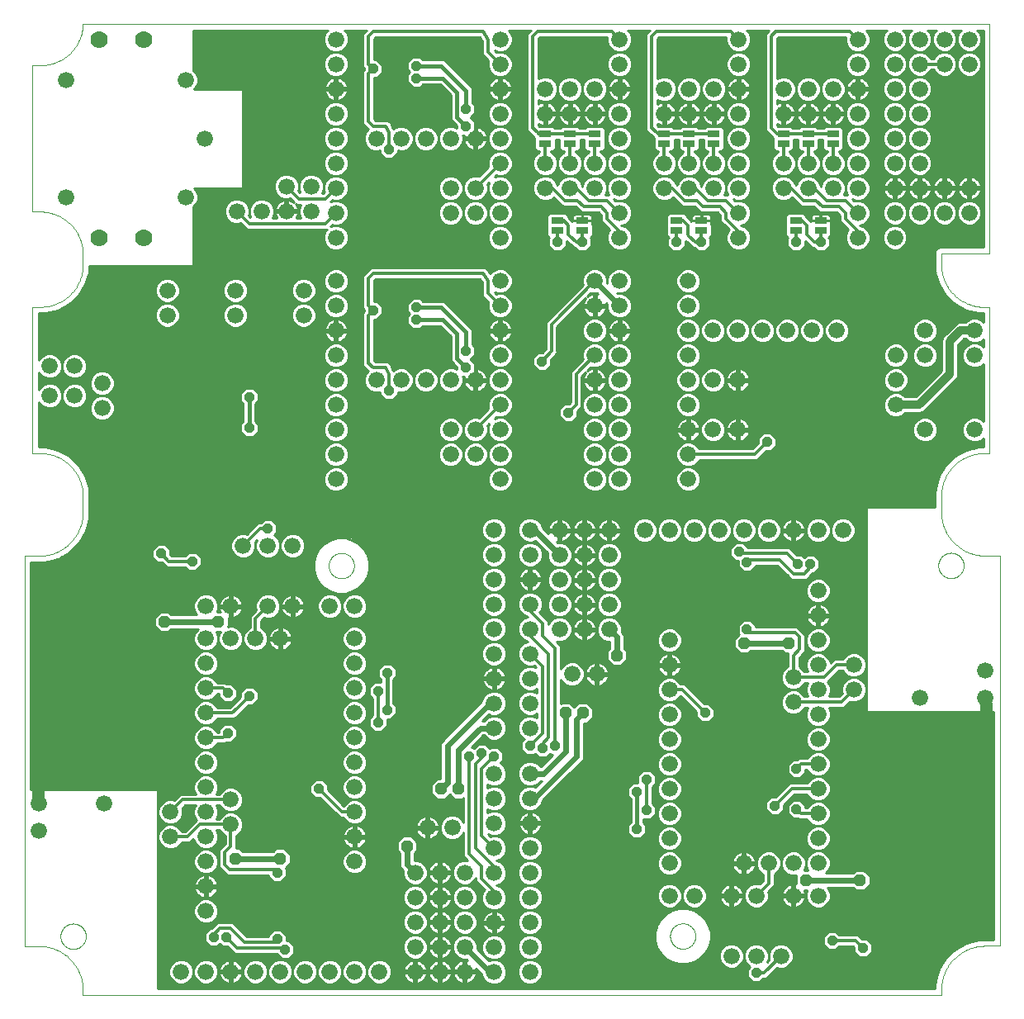
<source format=gbl>
G75*
%MOIN*%
%OFA0B0*%
%FSLAX25Y25*%
%IPPOS*%
%LPD*%
%AMOC8*
5,1,8,0,0,1.08239X$1,22.5*
%
%ADD10C,0.00000*%
%ADD11C,0.06600*%
%ADD12C,0.07000*%
%ADD13R,0.05000X0.02500*%
%ADD14C,0.01000*%
%ADD15OC8,0.03900*%
%ADD16C,0.05000*%
%ADD17C,0.01600*%
%ADD18OC8,0.04762*%
%ADD19C,0.02400*%
%ADD20C,0.01200*%
%ADD21C,0.03200*%
D10*
X0008491Y0022031D02*
X0008919Y0022026D01*
X0009347Y0022010D01*
X0009774Y0021984D01*
X0010201Y0021948D01*
X0010627Y0021902D01*
X0011051Y0021845D01*
X0011474Y0021778D01*
X0011895Y0021701D01*
X0012314Y0021614D01*
X0012731Y0021516D01*
X0013145Y0021409D01*
X0013557Y0021291D01*
X0013966Y0021164D01*
X0014371Y0021027D01*
X0014774Y0020880D01*
X0015172Y0020723D01*
X0015567Y0020557D01*
X0015957Y0020381D01*
X0016343Y0020196D01*
X0016725Y0020002D01*
X0017101Y0019798D01*
X0017473Y0019586D01*
X0017839Y0019364D01*
X0018200Y0019134D01*
X0018555Y0018895D01*
X0018905Y0018647D01*
X0019248Y0018392D01*
X0019585Y0018127D01*
X0019916Y0017855D01*
X0020240Y0017575D01*
X0020557Y0017288D01*
X0020867Y0016992D01*
X0021169Y0016690D01*
X0021465Y0016380D01*
X0021752Y0016063D01*
X0022032Y0015739D01*
X0022304Y0015408D01*
X0022569Y0015071D01*
X0022824Y0014728D01*
X0023072Y0014378D01*
X0023311Y0014023D01*
X0023541Y0013662D01*
X0023763Y0013296D01*
X0023975Y0012924D01*
X0024179Y0012548D01*
X0024373Y0012166D01*
X0024558Y0011780D01*
X0024734Y0011390D01*
X0024900Y0010995D01*
X0025057Y0010597D01*
X0025204Y0010194D01*
X0025341Y0009789D01*
X0025468Y0009380D01*
X0025586Y0008968D01*
X0025693Y0008554D01*
X0025791Y0008137D01*
X0025878Y0007718D01*
X0025955Y0007297D01*
X0026022Y0006874D01*
X0026079Y0006450D01*
X0026125Y0006024D01*
X0026161Y0005597D01*
X0026187Y0005170D01*
X0026203Y0004742D01*
X0026208Y0004314D01*
X0026208Y0002375D01*
X0197133Y0002375D01*
X0201739Y0002375D01*
X0372664Y0002375D01*
X0372664Y0004373D01*
X0372669Y0004801D01*
X0372685Y0005229D01*
X0372711Y0005656D01*
X0372747Y0006083D01*
X0372793Y0006509D01*
X0372850Y0006933D01*
X0372917Y0007356D01*
X0372994Y0007777D01*
X0373081Y0008196D01*
X0373179Y0008613D01*
X0373286Y0009027D01*
X0373404Y0009439D01*
X0373531Y0009848D01*
X0373668Y0010253D01*
X0373815Y0010656D01*
X0373972Y0011054D01*
X0374138Y0011449D01*
X0374314Y0011839D01*
X0374499Y0012225D01*
X0374693Y0012607D01*
X0374897Y0012983D01*
X0375109Y0013355D01*
X0375331Y0013721D01*
X0375561Y0014082D01*
X0375800Y0014437D01*
X0376048Y0014787D01*
X0376303Y0015130D01*
X0376568Y0015467D01*
X0376840Y0015798D01*
X0377120Y0016122D01*
X0377407Y0016439D01*
X0377703Y0016749D01*
X0378005Y0017051D01*
X0378315Y0017347D01*
X0378632Y0017634D01*
X0378956Y0017914D01*
X0379287Y0018186D01*
X0379624Y0018451D01*
X0379967Y0018706D01*
X0380317Y0018954D01*
X0380672Y0019193D01*
X0381033Y0019423D01*
X0381399Y0019645D01*
X0381771Y0019857D01*
X0382147Y0020061D01*
X0382529Y0020255D01*
X0382915Y0020440D01*
X0383305Y0020616D01*
X0383700Y0020782D01*
X0384098Y0020939D01*
X0384501Y0021086D01*
X0384906Y0021223D01*
X0385315Y0021350D01*
X0385727Y0021468D01*
X0386141Y0021575D01*
X0386558Y0021673D01*
X0386977Y0021760D01*
X0387398Y0021837D01*
X0387821Y0021904D01*
X0388245Y0021961D01*
X0388671Y0022007D01*
X0389098Y0022043D01*
X0389525Y0022069D01*
X0389953Y0022085D01*
X0390381Y0022090D01*
X0396286Y0022090D01*
X0396286Y0179570D01*
X0390381Y0179570D01*
X0371483Y0175633D02*
X0371485Y0175776D01*
X0371491Y0175919D01*
X0371501Y0176061D01*
X0371515Y0176203D01*
X0371533Y0176345D01*
X0371555Y0176487D01*
X0371580Y0176627D01*
X0371610Y0176767D01*
X0371644Y0176906D01*
X0371681Y0177044D01*
X0371723Y0177181D01*
X0371768Y0177316D01*
X0371817Y0177450D01*
X0371869Y0177583D01*
X0371925Y0177715D01*
X0371985Y0177844D01*
X0372049Y0177972D01*
X0372116Y0178099D01*
X0372187Y0178223D01*
X0372261Y0178345D01*
X0372338Y0178465D01*
X0372419Y0178583D01*
X0372503Y0178699D01*
X0372590Y0178812D01*
X0372680Y0178923D01*
X0372774Y0179031D01*
X0372870Y0179137D01*
X0372969Y0179239D01*
X0373072Y0179339D01*
X0373176Y0179436D01*
X0373284Y0179531D01*
X0373394Y0179622D01*
X0373507Y0179710D01*
X0373622Y0179794D01*
X0373739Y0179876D01*
X0373859Y0179954D01*
X0373980Y0180029D01*
X0374104Y0180101D01*
X0374230Y0180169D01*
X0374357Y0180233D01*
X0374487Y0180294D01*
X0374618Y0180351D01*
X0374750Y0180405D01*
X0374884Y0180454D01*
X0375019Y0180501D01*
X0375156Y0180543D01*
X0375294Y0180581D01*
X0375432Y0180616D01*
X0375572Y0180646D01*
X0375712Y0180673D01*
X0375853Y0180696D01*
X0375995Y0180715D01*
X0376137Y0180730D01*
X0376280Y0180741D01*
X0376422Y0180748D01*
X0376565Y0180751D01*
X0376708Y0180750D01*
X0376851Y0180745D01*
X0376994Y0180736D01*
X0377136Y0180723D01*
X0377278Y0180706D01*
X0377419Y0180685D01*
X0377560Y0180660D01*
X0377700Y0180632D01*
X0377839Y0180599D01*
X0377977Y0180562D01*
X0378114Y0180522D01*
X0378250Y0180478D01*
X0378385Y0180430D01*
X0378518Y0180378D01*
X0378650Y0180323D01*
X0378780Y0180264D01*
X0378909Y0180201D01*
X0379035Y0180135D01*
X0379160Y0180065D01*
X0379283Y0179992D01*
X0379403Y0179916D01*
X0379522Y0179836D01*
X0379638Y0179752D01*
X0379752Y0179666D01*
X0379863Y0179576D01*
X0379972Y0179484D01*
X0380078Y0179388D01*
X0380182Y0179290D01*
X0380283Y0179188D01*
X0380380Y0179084D01*
X0380475Y0178977D01*
X0380567Y0178868D01*
X0380656Y0178756D01*
X0380742Y0178641D01*
X0380824Y0178525D01*
X0380903Y0178405D01*
X0380979Y0178284D01*
X0381051Y0178161D01*
X0381120Y0178036D01*
X0381185Y0177909D01*
X0381247Y0177780D01*
X0381305Y0177649D01*
X0381360Y0177517D01*
X0381410Y0177383D01*
X0381457Y0177248D01*
X0381501Y0177112D01*
X0381540Y0176975D01*
X0381575Y0176836D01*
X0381607Y0176697D01*
X0381635Y0176557D01*
X0381659Y0176416D01*
X0381679Y0176274D01*
X0381695Y0176132D01*
X0381707Y0175990D01*
X0381715Y0175847D01*
X0381719Y0175704D01*
X0381719Y0175562D01*
X0381715Y0175419D01*
X0381707Y0175276D01*
X0381695Y0175134D01*
X0381679Y0174992D01*
X0381659Y0174850D01*
X0381635Y0174709D01*
X0381607Y0174569D01*
X0381575Y0174430D01*
X0381540Y0174291D01*
X0381501Y0174154D01*
X0381457Y0174018D01*
X0381410Y0173883D01*
X0381360Y0173749D01*
X0381305Y0173617D01*
X0381247Y0173486D01*
X0381185Y0173357D01*
X0381120Y0173230D01*
X0381051Y0173105D01*
X0380979Y0172982D01*
X0380903Y0172861D01*
X0380824Y0172741D01*
X0380742Y0172625D01*
X0380656Y0172510D01*
X0380567Y0172398D01*
X0380475Y0172289D01*
X0380380Y0172182D01*
X0380283Y0172078D01*
X0380182Y0171976D01*
X0380078Y0171878D01*
X0379972Y0171782D01*
X0379863Y0171690D01*
X0379752Y0171600D01*
X0379638Y0171514D01*
X0379522Y0171430D01*
X0379403Y0171350D01*
X0379283Y0171274D01*
X0379160Y0171201D01*
X0379035Y0171131D01*
X0378909Y0171065D01*
X0378780Y0171002D01*
X0378650Y0170943D01*
X0378518Y0170888D01*
X0378385Y0170836D01*
X0378250Y0170788D01*
X0378114Y0170744D01*
X0377977Y0170704D01*
X0377839Y0170667D01*
X0377700Y0170634D01*
X0377560Y0170606D01*
X0377419Y0170581D01*
X0377278Y0170560D01*
X0377136Y0170543D01*
X0376994Y0170530D01*
X0376851Y0170521D01*
X0376708Y0170516D01*
X0376565Y0170515D01*
X0376422Y0170518D01*
X0376280Y0170525D01*
X0376137Y0170536D01*
X0375995Y0170551D01*
X0375853Y0170570D01*
X0375712Y0170593D01*
X0375572Y0170620D01*
X0375432Y0170650D01*
X0375294Y0170685D01*
X0375156Y0170723D01*
X0375019Y0170765D01*
X0374884Y0170812D01*
X0374750Y0170861D01*
X0374618Y0170915D01*
X0374487Y0170972D01*
X0374357Y0171033D01*
X0374230Y0171097D01*
X0374104Y0171165D01*
X0373980Y0171237D01*
X0373859Y0171312D01*
X0373739Y0171390D01*
X0373622Y0171472D01*
X0373507Y0171556D01*
X0373394Y0171644D01*
X0373284Y0171735D01*
X0373176Y0171830D01*
X0373072Y0171927D01*
X0372969Y0172027D01*
X0372870Y0172129D01*
X0372774Y0172235D01*
X0372680Y0172343D01*
X0372590Y0172454D01*
X0372503Y0172567D01*
X0372419Y0172683D01*
X0372338Y0172801D01*
X0372261Y0172921D01*
X0372187Y0173043D01*
X0372116Y0173167D01*
X0372049Y0173294D01*
X0371985Y0173422D01*
X0371925Y0173551D01*
X0371869Y0173683D01*
X0371817Y0173816D01*
X0371768Y0173950D01*
X0371723Y0174085D01*
X0371681Y0174222D01*
X0371644Y0174360D01*
X0371610Y0174499D01*
X0371580Y0174639D01*
X0371555Y0174779D01*
X0371533Y0174921D01*
X0371515Y0175063D01*
X0371501Y0175205D01*
X0371491Y0175347D01*
X0371485Y0175490D01*
X0371483Y0175633D01*
X0372664Y0197286D02*
X0372664Y0199225D01*
X0372664Y0204225D01*
X0372665Y0204225D02*
X0372682Y0204641D01*
X0372709Y0205056D01*
X0372747Y0205470D01*
X0372794Y0205884D01*
X0372851Y0206296D01*
X0372919Y0206706D01*
X0372996Y0207115D01*
X0373083Y0207522D01*
X0373180Y0207927D01*
X0373286Y0208329D01*
X0373402Y0208728D01*
X0373528Y0209125D01*
X0373664Y0209518D01*
X0373809Y0209908D01*
X0373963Y0210294D01*
X0374127Y0210677D01*
X0374299Y0211055D01*
X0374481Y0211430D01*
X0374672Y0211799D01*
X0374872Y0212164D01*
X0375080Y0212524D01*
X0375297Y0212879D01*
X0375523Y0213229D01*
X0375757Y0213573D01*
X0375999Y0213911D01*
X0376250Y0214243D01*
X0376508Y0214569D01*
X0376774Y0214889D01*
X0377048Y0215202D01*
X0377329Y0215509D01*
X0377618Y0215808D01*
X0377914Y0216101D01*
X0378216Y0216386D01*
X0378526Y0216664D01*
X0378842Y0216935D01*
X0379165Y0217197D01*
X0379494Y0217452D01*
X0379828Y0217699D01*
X0380169Y0217938D01*
X0380516Y0218168D01*
X0380868Y0218390D01*
X0381225Y0218603D01*
X0381587Y0218808D01*
X0381954Y0219004D01*
X0382326Y0219191D01*
X0382702Y0219368D01*
X0383082Y0219537D01*
X0383466Y0219697D01*
X0383854Y0219847D01*
X0384246Y0219987D01*
X0384641Y0220119D01*
X0385039Y0220240D01*
X0385439Y0220352D01*
X0385843Y0220455D01*
X0386248Y0220547D01*
X0386656Y0220630D01*
X0387066Y0220703D01*
X0387477Y0220765D01*
X0387889Y0220818D01*
X0388303Y0220861D01*
X0388718Y0220894D01*
X0389133Y0220917D01*
X0389549Y0220930D01*
X0389965Y0220933D01*
X0390381Y0220925D01*
X0390381Y0220926D02*
X0392118Y0220926D01*
X0392118Y0280006D01*
X0390381Y0280006D01*
X0390380Y0280006D02*
X0389964Y0279999D01*
X0389548Y0280002D01*
X0389132Y0280015D01*
X0388716Y0280038D01*
X0388301Y0280072D01*
X0387887Y0280115D01*
X0387475Y0280168D01*
X0387063Y0280231D01*
X0386653Y0280304D01*
X0386246Y0280387D01*
X0385840Y0280480D01*
X0385436Y0280583D01*
X0385035Y0280695D01*
X0384638Y0280817D01*
X0384243Y0280948D01*
X0383851Y0281089D01*
X0383463Y0281240D01*
X0383078Y0281400D01*
X0382698Y0281569D01*
X0382322Y0281747D01*
X0381950Y0281934D01*
X0381583Y0282130D01*
X0381221Y0282335D01*
X0380863Y0282549D01*
X0380511Y0282771D01*
X0380165Y0283002D01*
X0379824Y0283240D01*
X0379489Y0283488D01*
X0379160Y0283743D01*
X0378838Y0284006D01*
X0378521Y0284276D01*
X0378212Y0284555D01*
X0377909Y0284840D01*
X0377613Y0285133D01*
X0377325Y0285433D01*
X0377044Y0285740D01*
X0376770Y0286054D01*
X0376504Y0286374D01*
X0376246Y0286700D01*
X0375995Y0287033D01*
X0375753Y0287371D01*
X0375519Y0287716D01*
X0375293Y0288066D01*
X0375076Y0288421D01*
X0374868Y0288781D01*
X0374668Y0289146D01*
X0374478Y0289516D01*
X0374296Y0289891D01*
X0374123Y0290270D01*
X0373960Y0290652D01*
X0373806Y0291039D01*
X0373661Y0291429D01*
X0373526Y0291823D01*
X0373400Y0292220D01*
X0373284Y0292620D01*
X0373177Y0293022D01*
X0373081Y0293427D01*
X0372994Y0293834D01*
X0372917Y0294243D01*
X0372850Y0294654D01*
X0372793Y0295066D01*
X0372746Y0295480D01*
X0372708Y0295894D01*
X0372681Y0296310D01*
X0372664Y0296726D01*
X0372664Y0296725D02*
X0372664Y0301725D01*
X0392118Y0301725D01*
X0392118Y0394225D01*
X0348993Y0394225D01*
X0343993Y0394225D01*
X0300868Y0394225D01*
X0295868Y0394225D01*
X0252743Y0394225D01*
X0247743Y0394225D01*
X0204618Y0394225D01*
X0203993Y0394225D01*
X0199618Y0394225D01*
X0138368Y0394225D01*
X0133368Y0394225D01*
X0026208Y0394225D01*
X0026207Y0394226D02*
X0026190Y0393810D01*
X0026163Y0393395D01*
X0026125Y0392981D01*
X0026078Y0392567D01*
X0026021Y0392155D01*
X0025953Y0391745D01*
X0025876Y0391336D01*
X0025789Y0390929D01*
X0025692Y0390524D01*
X0025586Y0390122D01*
X0025470Y0389723D01*
X0025344Y0389326D01*
X0025208Y0388933D01*
X0025063Y0388543D01*
X0024909Y0388157D01*
X0024745Y0387774D01*
X0024573Y0387396D01*
X0024391Y0387021D01*
X0024200Y0386652D01*
X0024000Y0386287D01*
X0023792Y0385927D01*
X0023575Y0385572D01*
X0023349Y0385222D01*
X0023115Y0384878D01*
X0022873Y0384540D01*
X0022622Y0384208D01*
X0022364Y0383882D01*
X0022098Y0383562D01*
X0021824Y0383249D01*
X0021543Y0382942D01*
X0021254Y0382643D01*
X0020958Y0382350D01*
X0020656Y0382065D01*
X0020346Y0381787D01*
X0020030Y0381516D01*
X0019707Y0381254D01*
X0019378Y0380999D01*
X0019044Y0380752D01*
X0018703Y0380513D01*
X0018356Y0380283D01*
X0018004Y0380061D01*
X0017647Y0379848D01*
X0017285Y0379643D01*
X0016918Y0379447D01*
X0016546Y0379260D01*
X0016170Y0379083D01*
X0015790Y0378914D01*
X0015406Y0378754D01*
X0015018Y0378604D01*
X0014626Y0378464D01*
X0014231Y0378332D01*
X0013833Y0378211D01*
X0013433Y0378099D01*
X0013029Y0377996D01*
X0012624Y0377904D01*
X0012216Y0377821D01*
X0011806Y0377748D01*
X0011395Y0377686D01*
X0010983Y0377633D01*
X0010569Y0377590D01*
X0010154Y0377557D01*
X0009739Y0377534D01*
X0009323Y0377521D01*
X0008907Y0377518D01*
X0008491Y0377526D01*
X0008491Y0377525D02*
X0005868Y0377525D01*
X0005868Y0318445D01*
X0008491Y0318445D01*
X0008492Y0318445D02*
X0008914Y0318452D01*
X0009337Y0318449D01*
X0009759Y0318435D01*
X0010182Y0318411D01*
X0010603Y0318376D01*
X0011023Y0318332D01*
X0011442Y0318277D01*
X0011860Y0318211D01*
X0012276Y0318136D01*
X0012690Y0318050D01*
X0013102Y0317954D01*
X0013511Y0317848D01*
X0013918Y0317732D01*
X0014321Y0317606D01*
X0014722Y0317470D01*
X0015118Y0317325D01*
X0015512Y0317170D01*
X0015901Y0317005D01*
X0016286Y0316830D01*
X0016667Y0316647D01*
X0017043Y0316454D01*
X0017414Y0316251D01*
X0017780Y0316040D01*
X0018141Y0315820D01*
X0018497Y0315591D01*
X0018846Y0315353D01*
X0019190Y0315107D01*
X0019528Y0314853D01*
X0019859Y0314590D01*
X0020183Y0314319D01*
X0020501Y0314041D01*
X0020812Y0313754D01*
X0021116Y0313460D01*
X0021413Y0313159D01*
X0021702Y0312851D01*
X0021983Y0312535D01*
X0022257Y0312213D01*
X0022523Y0311884D01*
X0022780Y0311549D01*
X0023029Y0311207D01*
X0023270Y0310860D01*
X0023502Y0310506D01*
X0023725Y0310147D01*
X0023940Y0309783D01*
X0024145Y0309414D01*
X0024342Y0309039D01*
X0024529Y0308660D01*
X0024706Y0308276D01*
X0024875Y0307889D01*
X0025033Y0307497D01*
X0025182Y0307101D01*
X0025322Y0306702D01*
X0025451Y0306300D01*
X0025571Y0305894D01*
X0025680Y0305486D01*
X0025780Y0305075D01*
X0025869Y0304662D01*
X0025948Y0304246D01*
X0026017Y0303829D01*
X0026076Y0303411D01*
X0026124Y0302991D01*
X0026163Y0302570D01*
X0026190Y0302148D01*
X0026208Y0301725D01*
X0026208Y0296725D01*
X0026207Y0296726D02*
X0026190Y0296310D01*
X0026163Y0295895D01*
X0026125Y0295481D01*
X0026078Y0295067D01*
X0026021Y0294655D01*
X0025953Y0294245D01*
X0025876Y0293836D01*
X0025789Y0293429D01*
X0025692Y0293024D01*
X0025586Y0292622D01*
X0025470Y0292223D01*
X0025344Y0291826D01*
X0025208Y0291433D01*
X0025063Y0291043D01*
X0024909Y0290657D01*
X0024745Y0290274D01*
X0024573Y0289896D01*
X0024391Y0289521D01*
X0024200Y0289152D01*
X0024000Y0288787D01*
X0023792Y0288427D01*
X0023575Y0288072D01*
X0023349Y0287722D01*
X0023115Y0287378D01*
X0022873Y0287040D01*
X0022622Y0286708D01*
X0022364Y0286382D01*
X0022098Y0286062D01*
X0021824Y0285749D01*
X0021543Y0285442D01*
X0021254Y0285143D01*
X0020958Y0284850D01*
X0020656Y0284565D01*
X0020346Y0284287D01*
X0020030Y0284016D01*
X0019707Y0283754D01*
X0019378Y0283499D01*
X0019044Y0283252D01*
X0018703Y0283013D01*
X0018356Y0282783D01*
X0018004Y0282561D01*
X0017647Y0282348D01*
X0017285Y0282143D01*
X0016918Y0281947D01*
X0016546Y0281760D01*
X0016170Y0281583D01*
X0015790Y0281414D01*
X0015406Y0281254D01*
X0015018Y0281104D01*
X0014626Y0280964D01*
X0014231Y0280832D01*
X0013833Y0280711D01*
X0013433Y0280599D01*
X0013029Y0280496D01*
X0012624Y0280404D01*
X0012216Y0280321D01*
X0011806Y0280248D01*
X0011395Y0280186D01*
X0010983Y0280133D01*
X0010569Y0280090D01*
X0010154Y0280057D01*
X0009739Y0280034D01*
X0009323Y0280021D01*
X0008907Y0280018D01*
X0008491Y0280026D01*
X0008491Y0280025D02*
X0005868Y0280025D01*
X0005868Y0220945D01*
X0008491Y0220945D01*
X0026208Y0204225D02*
X0026208Y0199225D01*
X0026208Y0197227D01*
X0026203Y0196799D01*
X0026187Y0196371D01*
X0026161Y0195944D01*
X0026125Y0195517D01*
X0026079Y0195091D01*
X0026022Y0194667D01*
X0025955Y0194244D01*
X0025878Y0193823D01*
X0025791Y0193404D01*
X0025693Y0192987D01*
X0025586Y0192573D01*
X0025468Y0192161D01*
X0025341Y0191752D01*
X0025204Y0191347D01*
X0025057Y0190944D01*
X0024900Y0190546D01*
X0024734Y0190151D01*
X0024558Y0189761D01*
X0024373Y0189375D01*
X0024179Y0188993D01*
X0023975Y0188617D01*
X0023763Y0188245D01*
X0023541Y0187879D01*
X0023311Y0187518D01*
X0023072Y0187163D01*
X0022824Y0186813D01*
X0022569Y0186470D01*
X0022304Y0186133D01*
X0022032Y0185802D01*
X0021752Y0185478D01*
X0021465Y0185161D01*
X0021169Y0184851D01*
X0020867Y0184549D01*
X0020557Y0184253D01*
X0020240Y0183966D01*
X0019916Y0183686D01*
X0019585Y0183414D01*
X0019248Y0183149D01*
X0018905Y0182894D01*
X0018555Y0182646D01*
X0018200Y0182407D01*
X0017839Y0182177D01*
X0017473Y0181955D01*
X0017101Y0181743D01*
X0016725Y0181539D01*
X0016343Y0181345D01*
X0015957Y0181160D01*
X0015567Y0180984D01*
X0015172Y0180818D01*
X0014774Y0180661D01*
X0014371Y0180514D01*
X0013966Y0180377D01*
X0013557Y0180250D01*
X0013145Y0180132D01*
X0012731Y0180025D01*
X0012314Y0179927D01*
X0011895Y0179840D01*
X0011474Y0179763D01*
X0011051Y0179696D01*
X0010627Y0179639D01*
X0010201Y0179593D01*
X0009774Y0179557D01*
X0009347Y0179531D01*
X0008919Y0179515D01*
X0008491Y0179510D01*
X0008491Y0179511D02*
X0002586Y0179511D01*
X0002586Y0022031D01*
X0008491Y0022031D01*
X0017153Y0025968D02*
X0017155Y0026111D01*
X0017161Y0026254D01*
X0017171Y0026396D01*
X0017185Y0026538D01*
X0017203Y0026680D01*
X0017225Y0026822D01*
X0017250Y0026962D01*
X0017280Y0027102D01*
X0017314Y0027241D01*
X0017351Y0027379D01*
X0017393Y0027516D01*
X0017438Y0027651D01*
X0017487Y0027785D01*
X0017539Y0027918D01*
X0017595Y0028050D01*
X0017655Y0028179D01*
X0017719Y0028307D01*
X0017786Y0028434D01*
X0017857Y0028558D01*
X0017931Y0028680D01*
X0018008Y0028800D01*
X0018089Y0028918D01*
X0018173Y0029034D01*
X0018260Y0029147D01*
X0018350Y0029258D01*
X0018444Y0029366D01*
X0018540Y0029472D01*
X0018639Y0029574D01*
X0018742Y0029674D01*
X0018846Y0029771D01*
X0018954Y0029866D01*
X0019064Y0029957D01*
X0019177Y0030045D01*
X0019292Y0030129D01*
X0019409Y0030211D01*
X0019529Y0030289D01*
X0019650Y0030364D01*
X0019774Y0030436D01*
X0019900Y0030504D01*
X0020027Y0030568D01*
X0020157Y0030629D01*
X0020288Y0030686D01*
X0020420Y0030740D01*
X0020554Y0030789D01*
X0020689Y0030836D01*
X0020826Y0030878D01*
X0020964Y0030916D01*
X0021102Y0030951D01*
X0021242Y0030981D01*
X0021382Y0031008D01*
X0021523Y0031031D01*
X0021665Y0031050D01*
X0021807Y0031065D01*
X0021950Y0031076D01*
X0022092Y0031083D01*
X0022235Y0031086D01*
X0022378Y0031085D01*
X0022521Y0031080D01*
X0022664Y0031071D01*
X0022806Y0031058D01*
X0022948Y0031041D01*
X0023089Y0031020D01*
X0023230Y0030995D01*
X0023370Y0030967D01*
X0023509Y0030934D01*
X0023647Y0030897D01*
X0023784Y0030857D01*
X0023920Y0030813D01*
X0024055Y0030765D01*
X0024188Y0030713D01*
X0024320Y0030658D01*
X0024450Y0030599D01*
X0024579Y0030536D01*
X0024705Y0030470D01*
X0024830Y0030400D01*
X0024953Y0030327D01*
X0025073Y0030251D01*
X0025192Y0030171D01*
X0025308Y0030087D01*
X0025422Y0030001D01*
X0025533Y0029911D01*
X0025642Y0029819D01*
X0025748Y0029723D01*
X0025852Y0029625D01*
X0025953Y0029523D01*
X0026050Y0029419D01*
X0026145Y0029312D01*
X0026237Y0029203D01*
X0026326Y0029091D01*
X0026412Y0028976D01*
X0026494Y0028860D01*
X0026573Y0028740D01*
X0026649Y0028619D01*
X0026721Y0028496D01*
X0026790Y0028371D01*
X0026855Y0028244D01*
X0026917Y0028115D01*
X0026975Y0027984D01*
X0027030Y0027852D01*
X0027080Y0027718D01*
X0027127Y0027583D01*
X0027171Y0027447D01*
X0027210Y0027310D01*
X0027245Y0027171D01*
X0027277Y0027032D01*
X0027305Y0026892D01*
X0027329Y0026751D01*
X0027349Y0026609D01*
X0027365Y0026467D01*
X0027377Y0026325D01*
X0027385Y0026182D01*
X0027389Y0026039D01*
X0027389Y0025897D01*
X0027385Y0025754D01*
X0027377Y0025611D01*
X0027365Y0025469D01*
X0027349Y0025327D01*
X0027329Y0025185D01*
X0027305Y0025044D01*
X0027277Y0024904D01*
X0027245Y0024765D01*
X0027210Y0024626D01*
X0027171Y0024489D01*
X0027127Y0024353D01*
X0027080Y0024218D01*
X0027030Y0024084D01*
X0026975Y0023952D01*
X0026917Y0023821D01*
X0026855Y0023692D01*
X0026790Y0023565D01*
X0026721Y0023440D01*
X0026649Y0023317D01*
X0026573Y0023196D01*
X0026494Y0023076D01*
X0026412Y0022960D01*
X0026326Y0022845D01*
X0026237Y0022733D01*
X0026145Y0022624D01*
X0026050Y0022517D01*
X0025953Y0022413D01*
X0025852Y0022311D01*
X0025748Y0022213D01*
X0025642Y0022117D01*
X0025533Y0022025D01*
X0025422Y0021935D01*
X0025308Y0021849D01*
X0025192Y0021765D01*
X0025073Y0021685D01*
X0024953Y0021609D01*
X0024830Y0021536D01*
X0024705Y0021466D01*
X0024579Y0021400D01*
X0024450Y0021337D01*
X0024320Y0021278D01*
X0024188Y0021223D01*
X0024055Y0021171D01*
X0023920Y0021123D01*
X0023784Y0021079D01*
X0023647Y0021039D01*
X0023509Y0021002D01*
X0023370Y0020969D01*
X0023230Y0020941D01*
X0023089Y0020916D01*
X0022948Y0020895D01*
X0022806Y0020878D01*
X0022664Y0020865D01*
X0022521Y0020856D01*
X0022378Y0020851D01*
X0022235Y0020850D01*
X0022092Y0020853D01*
X0021950Y0020860D01*
X0021807Y0020871D01*
X0021665Y0020886D01*
X0021523Y0020905D01*
X0021382Y0020928D01*
X0021242Y0020955D01*
X0021102Y0020985D01*
X0020964Y0021020D01*
X0020826Y0021058D01*
X0020689Y0021100D01*
X0020554Y0021147D01*
X0020420Y0021196D01*
X0020288Y0021250D01*
X0020157Y0021307D01*
X0020027Y0021368D01*
X0019900Y0021432D01*
X0019774Y0021500D01*
X0019650Y0021572D01*
X0019529Y0021647D01*
X0019409Y0021725D01*
X0019292Y0021807D01*
X0019177Y0021891D01*
X0019064Y0021979D01*
X0018954Y0022070D01*
X0018846Y0022165D01*
X0018742Y0022262D01*
X0018639Y0022362D01*
X0018540Y0022464D01*
X0018444Y0022570D01*
X0018350Y0022678D01*
X0018260Y0022789D01*
X0018173Y0022902D01*
X0018089Y0023018D01*
X0018008Y0023136D01*
X0017931Y0023256D01*
X0017857Y0023378D01*
X0017786Y0023502D01*
X0017719Y0023629D01*
X0017655Y0023757D01*
X0017595Y0023886D01*
X0017539Y0024018D01*
X0017487Y0024151D01*
X0017438Y0024285D01*
X0017393Y0024420D01*
X0017351Y0024557D01*
X0017314Y0024695D01*
X0017280Y0024834D01*
X0017250Y0024974D01*
X0017225Y0025114D01*
X0017203Y0025256D01*
X0017185Y0025398D01*
X0017171Y0025540D01*
X0017161Y0025682D01*
X0017155Y0025825D01*
X0017153Y0025968D01*
X0125420Y0175574D02*
X0125422Y0175717D01*
X0125428Y0175860D01*
X0125438Y0176002D01*
X0125452Y0176144D01*
X0125470Y0176286D01*
X0125492Y0176428D01*
X0125517Y0176568D01*
X0125547Y0176708D01*
X0125581Y0176847D01*
X0125618Y0176985D01*
X0125660Y0177122D01*
X0125705Y0177257D01*
X0125754Y0177391D01*
X0125806Y0177524D01*
X0125862Y0177656D01*
X0125922Y0177785D01*
X0125986Y0177913D01*
X0126053Y0178040D01*
X0126124Y0178164D01*
X0126198Y0178286D01*
X0126275Y0178406D01*
X0126356Y0178524D01*
X0126440Y0178640D01*
X0126527Y0178753D01*
X0126617Y0178864D01*
X0126711Y0178972D01*
X0126807Y0179078D01*
X0126906Y0179180D01*
X0127009Y0179280D01*
X0127113Y0179377D01*
X0127221Y0179472D01*
X0127331Y0179563D01*
X0127444Y0179651D01*
X0127559Y0179735D01*
X0127676Y0179817D01*
X0127796Y0179895D01*
X0127917Y0179970D01*
X0128041Y0180042D01*
X0128167Y0180110D01*
X0128294Y0180174D01*
X0128424Y0180235D01*
X0128555Y0180292D01*
X0128687Y0180346D01*
X0128821Y0180395D01*
X0128956Y0180442D01*
X0129093Y0180484D01*
X0129231Y0180522D01*
X0129369Y0180557D01*
X0129509Y0180587D01*
X0129649Y0180614D01*
X0129790Y0180637D01*
X0129932Y0180656D01*
X0130074Y0180671D01*
X0130217Y0180682D01*
X0130359Y0180689D01*
X0130502Y0180692D01*
X0130645Y0180691D01*
X0130788Y0180686D01*
X0130931Y0180677D01*
X0131073Y0180664D01*
X0131215Y0180647D01*
X0131356Y0180626D01*
X0131497Y0180601D01*
X0131637Y0180573D01*
X0131776Y0180540D01*
X0131914Y0180503D01*
X0132051Y0180463D01*
X0132187Y0180419D01*
X0132322Y0180371D01*
X0132455Y0180319D01*
X0132587Y0180264D01*
X0132717Y0180205D01*
X0132846Y0180142D01*
X0132972Y0180076D01*
X0133097Y0180006D01*
X0133220Y0179933D01*
X0133340Y0179857D01*
X0133459Y0179777D01*
X0133575Y0179693D01*
X0133689Y0179607D01*
X0133800Y0179517D01*
X0133909Y0179425D01*
X0134015Y0179329D01*
X0134119Y0179231D01*
X0134220Y0179129D01*
X0134317Y0179025D01*
X0134412Y0178918D01*
X0134504Y0178809D01*
X0134593Y0178697D01*
X0134679Y0178582D01*
X0134761Y0178466D01*
X0134840Y0178346D01*
X0134916Y0178225D01*
X0134988Y0178102D01*
X0135057Y0177977D01*
X0135122Y0177850D01*
X0135184Y0177721D01*
X0135242Y0177590D01*
X0135297Y0177458D01*
X0135347Y0177324D01*
X0135394Y0177189D01*
X0135438Y0177053D01*
X0135477Y0176916D01*
X0135512Y0176777D01*
X0135544Y0176638D01*
X0135572Y0176498D01*
X0135596Y0176357D01*
X0135616Y0176215D01*
X0135632Y0176073D01*
X0135644Y0175931D01*
X0135652Y0175788D01*
X0135656Y0175645D01*
X0135656Y0175503D01*
X0135652Y0175360D01*
X0135644Y0175217D01*
X0135632Y0175075D01*
X0135616Y0174933D01*
X0135596Y0174791D01*
X0135572Y0174650D01*
X0135544Y0174510D01*
X0135512Y0174371D01*
X0135477Y0174232D01*
X0135438Y0174095D01*
X0135394Y0173959D01*
X0135347Y0173824D01*
X0135297Y0173690D01*
X0135242Y0173558D01*
X0135184Y0173427D01*
X0135122Y0173298D01*
X0135057Y0173171D01*
X0134988Y0173046D01*
X0134916Y0172923D01*
X0134840Y0172802D01*
X0134761Y0172682D01*
X0134679Y0172566D01*
X0134593Y0172451D01*
X0134504Y0172339D01*
X0134412Y0172230D01*
X0134317Y0172123D01*
X0134220Y0172019D01*
X0134119Y0171917D01*
X0134015Y0171819D01*
X0133909Y0171723D01*
X0133800Y0171631D01*
X0133689Y0171541D01*
X0133575Y0171455D01*
X0133459Y0171371D01*
X0133340Y0171291D01*
X0133220Y0171215D01*
X0133097Y0171142D01*
X0132972Y0171072D01*
X0132846Y0171006D01*
X0132717Y0170943D01*
X0132587Y0170884D01*
X0132455Y0170829D01*
X0132322Y0170777D01*
X0132187Y0170729D01*
X0132051Y0170685D01*
X0131914Y0170645D01*
X0131776Y0170608D01*
X0131637Y0170575D01*
X0131497Y0170547D01*
X0131356Y0170522D01*
X0131215Y0170501D01*
X0131073Y0170484D01*
X0130931Y0170471D01*
X0130788Y0170462D01*
X0130645Y0170457D01*
X0130502Y0170456D01*
X0130359Y0170459D01*
X0130217Y0170466D01*
X0130074Y0170477D01*
X0129932Y0170492D01*
X0129790Y0170511D01*
X0129649Y0170534D01*
X0129509Y0170561D01*
X0129369Y0170591D01*
X0129231Y0170626D01*
X0129093Y0170664D01*
X0128956Y0170706D01*
X0128821Y0170753D01*
X0128687Y0170802D01*
X0128555Y0170856D01*
X0128424Y0170913D01*
X0128294Y0170974D01*
X0128167Y0171038D01*
X0128041Y0171106D01*
X0127917Y0171178D01*
X0127796Y0171253D01*
X0127676Y0171331D01*
X0127559Y0171413D01*
X0127444Y0171497D01*
X0127331Y0171585D01*
X0127221Y0171676D01*
X0127113Y0171771D01*
X0127009Y0171868D01*
X0126906Y0171968D01*
X0126807Y0172070D01*
X0126711Y0172176D01*
X0126617Y0172284D01*
X0126527Y0172395D01*
X0126440Y0172508D01*
X0126356Y0172624D01*
X0126275Y0172742D01*
X0126198Y0172862D01*
X0126124Y0172984D01*
X0126053Y0173108D01*
X0125986Y0173235D01*
X0125922Y0173363D01*
X0125862Y0173492D01*
X0125806Y0173624D01*
X0125754Y0173757D01*
X0125705Y0173891D01*
X0125660Y0174026D01*
X0125618Y0174163D01*
X0125581Y0174301D01*
X0125547Y0174440D01*
X0125517Y0174580D01*
X0125492Y0174720D01*
X0125470Y0174862D01*
X0125452Y0175004D01*
X0125438Y0175146D01*
X0125428Y0175288D01*
X0125422Y0175431D01*
X0125420Y0175574D01*
X0026208Y0204225D02*
X0026190Y0204648D01*
X0026163Y0205070D01*
X0026124Y0205491D01*
X0026076Y0205911D01*
X0026017Y0206329D01*
X0025948Y0206746D01*
X0025869Y0207162D01*
X0025780Y0207575D01*
X0025680Y0207986D01*
X0025571Y0208394D01*
X0025451Y0208800D01*
X0025322Y0209202D01*
X0025182Y0209601D01*
X0025033Y0209997D01*
X0024875Y0210389D01*
X0024706Y0210776D01*
X0024529Y0211160D01*
X0024342Y0211539D01*
X0024145Y0211914D01*
X0023940Y0212283D01*
X0023725Y0212647D01*
X0023502Y0213006D01*
X0023270Y0213360D01*
X0023029Y0213707D01*
X0022780Y0214049D01*
X0022523Y0214384D01*
X0022257Y0214713D01*
X0021983Y0215035D01*
X0021702Y0215351D01*
X0021413Y0215659D01*
X0021116Y0215960D01*
X0020812Y0216254D01*
X0020501Y0216541D01*
X0020183Y0216819D01*
X0019859Y0217090D01*
X0019528Y0217353D01*
X0019190Y0217607D01*
X0018846Y0217853D01*
X0018497Y0218091D01*
X0018141Y0218320D01*
X0017780Y0218540D01*
X0017414Y0218751D01*
X0017043Y0218954D01*
X0016667Y0219147D01*
X0016286Y0219330D01*
X0015901Y0219505D01*
X0015512Y0219670D01*
X0015118Y0219825D01*
X0014722Y0219970D01*
X0014321Y0220106D01*
X0013918Y0220232D01*
X0013511Y0220348D01*
X0013102Y0220454D01*
X0012690Y0220550D01*
X0012276Y0220636D01*
X0011860Y0220711D01*
X0011442Y0220777D01*
X0011023Y0220832D01*
X0010603Y0220876D01*
X0010182Y0220911D01*
X0009759Y0220935D01*
X0009337Y0220949D01*
X0008914Y0220952D01*
X0008492Y0220945D01*
X0263216Y0026027D02*
X0263218Y0026170D01*
X0263224Y0026313D01*
X0263234Y0026455D01*
X0263248Y0026597D01*
X0263266Y0026739D01*
X0263288Y0026881D01*
X0263313Y0027021D01*
X0263343Y0027161D01*
X0263377Y0027300D01*
X0263414Y0027438D01*
X0263456Y0027575D01*
X0263501Y0027710D01*
X0263550Y0027844D01*
X0263602Y0027977D01*
X0263658Y0028109D01*
X0263718Y0028238D01*
X0263782Y0028366D01*
X0263849Y0028493D01*
X0263920Y0028617D01*
X0263994Y0028739D01*
X0264071Y0028859D01*
X0264152Y0028977D01*
X0264236Y0029093D01*
X0264323Y0029206D01*
X0264413Y0029317D01*
X0264507Y0029425D01*
X0264603Y0029531D01*
X0264702Y0029633D01*
X0264805Y0029733D01*
X0264909Y0029830D01*
X0265017Y0029925D01*
X0265127Y0030016D01*
X0265240Y0030104D01*
X0265355Y0030188D01*
X0265472Y0030270D01*
X0265592Y0030348D01*
X0265713Y0030423D01*
X0265837Y0030495D01*
X0265963Y0030563D01*
X0266090Y0030627D01*
X0266220Y0030688D01*
X0266351Y0030745D01*
X0266483Y0030799D01*
X0266617Y0030848D01*
X0266752Y0030895D01*
X0266889Y0030937D01*
X0267027Y0030975D01*
X0267165Y0031010D01*
X0267305Y0031040D01*
X0267445Y0031067D01*
X0267586Y0031090D01*
X0267728Y0031109D01*
X0267870Y0031124D01*
X0268013Y0031135D01*
X0268155Y0031142D01*
X0268298Y0031145D01*
X0268441Y0031144D01*
X0268584Y0031139D01*
X0268727Y0031130D01*
X0268869Y0031117D01*
X0269011Y0031100D01*
X0269152Y0031079D01*
X0269293Y0031054D01*
X0269433Y0031026D01*
X0269572Y0030993D01*
X0269710Y0030956D01*
X0269847Y0030916D01*
X0269983Y0030872D01*
X0270118Y0030824D01*
X0270251Y0030772D01*
X0270383Y0030717D01*
X0270513Y0030658D01*
X0270642Y0030595D01*
X0270768Y0030529D01*
X0270893Y0030459D01*
X0271016Y0030386D01*
X0271136Y0030310D01*
X0271255Y0030230D01*
X0271371Y0030146D01*
X0271485Y0030060D01*
X0271596Y0029970D01*
X0271705Y0029878D01*
X0271811Y0029782D01*
X0271915Y0029684D01*
X0272016Y0029582D01*
X0272113Y0029478D01*
X0272208Y0029371D01*
X0272300Y0029262D01*
X0272389Y0029150D01*
X0272475Y0029035D01*
X0272557Y0028919D01*
X0272636Y0028799D01*
X0272712Y0028678D01*
X0272784Y0028555D01*
X0272853Y0028430D01*
X0272918Y0028303D01*
X0272980Y0028174D01*
X0273038Y0028043D01*
X0273093Y0027911D01*
X0273143Y0027777D01*
X0273190Y0027642D01*
X0273234Y0027506D01*
X0273273Y0027369D01*
X0273308Y0027230D01*
X0273340Y0027091D01*
X0273368Y0026951D01*
X0273392Y0026810D01*
X0273412Y0026668D01*
X0273428Y0026526D01*
X0273440Y0026384D01*
X0273448Y0026241D01*
X0273452Y0026098D01*
X0273452Y0025956D01*
X0273448Y0025813D01*
X0273440Y0025670D01*
X0273428Y0025528D01*
X0273412Y0025386D01*
X0273392Y0025244D01*
X0273368Y0025103D01*
X0273340Y0024963D01*
X0273308Y0024824D01*
X0273273Y0024685D01*
X0273234Y0024548D01*
X0273190Y0024412D01*
X0273143Y0024277D01*
X0273093Y0024143D01*
X0273038Y0024011D01*
X0272980Y0023880D01*
X0272918Y0023751D01*
X0272853Y0023624D01*
X0272784Y0023499D01*
X0272712Y0023376D01*
X0272636Y0023255D01*
X0272557Y0023135D01*
X0272475Y0023019D01*
X0272389Y0022904D01*
X0272300Y0022792D01*
X0272208Y0022683D01*
X0272113Y0022576D01*
X0272016Y0022472D01*
X0271915Y0022370D01*
X0271811Y0022272D01*
X0271705Y0022176D01*
X0271596Y0022084D01*
X0271485Y0021994D01*
X0271371Y0021908D01*
X0271255Y0021824D01*
X0271136Y0021744D01*
X0271016Y0021668D01*
X0270893Y0021595D01*
X0270768Y0021525D01*
X0270642Y0021459D01*
X0270513Y0021396D01*
X0270383Y0021337D01*
X0270251Y0021282D01*
X0270118Y0021230D01*
X0269983Y0021182D01*
X0269847Y0021138D01*
X0269710Y0021098D01*
X0269572Y0021061D01*
X0269433Y0021028D01*
X0269293Y0021000D01*
X0269152Y0020975D01*
X0269011Y0020954D01*
X0268869Y0020937D01*
X0268727Y0020924D01*
X0268584Y0020915D01*
X0268441Y0020910D01*
X0268298Y0020909D01*
X0268155Y0020912D01*
X0268013Y0020919D01*
X0267870Y0020930D01*
X0267728Y0020945D01*
X0267586Y0020964D01*
X0267445Y0020987D01*
X0267305Y0021014D01*
X0267165Y0021044D01*
X0267027Y0021079D01*
X0266889Y0021117D01*
X0266752Y0021159D01*
X0266617Y0021206D01*
X0266483Y0021255D01*
X0266351Y0021309D01*
X0266220Y0021366D01*
X0266090Y0021427D01*
X0265963Y0021491D01*
X0265837Y0021559D01*
X0265713Y0021631D01*
X0265592Y0021706D01*
X0265472Y0021784D01*
X0265355Y0021866D01*
X0265240Y0021950D01*
X0265127Y0022038D01*
X0265017Y0022129D01*
X0264909Y0022224D01*
X0264805Y0022321D01*
X0264702Y0022421D01*
X0264603Y0022523D01*
X0264507Y0022629D01*
X0264413Y0022737D01*
X0264323Y0022848D01*
X0264236Y0022961D01*
X0264152Y0023077D01*
X0264071Y0023195D01*
X0263994Y0023315D01*
X0263920Y0023437D01*
X0263849Y0023561D01*
X0263782Y0023688D01*
X0263718Y0023816D01*
X0263658Y0023945D01*
X0263602Y0024077D01*
X0263550Y0024210D01*
X0263501Y0024344D01*
X0263456Y0024479D01*
X0263414Y0024616D01*
X0263377Y0024754D01*
X0263343Y0024893D01*
X0263313Y0025033D01*
X0263288Y0025173D01*
X0263266Y0025315D01*
X0263248Y0025457D01*
X0263234Y0025599D01*
X0263224Y0025741D01*
X0263218Y0025884D01*
X0263216Y0026027D01*
X0390381Y0179569D02*
X0389953Y0179574D01*
X0389525Y0179590D01*
X0389098Y0179616D01*
X0388671Y0179652D01*
X0388245Y0179698D01*
X0387821Y0179755D01*
X0387398Y0179822D01*
X0386977Y0179899D01*
X0386558Y0179986D01*
X0386141Y0180084D01*
X0385727Y0180191D01*
X0385315Y0180309D01*
X0384906Y0180436D01*
X0384501Y0180573D01*
X0384098Y0180720D01*
X0383700Y0180877D01*
X0383305Y0181043D01*
X0382915Y0181219D01*
X0382529Y0181404D01*
X0382147Y0181598D01*
X0381771Y0181802D01*
X0381399Y0182014D01*
X0381033Y0182236D01*
X0380672Y0182466D01*
X0380317Y0182705D01*
X0379967Y0182953D01*
X0379624Y0183208D01*
X0379287Y0183473D01*
X0378956Y0183745D01*
X0378632Y0184025D01*
X0378315Y0184312D01*
X0378005Y0184608D01*
X0377703Y0184910D01*
X0377407Y0185220D01*
X0377120Y0185537D01*
X0376840Y0185861D01*
X0376568Y0186192D01*
X0376303Y0186529D01*
X0376048Y0186872D01*
X0375800Y0187222D01*
X0375561Y0187577D01*
X0375331Y0187938D01*
X0375109Y0188304D01*
X0374897Y0188676D01*
X0374693Y0189052D01*
X0374499Y0189434D01*
X0374314Y0189820D01*
X0374138Y0190210D01*
X0373972Y0190605D01*
X0373815Y0191003D01*
X0373668Y0191406D01*
X0373531Y0191811D01*
X0373404Y0192220D01*
X0373286Y0192632D01*
X0373179Y0193046D01*
X0373081Y0193463D01*
X0372994Y0193882D01*
X0372917Y0194303D01*
X0372850Y0194726D01*
X0372793Y0195150D01*
X0372747Y0195576D01*
X0372711Y0196003D01*
X0372685Y0196430D01*
X0372669Y0196858D01*
X0372664Y0197286D01*
D11*
X0366129Y0230475D03*
X0354254Y0240475D03*
X0354254Y0250475D03*
X0354254Y0260475D03*
X0366129Y0260475D03*
X0366129Y0270475D03*
X0386129Y0270475D03*
X0386129Y0260475D03*
X0386129Y0230475D03*
X0332989Y0189875D03*
X0322989Y0189875D03*
X0312989Y0189875D03*
X0302989Y0189875D03*
X0292989Y0189875D03*
X0282989Y0189875D03*
X0272989Y0189875D03*
X0262989Y0189875D03*
X0252989Y0189875D03*
X0238614Y0189875D03*
X0238614Y0179875D03*
X0228614Y0179875D03*
X0218614Y0179875D03*
X0218614Y0189875D03*
X0228614Y0189875D03*
X0228614Y0169875D03*
X0218614Y0169875D03*
X0218614Y0159875D03*
X0218614Y0149875D03*
X0228614Y0149875D03*
X0228614Y0159875D03*
X0238614Y0159875D03*
X0238614Y0149875D03*
X0233614Y0131750D03*
X0223614Y0131750D03*
X0206739Y0130042D03*
X0206739Y0120042D03*
X0206739Y0110042D03*
X0192133Y0109983D03*
X0192133Y0119983D03*
X0192133Y0129983D03*
X0192133Y0139983D03*
X0192133Y0149983D03*
X0192133Y0159983D03*
X0192133Y0169983D03*
X0192133Y0179983D03*
X0192133Y0189983D03*
X0206739Y0190042D03*
X0206739Y0180042D03*
X0206739Y0170042D03*
X0206739Y0160042D03*
X0206739Y0150042D03*
X0206739Y0140042D03*
X0238614Y0169875D03*
X0262989Y0145500D03*
X0262989Y0135500D03*
X0262989Y0125500D03*
X0262989Y0115500D03*
X0262989Y0105500D03*
X0262989Y0095500D03*
X0262989Y0085500D03*
X0262989Y0075500D03*
X0262989Y0065500D03*
X0262989Y0055500D03*
X0262989Y0042375D03*
X0272989Y0042375D03*
X0287989Y0042375D03*
X0297989Y0042375D03*
X0292989Y0055500D03*
X0302989Y0055500D03*
X0312989Y0055500D03*
X0322989Y0055500D03*
X0322989Y0065500D03*
X0322989Y0075500D03*
X0322989Y0085500D03*
X0322989Y0095500D03*
X0322989Y0105500D03*
X0322989Y0115500D03*
X0322989Y0125500D03*
X0322989Y0135500D03*
X0322989Y0145500D03*
X0322989Y0155500D03*
X0322989Y0165500D03*
X0337364Y0135500D03*
X0337364Y0125500D03*
X0312989Y0120500D03*
X0312989Y0130500D03*
X0364239Y0122125D03*
X0390489Y0122125D03*
X0390489Y0133125D03*
X0322989Y0042375D03*
X0312989Y0042375D03*
X0307989Y0018000D03*
X0297989Y0018000D03*
X0287989Y0018000D03*
X0206739Y0021617D03*
X0206739Y0031617D03*
X0206739Y0041617D03*
X0206739Y0051617D03*
X0206739Y0061617D03*
X0206739Y0071617D03*
X0206739Y0081617D03*
X0206739Y0091617D03*
X0192133Y0091558D03*
X0192133Y0081558D03*
X0192133Y0071558D03*
X0192133Y0061558D03*
X0192133Y0051558D03*
X0192133Y0041558D03*
X0192133Y0031558D03*
X0192133Y0021558D03*
X0192133Y0011558D03*
X0180258Y0011725D03*
X0170258Y0011725D03*
X0160258Y0011725D03*
X0160258Y0021725D03*
X0160258Y0031725D03*
X0170258Y0031725D03*
X0170258Y0021725D03*
X0180258Y0021725D03*
X0180258Y0031725D03*
X0180258Y0041725D03*
X0170258Y0041725D03*
X0170258Y0051725D03*
X0180258Y0051725D03*
X0175258Y0069850D03*
X0165258Y0069850D03*
X0160258Y0051725D03*
X0160258Y0041725D03*
X0135883Y0056100D03*
X0135883Y0066100D03*
X0135883Y0076100D03*
X0135883Y0086100D03*
X0135883Y0096100D03*
X0135883Y0106100D03*
X0135883Y0116100D03*
X0135883Y0126100D03*
X0135883Y0136100D03*
X0135883Y0146100D03*
X0135883Y0159225D03*
X0125883Y0159225D03*
X0110883Y0159225D03*
X0100883Y0159225D03*
X0105883Y0146100D03*
X0095883Y0146100D03*
X0085883Y0146100D03*
X0075883Y0146100D03*
X0075883Y0136100D03*
X0075883Y0126100D03*
X0075883Y0116100D03*
X0075883Y0106100D03*
X0075883Y0096100D03*
X0075883Y0086100D03*
X0075883Y0076100D03*
X0075883Y0066100D03*
X0075883Y0056100D03*
X0075883Y0046100D03*
X0075883Y0036100D03*
X0075883Y0011725D03*
X0065883Y0011725D03*
X0085883Y0011725D03*
X0095883Y0011725D03*
X0105883Y0011725D03*
X0115883Y0011725D03*
X0125883Y0011725D03*
X0135883Y0011725D03*
X0145883Y0011725D03*
X0206739Y0011617D03*
X0085883Y0071100D03*
X0085883Y0081100D03*
X0061508Y0076100D03*
X0061508Y0066100D03*
X0034633Y0079475D03*
X0008383Y0079475D03*
X0008383Y0068475D03*
X0075883Y0159225D03*
X0085883Y0159225D03*
X0090883Y0183600D03*
X0100883Y0183600D03*
X0110883Y0183600D03*
X0128368Y0210475D03*
X0128368Y0220475D03*
X0128368Y0230475D03*
X0128368Y0240475D03*
X0128368Y0250475D03*
X0128368Y0260475D03*
X0128368Y0270475D03*
X0128368Y0280475D03*
X0128368Y0290475D03*
X0115243Y0286725D03*
X0115243Y0276725D03*
X0087743Y0276725D03*
X0087743Y0286725D03*
X0060243Y0286725D03*
X0060243Y0276725D03*
X0033993Y0249225D03*
X0033993Y0239225D03*
X0022743Y0244225D03*
X0012743Y0244225D03*
X0012743Y0256100D03*
X0022743Y0256100D03*
X0088368Y0318600D03*
X0098368Y0318600D03*
X0108368Y0318600D03*
X0118368Y0318600D03*
X0128368Y0317975D03*
X0128368Y0307975D03*
X0128368Y0327975D03*
X0128368Y0337975D03*
X0118368Y0328600D03*
X0108368Y0328600D03*
X0128368Y0347975D03*
X0128368Y0357975D03*
X0128368Y0367975D03*
X0128368Y0377975D03*
X0128368Y0387975D03*
X0144618Y0347975D03*
X0154618Y0347975D03*
X0164618Y0347975D03*
X0174618Y0347975D03*
X0184618Y0347975D03*
X0194618Y0347975D03*
X0194618Y0357975D03*
X0194618Y0367975D03*
X0194618Y0377975D03*
X0194618Y0387975D03*
X0212743Y0367975D03*
X0212743Y0357975D03*
X0222743Y0357975D03*
X0232743Y0357975D03*
X0242743Y0357975D03*
X0242743Y0347975D03*
X0242743Y0337975D03*
X0242743Y0327975D03*
X0242743Y0317975D03*
X0242743Y0307975D03*
X0242743Y0290475D03*
X0242743Y0280475D03*
X0242743Y0270475D03*
X0242743Y0260475D03*
X0242743Y0250475D03*
X0242743Y0240475D03*
X0242743Y0230475D03*
X0242743Y0220475D03*
X0242743Y0210475D03*
X0232743Y0210475D03*
X0232743Y0220475D03*
X0232743Y0230475D03*
X0232743Y0240475D03*
X0232743Y0250475D03*
X0232743Y0260475D03*
X0232743Y0270475D03*
X0232743Y0280475D03*
X0232743Y0290475D03*
X0194618Y0290475D03*
X0194618Y0280475D03*
X0194618Y0270475D03*
X0194618Y0260475D03*
X0194618Y0250475D03*
X0194618Y0240475D03*
X0194618Y0230475D03*
X0194618Y0220475D03*
X0194618Y0210475D03*
X0184618Y0220475D03*
X0174618Y0220475D03*
X0174618Y0230475D03*
X0184618Y0230475D03*
X0184618Y0250475D03*
X0174618Y0250475D03*
X0164618Y0250475D03*
X0154618Y0250475D03*
X0144618Y0250475D03*
X0194618Y0307975D03*
X0194618Y0317975D03*
X0184618Y0317975D03*
X0174618Y0317975D03*
X0174618Y0327975D03*
X0184618Y0327975D03*
X0194618Y0327975D03*
X0194618Y0337975D03*
X0212743Y0337975D03*
X0212743Y0327975D03*
X0222743Y0327975D03*
X0232743Y0327975D03*
X0232743Y0337975D03*
X0222743Y0337975D03*
X0222743Y0367975D03*
X0232743Y0367975D03*
X0242743Y0367975D03*
X0242743Y0377975D03*
X0242743Y0387975D03*
X0260868Y0367975D03*
X0260868Y0357975D03*
X0270868Y0357975D03*
X0280868Y0357975D03*
X0290868Y0357975D03*
X0290868Y0347975D03*
X0290868Y0337975D03*
X0290868Y0327975D03*
X0290868Y0317975D03*
X0290868Y0307975D03*
X0280868Y0327975D03*
X0270868Y0327975D03*
X0270868Y0337975D03*
X0280868Y0337975D03*
X0260868Y0337975D03*
X0260868Y0327975D03*
X0270504Y0290475D03*
X0270504Y0280475D03*
X0270504Y0270475D03*
X0270504Y0260475D03*
X0280504Y0270475D03*
X0290504Y0270475D03*
X0300504Y0270475D03*
X0310504Y0270475D03*
X0320504Y0270475D03*
X0330504Y0270475D03*
X0338993Y0307975D03*
X0338993Y0317975D03*
X0338993Y0327975D03*
X0338993Y0337975D03*
X0328993Y0337975D03*
X0328993Y0327975D03*
X0318993Y0327975D03*
X0318993Y0337975D03*
X0308993Y0337975D03*
X0308993Y0327975D03*
X0308993Y0357975D03*
X0318993Y0357975D03*
X0328993Y0357975D03*
X0338993Y0357975D03*
X0338993Y0347975D03*
X0353993Y0347975D03*
X0353993Y0357975D03*
X0363993Y0357975D03*
X0363993Y0347975D03*
X0363993Y0337975D03*
X0363993Y0327975D03*
X0373993Y0327975D03*
X0373993Y0317975D03*
X0363993Y0317975D03*
X0353993Y0317975D03*
X0353993Y0307975D03*
X0353993Y0327975D03*
X0353993Y0337975D03*
X0353993Y0367975D03*
X0353993Y0377975D03*
X0363993Y0377975D03*
X0363993Y0367975D03*
X0373993Y0377975D03*
X0383993Y0377975D03*
X0383993Y0387975D03*
X0373993Y0387975D03*
X0363993Y0387975D03*
X0353993Y0387975D03*
X0338993Y0387975D03*
X0338993Y0377975D03*
X0338993Y0367975D03*
X0328993Y0367975D03*
X0318993Y0367975D03*
X0308993Y0367975D03*
X0290868Y0367975D03*
X0290868Y0377975D03*
X0290868Y0387975D03*
X0280868Y0367975D03*
X0270868Y0367975D03*
X0383993Y0327975D03*
X0383993Y0317975D03*
X0290504Y0250475D03*
X0280504Y0250475D03*
X0270504Y0250475D03*
X0270504Y0240475D03*
X0270504Y0230475D03*
X0270504Y0220475D03*
X0280504Y0230475D03*
X0290504Y0230475D03*
X0270504Y0210475D03*
X0075455Y0347975D03*
X0067581Y0371597D03*
X0067581Y0324353D03*
X0019549Y0324353D03*
X0019549Y0371597D03*
D12*
X0032743Y0387975D03*
X0050868Y0387975D03*
X0050868Y0307975D03*
X0032743Y0307975D03*
D13*
X0212743Y0346004D03*
X0212743Y0349947D03*
X0222743Y0349947D03*
X0222743Y0346004D03*
X0232743Y0346004D03*
X0232743Y0349947D03*
X0260868Y0349947D03*
X0260868Y0346004D03*
X0270868Y0346004D03*
X0270868Y0349947D03*
X0280868Y0349947D03*
X0280868Y0346004D03*
X0308993Y0346004D03*
X0308993Y0349947D03*
X0318993Y0349947D03*
X0318993Y0346004D03*
X0328993Y0346004D03*
X0328993Y0349947D03*
X0323993Y0314947D03*
X0323993Y0311004D03*
X0313993Y0311004D03*
X0313993Y0314947D03*
X0275868Y0314947D03*
X0275868Y0311004D03*
X0265868Y0311004D03*
X0265868Y0314947D03*
X0227743Y0314947D03*
X0227743Y0311004D03*
X0217743Y0311004D03*
X0217743Y0314947D03*
D14*
X0213543Y0314909D02*
X0199618Y0314909D01*
X0198623Y0314909D01*
X0198857Y0315143D02*
X0199618Y0316981D01*
X0199618Y0318970D01*
X0198857Y0320808D01*
X0197450Y0322214D01*
X0195613Y0322975D01*
X0193623Y0322975D01*
X0191786Y0322214D01*
X0190379Y0320808D01*
X0189618Y0318970D01*
X0189618Y0316981D01*
X0190379Y0315143D01*
X0191786Y0313737D01*
X0193623Y0312975D01*
X0191786Y0312214D01*
X0190379Y0310808D01*
X0189618Y0308970D01*
X0189618Y0306981D01*
X0190379Y0305143D01*
X0191786Y0303737D01*
X0193623Y0302975D01*
X0195613Y0302975D01*
X0197450Y0303737D01*
X0198857Y0305143D01*
X0199618Y0306981D01*
X0199618Y0308970D01*
X0198857Y0310808D01*
X0197450Y0312214D01*
X0195613Y0312975D01*
X0193623Y0312975D01*
X0195613Y0312975D01*
X0197450Y0313737D01*
X0198857Y0315143D01*
X0199173Y0315908D02*
X0199618Y0315908D01*
X0213543Y0315908D01*
X0213543Y0316901D02*
X0213543Y0312993D01*
X0213560Y0312975D01*
X0213543Y0312958D01*
X0213543Y0309050D01*
X0214537Y0308056D01*
X0214093Y0307612D01*
X0214093Y0304589D01*
X0216231Y0302450D01*
X0219255Y0302450D01*
X0221393Y0304589D01*
X0221393Y0306698D01*
X0221790Y0306300D01*
X0222943Y0305148D01*
X0224290Y0303800D01*
X0224881Y0303800D01*
X0226231Y0302450D01*
X0229255Y0302450D01*
X0231393Y0304589D01*
X0231393Y0307612D01*
X0230949Y0308056D01*
X0231943Y0309050D01*
X0231943Y0312958D01*
X0231671Y0313230D01*
X0231743Y0313500D01*
X0231743Y0314822D01*
X0227868Y0314822D01*
X0227868Y0315072D01*
X0231743Y0315072D01*
X0231743Y0316395D01*
X0231641Y0316776D01*
X0231443Y0317118D01*
X0231164Y0317397D01*
X0230822Y0317595D01*
X0230440Y0317697D01*
X0227868Y0317697D01*
X0227868Y0315072D01*
X0227618Y0315072D01*
X0227618Y0314822D01*
X0223743Y0314822D01*
X0223743Y0314603D01*
X0222543Y0315803D01*
X0221943Y0316403D01*
X0221943Y0316901D01*
X0220947Y0317897D01*
X0214539Y0317897D01*
X0213543Y0316901D01*
X0213548Y0316906D02*
X0199618Y0316906D01*
X0199587Y0316906D01*
X0199618Y0317905D02*
X0199618Y0317905D01*
X0234561Y0317905D01*
X0234290Y0318175D02*
X0235443Y0317023D01*
X0235443Y0314523D01*
X0236790Y0313175D01*
X0238831Y0311135D01*
X0238504Y0310808D01*
X0237743Y0308970D01*
X0237743Y0306981D01*
X0238504Y0305143D01*
X0239911Y0303737D01*
X0241748Y0302975D01*
X0243738Y0302975D01*
X0245575Y0303737D01*
X0246982Y0305143D01*
X0247743Y0306981D01*
X0247743Y0308970D01*
X0246982Y0310808D01*
X0245575Y0312214D01*
X0243738Y0312975D01*
X0243496Y0312975D01*
X0243496Y0312975D01*
X0243738Y0312975D01*
X0245575Y0313737D01*
X0246982Y0315143D01*
X0247743Y0316981D01*
X0247743Y0318970D01*
X0246982Y0320808D01*
X0245575Y0322214D01*
X0243738Y0322975D01*
X0241748Y0322975D01*
X0241216Y0322755D01*
X0240463Y0323508D01*
X0241748Y0322975D01*
X0243738Y0322975D01*
X0245575Y0323737D01*
X0246982Y0325143D01*
X0247743Y0326981D01*
X0247743Y0328970D01*
X0246982Y0330808D01*
X0245575Y0332214D01*
X0243738Y0332975D01*
X0241748Y0332975D01*
X0239911Y0332214D01*
X0238504Y0330808D01*
X0237743Y0328970D01*
X0236982Y0330808D01*
X0235575Y0332214D01*
X0233738Y0332975D01*
X0231748Y0332975D01*
X0229911Y0332214D01*
X0228504Y0330808D01*
X0227743Y0328970D01*
X0226982Y0330808D01*
X0225575Y0332214D01*
X0223738Y0332975D01*
X0221748Y0332975D01*
X0219911Y0332214D01*
X0218504Y0330808D01*
X0217855Y0329241D01*
X0217472Y0329624D01*
X0216982Y0330808D01*
X0215575Y0332214D01*
X0213738Y0332975D01*
X0211748Y0332975D01*
X0209911Y0332214D01*
X0208504Y0330808D01*
X0207743Y0328970D01*
X0207743Y0326981D01*
X0208504Y0325143D01*
X0209911Y0323737D01*
X0211748Y0322975D01*
X0213738Y0322975D01*
X0215575Y0323737D01*
X0216215Y0324376D01*
X0219915Y0320675D01*
X0224915Y0320675D01*
X0227415Y0318175D01*
X0234290Y0318175D01*
X0235443Y0316906D02*
X0231566Y0316906D01*
X0231743Y0315908D02*
X0235443Y0315908D01*
X0235443Y0314909D02*
X0227868Y0314909D01*
X0227618Y0314909D02*
X0223437Y0314909D01*
X0223743Y0315072D02*
X0227618Y0315072D01*
X0227618Y0317697D01*
X0225046Y0317697D01*
X0224664Y0317595D01*
X0224322Y0317397D01*
X0224043Y0317118D01*
X0223845Y0316776D01*
X0223743Y0316395D01*
X0223743Y0315072D01*
X0223743Y0315908D02*
X0222439Y0315908D01*
X0221938Y0316906D02*
X0223920Y0316906D01*
X0226688Y0318903D02*
X0199618Y0318903D01*
X0199618Y0318903D01*
X0199618Y0319902D02*
X0199232Y0319902D01*
X0199618Y0319902D02*
X0225689Y0319902D01*
X0227618Y0316906D02*
X0227868Y0316906D01*
X0227868Y0315908D02*
X0227618Y0315908D01*
X0231743Y0313911D02*
X0236055Y0313911D01*
X0237054Y0312912D02*
X0231943Y0312912D01*
X0231943Y0311914D02*
X0238052Y0311914D01*
X0238612Y0310915D02*
X0231943Y0310915D01*
X0231943Y0309916D02*
X0238135Y0309916D01*
X0237743Y0308918D02*
X0231811Y0308918D01*
X0231086Y0307919D02*
X0237743Y0307919D01*
X0237768Y0306921D02*
X0231393Y0306921D01*
X0231393Y0305922D02*
X0238181Y0305922D01*
X0238723Y0304924D02*
X0231393Y0304924D01*
X0230730Y0303925D02*
X0239722Y0303925D01*
X0245764Y0303925D02*
X0247743Y0303925D01*
X0262881Y0303925D01*
X0262218Y0304589D02*
X0264356Y0302450D01*
X0267380Y0302450D01*
X0269518Y0304589D01*
X0269518Y0306698D01*
X0269915Y0306300D01*
X0271068Y0305148D01*
X0272415Y0303800D01*
X0273006Y0303800D01*
X0274356Y0302450D01*
X0277380Y0302450D01*
X0279518Y0304589D01*
X0279518Y0307612D01*
X0279074Y0308056D01*
X0280068Y0309050D01*
X0280068Y0312958D01*
X0279796Y0313230D01*
X0279868Y0313500D01*
X0279868Y0314822D01*
X0275993Y0314822D01*
X0275993Y0315072D01*
X0279868Y0315072D01*
X0279868Y0316395D01*
X0279766Y0316776D01*
X0279568Y0317118D01*
X0279289Y0317397D01*
X0278947Y0317595D01*
X0278565Y0317697D01*
X0275993Y0317697D01*
X0275993Y0315072D01*
X0275743Y0315072D01*
X0275743Y0314822D01*
X0271868Y0314822D01*
X0271868Y0314603D01*
X0270668Y0315803D01*
X0270068Y0316403D01*
X0270068Y0316901D01*
X0269072Y0317897D01*
X0262664Y0317897D01*
X0261668Y0316901D01*
X0261668Y0312993D01*
X0261685Y0312975D01*
X0261668Y0312958D01*
X0261668Y0309050D01*
X0262662Y0308056D01*
X0262218Y0307612D01*
X0262218Y0304589D01*
X0262218Y0304924D02*
X0247743Y0304924D01*
X0246763Y0304924D01*
X0247305Y0305922D02*
X0247743Y0305922D01*
X0262218Y0305922D01*
X0262218Y0306921D02*
X0247743Y0306921D01*
X0247718Y0306921D01*
X0247743Y0307919D02*
X0262525Y0307919D01*
X0261800Y0308918D02*
X0247743Y0308918D01*
X0247743Y0308918D01*
X0247743Y0309916D02*
X0261668Y0309916D01*
X0261668Y0310915D02*
X0247743Y0310915D01*
X0246874Y0310915D01*
X0247351Y0309916D02*
X0247743Y0309916D01*
X0247743Y0307919D02*
X0247743Y0307919D01*
X0247743Y0311914D02*
X0261668Y0311914D01*
X0261668Y0312912D02*
X0247743Y0312912D01*
X0243891Y0312912D01*
X0245749Y0313911D02*
X0247743Y0313911D01*
X0261668Y0313911D01*
X0261668Y0314909D02*
X0247743Y0314909D01*
X0246748Y0314909D01*
X0247298Y0315908D02*
X0247743Y0315908D01*
X0261668Y0315908D01*
X0261673Y0316906D02*
X0247743Y0316906D01*
X0247712Y0316906D01*
X0247743Y0317905D02*
X0282686Y0317905D01*
X0282415Y0318175D02*
X0283568Y0317023D01*
X0283568Y0314523D01*
X0284915Y0313175D01*
X0286956Y0311135D01*
X0286629Y0310808D01*
X0285868Y0308970D01*
X0285868Y0306981D01*
X0286629Y0305143D01*
X0288036Y0303737D01*
X0289873Y0302975D01*
X0291863Y0302975D01*
X0293700Y0303737D01*
X0295107Y0305143D01*
X0295868Y0306981D01*
X0295868Y0308970D01*
X0295107Y0310808D01*
X0293700Y0312214D01*
X0291863Y0312975D01*
X0291621Y0312975D01*
X0291621Y0312975D01*
X0291863Y0312975D01*
X0293700Y0313737D01*
X0295107Y0315143D01*
X0295868Y0316981D01*
X0295868Y0318970D01*
X0295107Y0320808D01*
X0293700Y0322214D01*
X0291863Y0322975D01*
X0289873Y0322975D01*
X0289341Y0322755D01*
X0288588Y0323508D01*
X0289873Y0322975D01*
X0291863Y0322975D01*
X0293700Y0323737D01*
X0295107Y0325143D01*
X0295868Y0326981D01*
X0295868Y0328970D01*
X0295107Y0330808D01*
X0293700Y0332214D01*
X0291863Y0332975D01*
X0289873Y0332975D01*
X0288036Y0332214D01*
X0286629Y0330808D01*
X0285868Y0328970D01*
X0285107Y0330808D01*
X0283700Y0332214D01*
X0281863Y0332975D01*
X0279873Y0332975D01*
X0278036Y0332214D01*
X0276629Y0330808D01*
X0275868Y0328970D01*
X0275107Y0330808D01*
X0273700Y0332214D01*
X0271863Y0332975D01*
X0269873Y0332975D01*
X0268036Y0332214D01*
X0266629Y0330808D01*
X0265980Y0329241D01*
X0265597Y0329624D01*
X0265107Y0330808D01*
X0263700Y0332214D01*
X0261863Y0332975D01*
X0259873Y0332975D01*
X0258036Y0332214D01*
X0256629Y0330808D01*
X0255868Y0328970D01*
X0255868Y0326981D01*
X0256629Y0325143D01*
X0258036Y0323737D01*
X0259873Y0322975D01*
X0261863Y0322975D01*
X0263700Y0323737D01*
X0264340Y0324376D01*
X0268040Y0320675D01*
X0273040Y0320675D01*
X0275540Y0318175D01*
X0282415Y0318175D01*
X0283568Y0316906D02*
X0279691Y0316906D01*
X0279868Y0315908D02*
X0283568Y0315908D01*
X0283568Y0314909D02*
X0275993Y0314909D01*
X0275743Y0314909D02*
X0271562Y0314909D01*
X0271868Y0315072D02*
X0275743Y0315072D01*
X0275743Y0317697D01*
X0273171Y0317697D01*
X0272789Y0317595D01*
X0272447Y0317397D01*
X0272168Y0317118D01*
X0271970Y0316776D01*
X0271868Y0316395D01*
X0271868Y0315072D01*
X0271868Y0315908D02*
X0270564Y0315908D01*
X0270063Y0316906D02*
X0272045Y0316906D01*
X0274813Y0318903D02*
X0247743Y0318903D01*
X0247743Y0318903D01*
X0247743Y0317905D02*
X0247743Y0317905D01*
X0247743Y0319902D02*
X0273814Y0319902D01*
X0275743Y0316906D02*
X0275993Y0316906D01*
X0275993Y0315908D02*
X0275743Y0315908D01*
X0279868Y0313911D02*
X0284180Y0313911D01*
X0285179Y0312912D02*
X0280068Y0312912D01*
X0280068Y0311914D02*
X0286177Y0311914D01*
X0286737Y0310915D02*
X0280068Y0310915D01*
X0280068Y0309916D02*
X0286260Y0309916D01*
X0285868Y0308918D02*
X0279936Y0308918D01*
X0279211Y0307919D02*
X0285868Y0307919D01*
X0285893Y0306921D02*
X0279518Y0306921D01*
X0279518Y0305922D02*
X0286306Y0305922D01*
X0286848Y0304924D02*
X0279518Y0304924D01*
X0278855Y0303925D02*
X0287847Y0303925D01*
X0293889Y0303925D02*
X0295868Y0303925D01*
X0311006Y0303925D01*
X0310343Y0304589D02*
X0312481Y0302450D01*
X0315505Y0302450D01*
X0317643Y0304589D01*
X0317643Y0306698D01*
X0318040Y0306300D01*
X0319193Y0305148D01*
X0320540Y0303800D01*
X0321131Y0303800D01*
X0322481Y0302450D01*
X0325505Y0302450D01*
X0327643Y0304589D01*
X0327643Y0307612D01*
X0327199Y0308056D01*
X0328193Y0309050D01*
X0328193Y0312958D01*
X0327921Y0313230D01*
X0327993Y0313500D01*
X0327993Y0314822D01*
X0324118Y0314822D01*
X0324118Y0315072D01*
X0327993Y0315072D01*
X0327993Y0316395D01*
X0327891Y0316776D01*
X0327693Y0317118D01*
X0327414Y0317397D01*
X0327072Y0317595D01*
X0326690Y0317697D01*
X0324118Y0317697D01*
X0324118Y0315072D01*
X0323868Y0315072D01*
X0323868Y0314822D01*
X0319993Y0314822D01*
X0319993Y0314603D01*
X0318793Y0315803D01*
X0318193Y0316403D01*
X0318193Y0316901D01*
X0317197Y0317897D01*
X0310789Y0317897D01*
X0309793Y0316901D01*
X0309793Y0312993D01*
X0309810Y0312975D01*
X0309793Y0312958D01*
X0309793Y0309050D01*
X0310787Y0308056D01*
X0310343Y0307612D01*
X0310343Y0304589D01*
X0310343Y0304924D02*
X0295868Y0304924D01*
X0294888Y0304924D01*
X0295430Y0305922D02*
X0295868Y0305922D01*
X0310343Y0305922D01*
X0310343Y0306921D02*
X0295868Y0306921D01*
X0295843Y0306921D01*
X0295868Y0307919D02*
X0310650Y0307919D01*
X0309925Y0308918D02*
X0295868Y0308918D01*
X0295868Y0308918D01*
X0295868Y0309916D02*
X0309793Y0309916D01*
X0309793Y0310915D02*
X0295868Y0310915D01*
X0294999Y0310915D01*
X0295476Y0309916D02*
X0295868Y0309916D01*
X0295868Y0307919D02*
X0295868Y0307919D01*
X0295868Y0311914D02*
X0309793Y0311914D01*
X0309793Y0312912D02*
X0295868Y0312912D01*
X0292016Y0312912D01*
X0293874Y0313911D02*
X0295868Y0313911D01*
X0309793Y0313911D01*
X0309793Y0314909D02*
X0295868Y0314909D01*
X0294873Y0314909D01*
X0295423Y0315908D02*
X0295868Y0315908D01*
X0309793Y0315908D01*
X0309798Y0316906D02*
X0295868Y0316906D01*
X0295837Y0316906D01*
X0295868Y0317905D02*
X0330811Y0317905D01*
X0330540Y0318175D02*
X0331693Y0317023D01*
X0331693Y0314523D01*
X0333040Y0313175D01*
X0333040Y0313175D01*
X0335081Y0311135D01*
X0334754Y0310808D01*
X0333993Y0308970D01*
X0333993Y0306981D01*
X0334754Y0305143D01*
X0336161Y0303737D01*
X0337998Y0302975D01*
X0339988Y0302975D01*
X0341825Y0303737D01*
X0343232Y0305143D01*
X0343993Y0306981D01*
X0343993Y0308970D01*
X0343232Y0310808D01*
X0341825Y0312214D01*
X0339988Y0312975D01*
X0339746Y0312975D01*
X0339746Y0312975D01*
X0339988Y0312975D01*
X0341825Y0313737D01*
X0343232Y0315143D01*
X0343993Y0316981D01*
X0343993Y0318970D01*
X0343232Y0320808D01*
X0341825Y0322214D01*
X0339988Y0322975D01*
X0337998Y0322975D01*
X0337466Y0322755D01*
X0336713Y0323508D01*
X0337998Y0322975D01*
X0339988Y0322975D01*
X0341825Y0323737D01*
X0343232Y0325143D01*
X0343993Y0326981D01*
X0343993Y0328970D01*
X0343232Y0330808D01*
X0341825Y0332214D01*
X0339988Y0332975D01*
X0337998Y0332975D01*
X0336161Y0332214D01*
X0334754Y0330808D01*
X0333993Y0328970D01*
X0333232Y0330808D01*
X0331825Y0332214D01*
X0329988Y0332975D01*
X0327998Y0332975D01*
X0326161Y0332214D01*
X0324754Y0330808D01*
X0323993Y0328970D01*
X0323232Y0330808D01*
X0321825Y0332214D01*
X0319988Y0332975D01*
X0317998Y0332975D01*
X0316161Y0332214D01*
X0314754Y0330808D01*
X0314105Y0329241D01*
X0313722Y0329624D01*
X0313232Y0330808D01*
X0311825Y0332214D01*
X0309988Y0332975D01*
X0307998Y0332975D01*
X0306161Y0332214D01*
X0304754Y0330808D01*
X0303993Y0328970D01*
X0303993Y0326981D01*
X0304754Y0325143D01*
X0306161Y0323737D01*
X0307998Y0322975D01*
X0309988Y0322975D01*
X0311825Y0323737D01*
X0312465Y0324376D01*
X0316165Y0320675D01*
X0321165Y0320675D01*
X0323665Y0318175D01*
X0330540Y0318175D01*
X0331693Y0316906D02*
X0327816Y0316906D01*
X0327993Y0315908D02*
X0331693Y0315908D01*
X0331693Y0314909D02*
X0324118Y0314909D01*
X0323868Y0314909D02*
X0319687Y0314909D01*
X0319993Y0315072D02*
X0323868Y0315072D01*
X0323868Y0317697D01*
X0321296Y0317697D01*
X0320914Y0317595D01*
X0320572Y0317397D01*
X0320293Y0317118D01*
X0320095Y0316776D01*
X0319993Y0316395D01*
X0319993Y0315072D01*
X0319993Y0315908D02*
X0318689Y0315908D01*
X0318188Y0316906D02*
X0320170Y0316906D01*
X0322938Y0318903D02*
X0295868Y0318903D01*
X0295868Y0318903D01*
X0295868Y0317905D02*
X0295868Y0317905D01*
X0295868Y0319902D02*
X0321939Y0319902D01*
X0323868Y0316906D02*
X0324118Y0316906D01*
X0324118Y0315908D02*
X0323868Y0315908D01*
X0327993Y0313911D02*
X0332305Y0313911D01*
X0333304Y0312912D02*
X0328193Y0312912D01*
X0328193Y0311914D02*
X0334302Y0311914D01*
X0334862Y0310915D02*
X0328193Y0310915D01*
X0328193Y0309916D02*
X0334385Y0309916D01*
X0333993Y0308918D02*
X0328061Y0308918D01*
X0327336Y0307919D02*
X0333993Y0307919D01*
X0334018Y0306921D02*
X0327643Y0306921D01*
X0327643Y0305922D02*
X0334431Y0305922D01*
X0334973Y0304924D02*
X0327643Y0304924D01*
X0326980Y0303925D02*
X0335972Y0303925D01*
X0342014Y0303925D02*
X0343993Y0303925D01*
X0351113Y0303925D01*
X0351217Y0303821D02*
X0353018Y0303075D01*
X0354968Y0303075D01*
X0356769Y0303821D01*
X0358147Y0305200D01*
X0358893Y0307001D01*
X0358893Y0308950D01*
X0358147Y0310751D01*
X0356769Y0312129D01*
X0354968Y0312875D01*
X0353018Y0312875D01*
X0351217Y0312129D01*
X0349839Y0310751D01*
X0349093Y0308950D01*
X0349093Y0307001D01*
X0349839Y0305200D01*
X0351217Y0303821D01*
X0350115Y0304924D02*
X0343993Y0304924D01*
X0343013Y0304924D01*
X0343555Y0305922D02*
X0343993Y0305922D01*
X0349540Y0305922D01*
X0349126Y0306921D02*
X0343993Y0306921D01*
X0343968Y0306921D01*
X0343993Y0307919D02*
X0343993Y0307919D01*
X0349093Y0307919D01*
X0349093Y0308918D02*
X0343993Y0308918D01*
X0343993Y0308918D01*
X0343993Y0309916D02*
X0343601Y0309916D01*
X0343993Y0309916D02*
X0349493Y0309916D01*
X0350003Y0310915D02*
X0343993Y0310915D01*
X0343124Y0310915D01*
X0343993Y0311914D02*
X0342126Y0311914D01*
X0343993Y0311914D02*
X0351001Y0311914D01*
X0351217Y0313821D02*
X0353018Y0313075D01*
X0354968Y0313075D01*
X0356769Y0313821D01*
X0358147Y0315200D01*
X0358893Y0317001D01*
X0358893Y0318950D01*
X0358147Y0320751D01*
X0356769Y0322129D01*
X0354968Y0322875D01*
X0353018Y0322875D01*
X0351217Y0322129D01*
X0349839Y0320751D01*
X0349093Y0318950D01*
X0349093Y0317001D01*
X0349839Y0315200D01*
X0351217Y0313821D01*
X0351128Y0313911D02*
X0343993Y0313911D01*
X0341999Y0313911D01*
X0342998Y0314909D02*
X0343993Y0314909D01*
X0350130Y0314909D01*
X0349546Y0315908D02*
X0343993Y0315908D01*
X0343548Y0315908D01*
X0343962Y0316906D02*
X0343993Y0316906D01*
X0349132Y0316906D01*
X0349093Y0317905D02*
X0343993Y0317905D01*
X0343993Y0317905D01*
X0343993Y0318903D02*
X0343993Y0318903D01*
X0349093Y0318903D01*
X0349487Y0319902D02*
X0343993Y0319902D01*
X0343607Y0319902D01*
X0343993Y0320900D02*
X0343139Y0320900D01*
X0343993Y0320900D02*
X0349988Y0320900D01*
X0350987Y0321899D02*
X0343993Y0321899D01*
X0342141Y0321899D01*
X0341984Y0323896D02*
X0343993Y0323896D01*
X0351442Y0323896D01*
X0351477Y0323870D02*
X0352150Y0323527D01*
X0352869Y0323294D01*
X0353493Y0323195D01*
X0353493Y0327475D01*
X0354493Y0327475D01*
X0354493Y0323195D01*
X0355117Y0323294D01*
X0355836Y0323527D01*
X0356509Y0323870D01*
X0357120Y0324314D01*
X0357654Y0324848D01*
X0358098Y0325460D01*
X0358441Y0326133D01*
X0358675Y0326851D01*
X0358774Y0327475D01*
X0354493Y0327475D01*
X0354493Y0328475D01*
X0358774Y0328475D01*
X0358675Y0329099D01*
X0358441Y0329818D01*
X0358098Y0330491D01*
X0357654Y0331102D01*
X0357120Y0331637D01*
X0356509Y0332081D01*
X0355836Y0332424D01*
X0355117Y0332657D01*
X0354493Y0332756D01*
X0354493Y0328475D01*
X0353493Y0328475D01*
X0353493Y0327475D01*
X0349212Y0327475D01*
X0349311Y0326851D01*
X0349545Y0326133D01*
X0349888Y0325460D01*
X0350332Y0324848D01*
X0350866Y0324314D01*
X0351477Y0323870D01*
X0350299Y0324894D02*
X0343993Y0324894D01*
X0342983Y0324894D01*
X0343542Y0325893D02*
X0343993Y0325893D01*
X0349667Y0325893D01*
X0349305Y0326891D02*
X0343993Y0326891D01*
X0343956Y0326891D01*
X0343993Y0327890D02*
X0343993Y0327890D01*
X0353493Y0327890D01*
X0353493Y0328475D02*
X0349212Y0328475D01*
X0349311Y0329099D01*
X0349545Y0329818D01*
X0349888Y0330491D01*
X0350332Y0331102D01*
X0350866Y0331637D01*
X0351477Y0332081D01*
X0352150Y0332424D01*
X0352869Y0332657D01*
X0353493Y0332756D01*
X0353493Y0328475D01*
X0353493Y0328888D02*
X0354493Y0328888D01*
X0354493Y0327890D02*
X0363493Y0327890D01*
X0363493Y0327475D02*
X0363493Y0328475D01*
X0359212Y0328475D01*
X0359311Y0329099D01*
X0359545Y0329818D01*
X0359888Y0330491D01*
X0360332Y0331102D01*
X0360866Y0331637D01*
X0361477Y0332081D01*
X0362150Y0332424D01*
X0362869Y0332657D01*
X0363493Y0332756D01*
X0363493Y0328475D01*
X0364493Y0328475D01*
X0368774Y0328475D01*
X0368675Y0329099D01*
X0368441Y0329818D01*
X0368098Y0330491D01*
X0367654Y0331102D01*
X0367120Y0331637D01*
X0366509Y0332081D01*
X0365836Y0332424D01*
X0365117Y0332657D01*
X0364493Y0332756D01*
X0364493Y0328475D01*
X0364493Y0327475D01*
X0364493Y0323195D01*
X0365117Y0323294D01*
X0365836Y0323527D01*
X0366509Y0323870D01*
X0367120Y0324314D01*
X0367654Y0324848D01*
X0368098Y0325460D01*
X0368441Y0326133D01*
X0368675Y0326851D01*
X0368774Y0327475D01*
X0364493Y0327475D01*
X0363493Y0327475D01*
X0363493Y0323195D01*
X0362869Y0323294D01*
X0362150Y0323527D01*
X0361477Y0323870D01*
X0360866Y0324314D01*
X0360332Y0324848D01*
X0359888Y0325460D01*
X0359545Y0326133D01*
X0359311Y0326851D01*
X0359212Y0327475D01*
X0363493Y0327475D01*
X0363493Y0326891D02*
X0364493Y0326891D01*
X0364493Y0325893D02*
X0363493Y0325893D01*
X0363493Y0324894D02*
X0364493Y0324894D01*
X0364493Y0323896D02*
X0363493Y0323896D01*
X0363018Y0322875D02*
X0361217Y0322129D01*
X0359839Y0320751D01*
X0359093Y0318950D01*
X0359093Y0317001D01*
X0359839Y0315200D01*
X0361217Y0313821D01*
X0363018Y0313075D01*
X0364968Y0313075D01*
X0366769Y0313821D01*
X0368147Y0315200D01*
X0368893Y0317001D01*
X0368893Y0318950D01*
X0368147Y0320751D01*
X0366769Y0322129D01*
X0364968Y0322875D01*
X0363018Y0322875D01*
X0361442Y0323896D02*
X0356544Y0323896D01*
X0357687Y0324894D02*
X0360299Y0324894D01*
X0359667Y0325893D02*
X0358319Y0325893D01*
X0358681Y0326891D02*
X0359305Y0326891D01*
X0359278Y0328888D02*
X0358708Y0328888D01*
X0358406Y0329887D02*
X0359580Y0329887D01*
X0360174Y0330885D02*
X0357812Y0330885D01*
X0356780Y0331884D02*
X0361206Y0331884D01*
X0361217Y0333821D02*
X0363018Y0333075D01*
X0364968Y0333075D01*
X0366769Y0333821D01*
X0368147Y0335200D01*
X0368893Y0337001D01*
X0368893Y0338950D01*
X0368147Y0340751D01*
X0366769Y0342129D01*
X0364968Y0342875D01*
X0363018Y0342875D01*
X0361217Y0342129D01*
X0359839Y0340751D01*
X0359093Y0338950D01*
X0359093Y0337001D01*
X0359839Y0335200D01*
X0361217Y0333821D01*
X0361158Y0333881D02*
X0356828Y0333881D01*
X0356769Y0333821D02*
X0358147Y0335200D01*
X0358893Y0337001D01*
X0358893Y0338950D01*
X0358147Y0340751D01*
X0356769Y0342129D01*
X0354968Y0342875D01*
X0353018Y0342875D01*
X0351217Y0342129D01*
X0349839Y0340751D01*
X0349093Y0338950D01*
X0349093Y0337001D01*
X0349839Y0335200D01*
X0351217Y0333821D01*
X0353018Y0333075D01*
X0354968Y0333075D01*
X0356769Y0333821D01*
X0357827Y0334879D02*
X0360159Y0334879D01*
X0359558Y0335878D02*
X0358428Y0335878D01*
X0358841Y0336876D02*
X0359145Y0336876D01*
X0359093Y0337875D02*
X0358893Y0337875D01*
X0358893Y0338873D02*
X0359093Y0338873D01*
X0359475Y0339872D02*
X0358511Y0339872D01*
X0358028Y0340870D02*
X0359958Y0340870D01*
X0360957Y0341869D02*
X0357029Y0341869D01*
X0356769Y0343821D02*
X0354968Y0343075D01*
X0353018Y0343075D01*
X0351217Y0343821D01*
X0349839Y0345200D01*
X0349093Y0347001D01*
X0349093Y0348950D01*
X0349839Y0350751D01*
X0351217Y0352129D01*
X0353018Y0352875D01*
X0354968Y0352875D01*
X0356769Y0352129D01*
X0358147Y0350751D01*
X0358893Y0348950D01*
X0358893Y0347001D01*
X0358147Y0345200D01*
X0356769Y0343821D01*
X0356813Y0343866D02*
X0361173Y0343866D01*
X0361217Y0343821D02*
X0363018Y0343075D01*
X0364968Y0343075D01*
X0366769Y0343821D01*
X0368147Y0345200D01*
X0368893Y0347001D01*
X0368893Y0348950D01*
X0368147Y0350751D01*
X0366769Y0352129D01*
X0364968Y0352875D01*
X0363018Y0352875D01*
X0361217Y0352129D01*
X0359839Y0350751D01*
X0359093Y0348950D01*
X0359093Y0347001D01*
X0359839Y0345200D01*
X0361217Y0343821D01*
X0360174Y0344864D02*
X0357812Y0344864D01*
X0358422Y0345863D02*
X0359564Y0345863D01*
X0359151Y0346861D02*
X0358835Y0346861D01*
X0358893Y0347860D02*
X0359093Y0347860D01*
X0359093Y0348858D02*
X0358893Y0348858D01*
X0358517Y0349857D02*
X0359469Y0349857D01*
X0359943Y0350855D02*
X0358043Y0350855D01*
X0357044Y0351854D02*
X0360942Y0351854D01*
X0361217Y0353821D02*
X0363018Y0353075D01*
X0364968Y0353075D01*
X0366769Y0353821D01*
X0368147Y0355200D01*
X0368893Y0357001D01*
X0368893Y0358950D01*
X0368147Y0360751D01*
X0366769Y0362129D01*
X0364968Y0362875D01*
X0363018Y0362875D01*
X0361217Y0362129D01*
X0359839Y0360751D01*
X0359093Y0358950D01*
X0359093Y0357001D01*
X0359839Y0355200D01*
X0361217Y0353821D01*
X0361188Y0353851D02*
X0356798Y0353851D01*
X0356769Y0353821D02*
X0358147Y0355200D01*
X0358893Y0357001D01*
X0358893Y0358950D01*
X0358147Y0360751D01*
X0356769Y0362129D01*
X0354968Y0362875D01*
X0353018Y0362875D01*
X0351217Y0362129D01*
X0349839Y0360751D01*
X0349093Y0358950D01*
X0349093Y0357001D01*
X0349839Y0355200D01*
X0351217Y0353821D01*
X0353018Y0353075D01*
X0354968Y0353075D01*
X0356769Y0353821D01*
X0357797Y0354849D02*
X0360189Y0354849D01*
X0359570Y0355848D02*
X0358416Y0355848D01*
X0358829Y0356847D02*
X0359157Y0356847D01*
X0359093Y0357845D02*
X0358893Y0357845D01*
X0358893Y0358844D02*
X0359093Y0358844D01*
X0359462Y0359842D02*
X0358524Y0359842D01*
X0358057Y0360841D02*
X0359929Y0360841D01*
X0360927Y0361839D02*
X0357059Y0361839D01*
X0356769Y0363821D02*
X0354968Y0363075D01*
X0353018Y0363075D01*
X0351217Y0363821D01*
X0349839Y0365200D01*
X0349093Y0367001D01*
X0349093Y0368950D01*
X0349839Y0370751D01*
X0351217Y0372129D01*
X0353018Y0372875D01*
X0354968Y0372875D01*
X0356769Y0372129D01*
X0358147Y0370751D01*
X0358893Y0368950D01*
X0358893Y0367001D01*
X0358147Y0365200D01*
X0356769Y0363821D01*
X0356783Y0363836D02*
X0361203Y0363836D01*
X0361217Y0363821D02*
X0363018Y0363075D01*
X0364968Y0363075D01*
X0366769Y0363821D01*
X0368147Y0365200D01*
X0368893Y0367001D01*
X0368893Y0368950D01*
X0368147Y0370751D01*
X0366769Y0372129D01*
X0364968Y0372875D01*
X0363018Y0372875D01*
X0361217Y0372129D01*
X0359839Y0370751D01*
X0359093Y0368950D01*
X0359093Y0367001D01*
X0359839Y0365200D01*
X0361217Y0363821D01*
X0360204Y0364835D02*
X0357782Y0364835D01*
X0358409Y0365833D02*
X0359577Y0365833D01*
X0359163Y0366832D02*
X0358823Y0366832D01*
X0358893Y0367830D02*
X0359093Y0367830D01*
X0359093Y0368829D02*
X0358893Y0368829D01*
X0358530Y0369827D02*
X0359456Y0369827D01*
X0359914Y0370826D02*
X0358072Y0370826D01*
X0357074Y0371824D02*
X0360912Y0371824D01*
X0361218Y0373821D02*
X0356768Y0373821D01*
X0356769Y0373821D02*
X0358147Y0375200D01*
X0358893Y0377001D01*
X0358893Y0378950D01*
X0358147Y0380751D01*
X0356769Y0382129D01*
X0354968Y0382875D01*
X0353018Y0382875D01*
X0351217Y0382129D01*
X0349839Y0380751D01*
X0349093Y0378950D01*
X0349093Y0377001D01*
X0349839Y0375200D01*
X0351217Y0373821D01*
X0353018Y0373075D01*
X0354968Y0373075D01*
X0356769Y0373821D01*
X0357767Y0374820D02*
X0360219Y0374820D01*
X0359839Y0375200D02*
X0361217Y0373821D01*
X0363018Y0373075D01*
X0364968Y0373075D01*
X0366769Y0373821D01*
X0368147Y0375200D01*
X0368385Y0375775D01*
X0369601Y0375775D01*
X0369839Y0375200D01*
X0371217Y0373821D01*
X0373018Y0373075D01*
X0374968Y0373075D01*
X0376769Y0373821D01*
X0378147Y0375200D01*
X0378893Y0377001D01*
X0378893Y0378950D01*
X0378147Y0380751D01*
X0376769Y0382129D01*
X0374968Y0382875D01*
X0373018Y0382875D01*
X0371217Y0382129D01*
X0369839Y0380751D01*
X0369601Y0380175D01*
X0368385Y0380175D01*
X0368147Y0380751D01*
X0366769Y0382129D01*
X0364968Y0382875D01*
X0363018Y0382875D01*
X0361217Y0382129D01*
X0359839Y0380751D01*
X0359093Y0378950D01*
X0359093Y0377001D01*
X0359839Y0375200D01*
X0359583Y0375818D02*
X0358403Y0375818D01*
X0358817Y0376817D02*
X0359169Y0376817D01*
X0359093Y0377815D02*
X0358893Y0377815D01*
X0358893Y0378814D02*
X0359093Y0378814D01*
X0359450Y0379812D02*
X0358536Y0379812D01*
X0358087Y0380811D02*
X0359899Y0380811D01*
X0360897Y0381809D02*
X0357089Y0381809D01*
X0356732Y0383806D02*
X0361254Y0383806D01*
X0361217Y0383821D02*
X0363018Y0383075D01*
X0364968Y0383075D01*
X0366769Y0383821D01*
X0368147Y0385200D01*
X0368893Y0387001D01*
X0368893Y0388950D01*
X0368147Y0390751D01*
X0367173Y0391725D01*
X0370813Y0391725D01*
X0369839Y0390751D01*
X0369093Y0388950D01*
X0369093Y0387001D01*
X0369839Y0385200D01*
X0371217Y0383821D01*
X0373018Y0383075D01*
X0374968Y0383075D01*
X0376769Y0383821D01*
X0378147Y0385200D01*
X0378893Y0387001D01*
X0378893Y0388950D01*
X0378147Y0390751D01*
X0377173Y0391725D01*
X0380813Y0391725D01*
X0379839Y0390751D01*
X0379093Y0388950D01*
X0379093Y0387001D01*
X0379839Y0385200D01*
X0381217Y0383821D01*
X0383018Y0383075D01*
X0384968Y0383075D01*
X0386769Y0383821D01*
X0388147Y0385200D01*
X0388893Y0387001D01*
X0388893Y0388950D01*
X0388147Y0390751D01*
X0387173Y0391725D01*
X0389618Y0391725D01*
X0389618Y0304225D01*
X0372167Y0304225D01*
X0371248Y0303845D01*
X0370545Y0303142D01*
X0370164Y0302223D01*
X0370164Y0301725D01*
X0343993Y0301725D01*
X0295868Y0301725D01*
X0295868Y0391725D01*
X0303240Y0391725D01*
X0303040Y0391525D01*
X0301693Y0390178D01*
X0301693Y0351398D01*
X0303568Y0349523D01*
X0304096Y0348994D01*
X0304793Y0348298D01*
X0304793Y0347993D01*
X0304810Y0347975D01*
X0304793Y0347958D01*
X0304793Y0344050D01*
X0305789Y0343054D01*
X0306693Y0343054D01*
X0306693Y0342435D01*
X0306161Y0342214D01*
X0304754Y0340808D01*
X0303993Y0338970D01*
X0303993Y0336981D01*
X0304754Y0335143D01*
X0306161Y0333737D01*
X0307998Y0332975D01*
X0309988Y0332975D01*
X0311825Y0333737D01*
X0313232Y0335143D01*
X0313993Y0336981D01*
X0314754Y0335143D01*
X0316161Y0333737D01*
X0317998Y0332975D01*
X0319988Y0332975D01*
X0321825Y0333737D01*
X0323232Y0335143D01*
X0323993Y0336981D01*
X0324754Y0335143D01*
X0326161Y0333737D01*
X0327998Y0332975D01*
X0329988Y0332975D01*
X0331825Y0333737D01*
X0333232Y0335143D01*
X0333993Y0336981D01*
X0334754Y0335143D01*
X0336161Y0333737D01*
X0337998Y0332975D01*
X0339988Y0332975D01*
X0341825Y0333737D01*
X0343232Y0335143D01*
X0343993Y0336981D01*
X0343993Y0338970D01*
X0343232Y0340808D01*
X0341825Y0342214D01*
X0339988Y0342975D01*
X0337998Y0342975D01*
X0336161Y0342214D01*
X0334754Y0340808D01*
X0333993Y0338970D01*
X0333993Y0336981D01*
X0333993Y0338970D01*
X0333232Y0340808D01*
X0331825Y0342214D01*
X0331293Y0342435D01*
X0331293Y0343054D01*
X0332197Y0343054D01*
X0333193Y0344050D01*
X0333193Y0347958D01*
X0333175Y0347975D01*
X0333193Y0347993D01*
X0333193Y0351901D01*
X0332197Y0352897D01*
X0325789Y0352897D01*
X0325139Y0352247D01*
X0322847Y0352247D01*
X0322197Y0352897D01*
X0315789Y0352897D01*
X0315139Y0352247D01*
X0312847Y0352247D01*
X0312197Y0352897D01*
X0306699Y0352897D01*
X0306293Y0353303D01*
X0306293Y0354004D01*
X0306477Y0353870D01*
X0307150Y0353527D01*
X0307869Y0353294D01*
X0308493Y0353195D01*
X0308493Y0357475D01*
X0309493Y0357475D01*
X0309493Y0353195D01*
X0310117Y0353294D01*
X0310836Y0353527D01*
X0311509Y0353870D01*
X0312120Y0354314D01*
X0312654Y0354848D01*
X0313098Y0355460D01*
X0313441Y0356133D01*
X0313675Y0356851D01*
X0313774Y0357475D01*
X0309493Y0357475D01*
X0309493Y0358475D01*
X0313774Y0358475D01*
X0313675Y0359099D01*
X0313441Y0359818D01*
X0313098Y0360491D01*
X0312654Y0361102D01*
X0312120Y0361637D01*
X0311509Y0362081D01*
X0310836Y0362424D01*
X0310117Y0362657D01*
X0309493Y0362756D01*
X0309493Y0358475D01*
X0308493Y0358475D01*
X0308493Y0362756D01*
X0307869Y0362657D01*
X0307150Y0362424D01*
X0306477Y0362081D01*
X0306293Y0361947D01*
X0306293Y0363682D01*
X0307998Y0362975D01*
X0309988Y0362975D01*
X0311825Y0363737D01*
X0313232Y0365143D01*
X0313993Y0366981D01*
X0314754Y0365143D01*
X0316161Y0363737D01*
X0317998Y0362975D01*
X0319988Y0362975D01*
X0321825Y0363737D01*
X0323232Y0365143D01*
X0323993Y0366981D01*
X0324754Y0365143D01*
X0326161Y0363737D01*
X0327998Y0362975D01*
X0329988Y0362975D01*
X0331825Y0363737D01*
X0333232Y0365143D01*
X0333993Y0366981D01*
X0333993Y0368970D01*
X0333232Y0370808D01*
X0331825Y0372214D01*
X0329988Y0372975D01*
X0327998Y0372975D01*
X0326161Y0372214D01*
X0324754Y0370808D01*
X0323993Y0368970D01*
X0323993Y0366981D01*
X0323993Y0368970D01*
X0323232Y0370808D01*
X0321825Y0372214D01*
X0319988Y0372975D01*
X0317998Y0372975D01*
X0316161Y0372214D01*
X0314754Y0370808D01*
X0313993Y0368970D01*
X0313993Y0366981D01*
X0313993Y0368970D01*
X0313232Y0370808D01*
X0311825Y0372214D01*
X0309988Y0372975D01*
X0307998Y0372975D01*
X0306293Y0372269D01*
X0306293Y0388273D01*
X0306821Y0388800D01*
X0333993Y0388800D01*
X0333993Y0386981D01*
X0334754Y0385143D01*
X0336161Y0383737D01*
X0337998Y0382975D01*
X0336161Y0382214D01*
X0334754Y0380808D01*
X0333993Y0378970D01*
X0333993Y0376981D01*
X0334754Y0375143D01*
X0336161Y0373737D01*
X0337998Y0372975D01*
X0339988Y0372975D01*
X0341825Y0373737D01*
X0343232Y0375143D01*
X0343993Y0376981D01*
X0343993Y0378970D01*
X0343232Y0380808D01*
X0341825Y0382214D01*
X0339988Y0382975D01*
X0337998Y0382975D01*
X0339988Y0382975D01*
X0341825Y0383737D01*
X0343232Y0385143D01*
X0343993Y0386981D01*
X0343993Y0388970D01*
X0343232Y0390808D01*
X0342314Y0391725D01*
X0343993Y0391725D01*
X0343993Y0301725D01*
X0343993Y0391725D01*
X0350813Y0391725D01*
X0349839Y0390751D01*
X0349093Y0388950D01*
X0349093Y0387001D01*
X0349839Y0385200D01*
X0351217Y0383821D01*
X0353018Y0383075D01*
X0354968Y0383075D01*
X0356769Y0383821D01*
X0358147Y0385200D01*
X0358893Y0387001D01*
X0358893Y0388950D01*
X0358147Y0390751D01*
X0357173Y0391725D01*
X0360813Y0391725D01*
X0359839Y0390751D01*
X0359093Y0388950D01*
X0359093Y0387001D01*
X0359839Y0385200D01*
X0361217Y0383821D01*
X0360234Y0384805D02*
X0357752Y0384805D01*
X0358397Y0385803D02*
X0359589Y0385803D01*
X0359175Y0386802D02*
X0358811Y0386802D01*
X0358893Y0387800D02*
X0359093Y0387800D01*
X0359093Y0388799D02*
X0358893Y0388799D01*
X0358542Y0389797D02*
X0359444Y0389797D01*
X0359884Y0390796D02*
X0358102Y0390796D01*
X0351254Y0383806D02*
X0343993Y0383806D01*
X0341895Y0383806D01*
X0342894Y0384805D02*
X0343993Y0384805D01*
X0350234Y0384805D01*
X0349589Y0385803D02*
X0343993Y0385803D01*
X0343505Y0385803D01*
X0343919Y0386802D02*
X0343993Y0386802D01*
X0349175Y0386802D01*
X0349093Y0387800D02*
X0343993Y0387800D01*
X0343993Y0387800D01*
X0343993Y0388799D02*
X0343993Y0388799D01*
X0349093Y0388799D01*
X0349444Y0389797D02*
X0343993Y0389797D01*
X0343650Y0389797D01*
X0343993Y0390796D02*
X0343237Y0390796D01*
X0343993Y0390796D02*
X0349884Y0390796D01*
X0352855Y0382808D02*
X0343993Y0382808D01*
X0340392Y0382808D01*
X0342230Y0381809D02*
X0343993Y0381809D01*
X0350897Y0381809D01*
X0349899Y0380811D02*
X0343993Y0380811D01*
X0343229Y0380811D01*
X0343644Y0379812D02*
X0343993Y0379812D01*
X0349450Y0379812D01*
X0349093Y0378814D02*
X0343993Y0378814D01*
X0343993Y0378814D01*
X0343993Y0377815D02*
X0343993Y0377815D01*
X0349093Y0377815D01*
X0349169Y0376817D02*
X0343993Y0376817D01*
X0343925Y0376817D01*
X0343993Y0375818D02*
X0343511Y0375818D01*
X0343993Y0375818D02*
X0349583Y0375818D01*
X0350219Y0374820D02*
X0343993Y0374820D01*
X0342908Y0374820D01*
X0341910Y0373821D02*
X0343993Y0373821D01*
X0351218Y0373821D01*
X0352891Y0372823D02*
X0343993Y0372823D01*
X0330356Y0372823D01*
X0332215Y0371824D02*
X0336124Y0371824D01*
X0335866Y0371637D02*
X0336477Y0372081D01*
X0337150Y0372424D01*
X0337869Y0372657D01*
X0338493Y0372756D01*
X0338493Y0368475D01*
X0338493Y0367475D01*
X0339493Y0367475D01*
X0339493Y0363195D01*
X0340117Y0363294D01*
X0340836Y0363527D01*
X0341509Y0363870D01*
X0342120Y0364314D01*
X0342654Y0364848D01*
X0343098Y0365460D01*
X0343441Y0366133D01*
X0343675Y0366851D01*
X0343774Y0367475D01*
X0339493Y0367475D01*
X0339493Y0368475D01*
X0343774Y0368475D01*
X0343675Y0369099D01*
X0343441Y0369818D01*
X0343098Y0370491D01*
X0342654Y0371102D01*
X0342120Y0371637D01*
X0341509Y0372081D01*
X0340836Y0372424D01*
X0340117Y0372657D01*
X0339493Y0372756D01*
X0339493Y0368475D01*
X0338493Y0368475D01*
X0334212Y0368475D01*
X0334311Y0369099D01*
X0334545Y0369818D01*
X0334888Y0370491D01*
X0335332Y0371102D01*
X0335866Y0371637D01*
X0335131Y0370826D02*
X0333214Y0370826D01*
X0333638Y0369827D02*
X0334549Y0369827D01*
X0334268Y0368829D02*
X0333993Y0368829D01*
X0333993Y0367830D02*
X0338493Y0367830D01*
X0338493Y0367475D02*
X0334212Y0367475D01*
X0334311Y0366851D01*
X0334545Y0366133D01*
X0334888Y0365460D01*
X0335332Y0364848D01*
X0335866Y0364314D01*
X0336477Y0363870D01*
X0337150Y0363527D01*
X0337869Y0363294D01*
X0338493Y0363195D01*
X0338493Y0367475D01*
X0338493Y0366832D02*
X0339493Y0366832D01*
X0339493Y0367830D02*
X0343993Y0367830D01*
X0349093Y0367830D01*
X0349093Y0368829D02*
X0343993Y0368829D01*
X0343718Y0368829D01*
X0343993Y0369827D02*
X0343437Y0369827D01*
X0343993Y0369827D02*
X0349456Y0369827D01*
X0349914Y0370826D02*
X0343993Y0370826D01*
X0342855Y0370826D01*
X0341862Y0371824D02*
X0343993Y0371824D01*
X0350912Y0371824D01*
X0355095Y0372823D02*
X0362891Y0372823D01*
X0365095Y0372823D02*
X0389618Y0372823D01*
X0389618Y0373821D02*
X0386768Y0373821D01*
X0386769Y0373821D02*
X0388147Y0375200D01*
X0388893Y0377001D01*
X0388893Y0378950D01*
X0388147Y0380751D01*
X0386769Y0382129D01*
X0384968Y0382875D01*
X0383018Y0382875D01*
X0381217Y0382129D01*
X0379839Y0380751D01*
X0379093Y0378950D01*
X0379093Y0377001D01*
X0379839Y0375200D01*
X0381217Y0373821D01*
X0383018Y0373075D01*
X0384968Y0373075D01*
X0386769Y0373821D01*
X0387767Y0374820D02*
X0389618Y0374820D01*
X0389618Y0375818D02*
X0388403Y0375818D01*
X0388817Y0376817D02*
X0389618Y0376817D01*
X0389618Y0377815D02*
X0388893Y0377815D01*
X0388893Y0378814D02*
X0389618Y0378814D01*
X0389618Y0379812D02*
X0388536Y0379812D01*
X0388087Y0380811D02*
X0389618Y0380811D01*
X0389618Y0381809D02*
X0387089Y0381809D01*
X0386732Y0383806D02*
X0389618Y0383806D01*
X0389618Y0382808D02*
X0385131Y0382808D01*
X0382855Y0382808D02*
X0375131Y0382808D01*
X0376732Y0383806D02*
X0381254Y0383806D01*
X0380234Y0384805D02*
X0377752Y0384805D01*
X0378397Y0385803D02*
X0379589Y0385803D01*
X0379175Y0386802D02*
X0378811Y0386802D01*
X0378893Y0387800D02*
X0379093Y0387800D01*
X0379093Y0388799D02*
X0378893Y0388799D01*
X0378542Y0389797D02*
X0379444Y0389797D01*
X0379884Y0390796D02*
X0378102Y0390796D01*
X0371254Y0383806D02*
X0366732Y0383806D01*
X0367752Y0384805D02*
X0370234Y0384805D01*
X0369589Y0385803D02*
X0368397Y0385803D01*
X0368811Y0386802D02*
X0369175Y0386802D01*
X0369093Y0387800D02*
X0368893Y0387800D01*
X0368893Y0388799D02*
X0369093Y0388799D01*
X0369444Y0389797D02*
X0368542Y0389797D01*
X0368102Y0390796D02*
X0369884Y0390796D01*
X0372855Y0382808D02*
X0365131Y0382808D01*
X0367089Y0381809D02*
X0370897Y0381809D01*
X0369899Y0380811D02*
X0368087Y0380811D01*
X0362855Y0382808D02*
X0355131Y0382808D01*
X0366768Y0373821D02*
X0371218Y0373821D01*
X0370219Y0374820D02*
X0367767Y0374820D01*
X0367074Y0371824D02*
X0389618Y0371824D01*
X0389618Y0370826D02*
X0368072Y0370826D01*
X0368530Y0369827D02*
X0389618Y0369827D01*
X0389618Y0368829D02*
X0368893Y0368829D01*
X0368893Y0367830D02*
X0389618Y0367830D01*
X0389618Y0366832D02*
X0368823Y0366832D01*
X0368409Y0365833D02*
X0389618Y0365833D01*
X0389618Y0364835D02*
X0367782Y0364835D01*
X0366783Y0363836D02*
X0389618Y0363836D01*
X0389618Y0362838D02*
X0365059Y0362838D01*
X0362927Y0362838D02*
X0355059Y0362838D01*
X0352927Y0362838D02*
X0343993Y0362838D01*
X0340320Y0362838D01*
X0339988Y0362975D02*
X0337998Y0362975D01*
X0336161Y0362214D01*
X0334754Y0360808D01*
X0333993Y0358970D01*
X0333993Y0356981D01*
X0334754Y0355143D01*
X0336161Y0353737D01*
X0337998Y0352975D01*
X0336161Y0352214D01*
X0334754Y0350808D01*
X0333993Y0348970D01*
X0333993Y0346981D01*
X0334754Y0345143D01*
X0336161Y0343737D01*
X0337998Y0342975D01*
X0339988Y0342975D01*
X0341825Y0343737D01*
X0343232Y0345143D01*
X0343993Y0346981D01*
X0343993Y0348970D01*
X0343232Y0350808D01*
X0341825Y0352214D01*
X0339988Y0352975D01*
X0337998Y0352975D01*
X0339988Y0352975D01*
X0341825Y0353737D01*
X0343232Y0355143D01*
X0343993Y0356981D01*
X0343993Y0358970D01*
X0343232Y0360808D01*
X0341825Y0362214D01*
X0339988Y0362975D01*
X0339493Y0363836D02*
X0338493Y0363836D01*
X0338493Y0364835D02*
X0339493Y0364835D01*
X0339493Y0365833D02*
X0338493Y0365833D01*
X0336544Y0363836D02*
X0331925Y0363836D01*
X0332923Y0364835D02*
X0335346Y0364835D01*
X0334697Y0365833D02*
X0333518Y0365833D01*
X0333931Y0366832D02*
X0334318Y0366832D01*
X0338493Y0368829D02*
X0339493Y0368829D01*
X0339493Y0369827D02*
X0338493Y0369827D01*
X0338493Y0370826D02*
X0339493Y0370826D01*
X0339493Y0371824D02*
X0338493Y0371824D01*
X0336076Y0373821D02*
X0306293Y0373821D01*
X0306293Y0372823D02*
X0307630Y0372823D01*
X0306293Y0374820D02*
X0335078Y0374820D01*
X0334475Y0375818D02*
X0306293Y0375818D01*
X0306293Y0376817D02*
X0334061Y0376817D01*
X0333993Y0377815D02*
X0306293Y0377815D01*
X0306293Y0378814D02*
X0333993Y0378814D01*
X0334342Y0379812D02*
X0306293Y0379812D01*
X0306293Y0380811D02*
X0334757Y0380811D01*
X0335756Y0381809D02*
X0306293Y0381809D01*
X0306293Y0382808D02*
X0337594Y0382808D01*
X0336091Y0383806D02*
X0306293Y0383806D01*
X0306293Y0384805D02*
X0335092Y0384805D01*
X0334481Y0385803D02*
X0306293Y0385803D01*
X0306293Y0386802D02*
X0334067Y0386802D01*
X0333993Y0387800D02*
X0306293Y0387800D01*
X0306819Y0388799D02*
X0333993Y0388799D01*
X0327630Y0372823D02*
X0320356Y0372823D01*
X0322215Y0371824D02*
X0325771Y0371824D01*
X0324772Y0370826D02*
X0323214Y0370826D01*
X0323638Y0369827D02*
X0324348Y0369827D01*
X0323993Y0368829D02*
X0323993Y0368829D01*
X0323993Y0367830D02*
X0323993Y0367830D01*
X0323931Y0366832D02*
X0324055Y0366832D01*
X0324468Y0365833D02*
X0323518Y0365833D01*
X0322923Y0364835D02*
X0325063Y0364835D01*
X0326061Y0363836D02*
X0321925Y0363836D01*
X0320836Y0362424D02*
X0320117Y0362657D01*
X0319493Y0362756D01*
X0319493Y0358475D01*
X0323774Y0358475D01*
X0323675Y0359099D01*
X0323441Y0359818D01*
X0323098Y0360491D01*
X0322654Y0361102D01*
X0322120Y0361637D01*
X0321509Y0362081D01*
X0320836Y0362424D01*
X0321841Y0361839D02*
X0326145Y0361839D01*
X0325866Y0361637D02*
X0326477Y0362081D01*
X0327150Y0362424D01*
X0327869Y0362657D01*
X0328493Y0362756D01*
X0328493Y0358475D01*
X0328493Y0357475D01*
X0329493Y0357475D01*
X0329493Y0353195D01*
X0330117Y0353294D01*
X0330836Y0353527D01*
X0331509Y0353870D01*
X0332120Y0354314D01*
X0332654Y0354848D01*
X0333098Y0355460D01*
X0333441Y0356133D01*
X0333675Y0356851D01*
X0333774Y0357475D01*
X0329493Y0357475D01*
X0329493Y0358475D01*
X0333774Y0358475D01*
X0333675Y0359099D01*
X0333441Y0359818D01*
X0333098Y0360491D01*
X0332654Y0361102D01*
X0332120Y0361637D01*
X0331509Y0362081D01*
X0330836Y0362424D01*
X0330117Y0362657D01*
X0329493Y0362756D01*
X0329493Y0358475D01*
X0328493Y0358475D01*
X0324212Y0358475D01*
X0324311Y0359099D01*
X0324545Y0359818D01*
X0324888Y0360491D01*
X0325332Y0361102D01*
X0325866Y0361637D01*
X0325142Y0360841D02*
X0322844Y0360841D01*
X0323429Y0359842D02*
X0324557Y0359842D01*
X0324271Y0358844D02*
X0323715Y0358844D01*
X0323774Y0357475D02*
X0319493Y0357475D01*
X0319493Y0353195D01*
X0320117Y0353294D01*
X0320836Y0353527D01*
X0321509Y0353870D01*
X0322120Y0354314D01*
X0322654Y0354848D01*
X0323098Y0355460D01*
X0323441Y0356133D01*
X0323675Y0356851D01*
X0323774Y0357475D01*
X0324212Y0357475D02*
X0324311Y0356851D01*
X0324545Y0356133D01*
X0324888Y0355460D01*
X0325332Y0354848D01*
X0325866Y0354314D01*
X0326477Y0353870D01*
X0327150Y0353527D01*
X0327869Y0353294D01*
X0328493Y0353195D01*
X0328493Y0357475D01*
X0324212Y0357475D01*
X0324313Y0356847D02*
X0323673Y0356847D01*
X0323296Y0355848D02*
X0324690Y0355848D01*
X0325331Y0354849D02*
X0322655Y0354849D01*
X0321471Y0353851D02*
X0326515Y0353851D01*
X0325744Y0352852D02*
X0322242Y0352852D01*
X0319493Y0353851D02*
X0318493Y0353851D01*
X0318493Y0353195D02*
X0318493Y0357475D01*
X0319493Y0357475D01*
X0319493Y0358475D01*
X0318493Y0358475D01*
X0318493Y0357475D01*
X0314212Y0357475D01*
X0314311Y0356851D01*
X0314545Y0356133D01*
X0314888Y0355460D01*
X0315332Y0354848D01*
X0315866Y0354314D01*
X0316477Y0353870D01*
X0317150Y0353527D01*
X0317869Y0353294D01*
X0318493Y0353195D01*
X0318493Y0354849D02*
X0319493Y0354849D01*
X0319493Y0355848D02*
X0318493Y0355848D01*
X0318493Y0356847D02*
X0319493Y0356847D01*
X0319493Y0357845D02*
X0328493Y0357845D01*
X0328493Y0356847D02*
X0329493Y0356847D01*
X0329493Y0357845D02*
X0333993Y0357845D01*
X0333993Y0358844D02*
X0333715Y0358844D01*
X0333429Y0359842D02*
X0334354Y0359842D01*
X0334787Y0360841D02*
X0332844Y0360841D01*
X0331841Y0361839D02*
X0335786Y0361839D01*
X0337666Y0362838D02*
X0306293Y0362838D01*
X0308493Y0361839D02*
X0309493Y0361839D01*
X0309493Y0360841D02*
X0308493Y0360841D01*
X0308493Y0359842D02*
X0309493Y0359842D01*
X0309493Y0358844D02*
X0308493Y0358844D01*
X0309493Y0357845D02*
X0318493Y0357845D01*
X0318493Y0358475D02*
X0314212Y0358475D01*
X0314311Y0359099D01*
X0314545Y0359818D01*
X0314888Y0360491D01*
X0315332Y0361102D01*
X0315866Y0361637D01*
X0316477Y0362081D01*
X0317150Y0362424D01*
X0317869Y0362657D01*
X0318493Y0362756D01*
X0318493Y0358475D01*
X0318493Y0358844D02*
X0319493Y0358844D01*
X0319493Y0359842D02*
X0318493Y0359842D01*
X0318493Y0360841D02*
X0319493Y0360841D01*
X0319493Y0361839D02*
X0318493Y0361839D01*
X0316145Y0361839D02*
X0311841Y0361839D01*
X0312844Y0360841D02*
X0315142Y0360841D01*
X0314557Y0359842D02*
X0313429Y0359842D01*
X0313715Y0358844D02*
X0314271Y0358844D01*
X0314313Y0356847D02*
X0313673Y0356847D01*
X0313296Y0355848D02*
X0314690Y0355848D01*
X0315331Y0354849D02*
X0312655Y0354849D01*
X0311471Y0353851D02*
X0316515Y0353851D01*
X0315744Y0352852D02*
X0312242Y0352852D01*
X0309493Y0353851D02*
X0308493Y0353851D01*
X0308493Y0354849D02*
X0309493Y0354849D01*
X0309493Y0355848D02*
X0308493Y0355848D01*
X0308493Y0356847D02*
X0309493Y0356847D01*
X0306515Y0353851D02*
X0306293Y0353851D01*
X0303234Y0349857D02*
X0295868Y0349857D01*
X0295501Y0349857D01*
X0295868Y0348970D02*
X0295107Y0350808D01*
X0293700Y0352214D01*
X0291863Y0352975D01*
X0289873Y0352975D01*
X0288036Y0352214D01*
X0286629Y0350808D01*
X0285868Y0348970D01*
X0285868Y0346981D01*
X0286629Y0345143D01*
X0288036Y0343737D01*
X0289873Y0342975D01*
X0288036Y0342214D01*
X0286629Y0340808D01*
X0285868Y0338970D01*
X0285868Y0336981D01*
X0286629Y0335143D01*
X0288036Y0333737D01*
X0289873Y0332975D01*
X0291863Y0332975D01*
X0293700Y0333737D01*
X0295107Y0335143D01*
X0295868Y0336981D01*
X0295868Y0338970D01*
X0295107Y0340808D01*
X0293700Y0342214D01*
X0291863Y0342975D01*
X0289873Y0342975D01*
X0291863Y0342975D01*
X0293700Y0343737D01*
X0295107Y0345143D01*
X0295868Y0346981D01*
X0295868Y0348970D01*
X0295868Y0348858D02*
X0304232Y0348858D01*
X0304793Y0347860D02*
X0295868Y0347860D01*
X0295868Y0347860D01*
X0295868Y0348858D02*
X0295868Y0348858D01*
X0295868Y0346861D02*
X0304793Y0346861D01*
X0304793Y0345863D02*
X0295868Y0345863D01*
X0295405Y0345863D01*
X0295819Y0346861D02*
X0295868Y0346861D01*
X0295868Y0344864D02*
X0304793Y0344864D01*
X0304977Y0343866D02*
X0295868Y0343866D01*
X0293830Y0343866D01*
X0294828Y0344864D02*
X0295868Y0344864D01*
X0295868Y0342867D02*
X0292123Y0342867D01*
X0294046Y0341869D02*
X0295868Y0341869D01*
X0305815Y0341869D01*
X0306693Y0342867D02*
X0295868Y0342867D01*
X0295868Y0340870D02*
X0304817Y0340870D01*
X0304367Y0339872D02*
X0295868Y0339872D01*
X0295494Y0339872D01*
X0295868Y0340870D02*
X0295044Y0340870D01*
X0295868Y0338873D02*
X0303993Y0338873D01*
X0303993Y0337875D02*
X0295868Y0337875D01*
X0295868Y0337875D01*
X0295868Y0338873D02*
X0295868Y0338873D01*
X0295868Y0336876D02*
X0304036Y0336876D01*
X0304450Y0335878D02*
X0295868Y0335878D01*
X0295411Y0335878D01*
X0295825Y0336876D02*
X0295868Y0336876D01*
X0295868Y0334879D02*
X0305018Y0334879D01*
X0306017Y0333881D02*
X0295868Y0333881D01*
X0293844Y0333881D01*
X0294843Y0334879D02*
X0295868Y0334879D01*
X0295868Y0332882D02*
X0307774Y0332882D01*
X0305830Y0331884D02*
X0295868Y0331884D01*
X0294031Y0331884D01*
X0295029Y0330885D02*
X0295868Y0330885D01*
X0304832Y0330885D01*
X0304373Y0329887D02*
X0295868Y0329887D01*
X0295488Y0329887D01*
X0295868Y0328888D02*
X0303993Y0328888D01*
X0303993Y0327890D02*
X0295868Y0327890D01*
X0295868Y0327890D01*
X0295868Y0328888D02*
X0295868Y0328888D01*
X0295868Y0326891D02*
X0304030Y0326891D01*
X0304444Y0325893D02*
X0295868Y0325893D01*
X0295417Y0325893D01*
X0295831Y0326891D02*
X0295868Y0326891D01*
X0295868Y0324894D02*
X0305003Y0324894D01*
X0306002Y0323896D02*
X0295868Y0323896D01*
X0293859Y0323896D01*
X0294858Y0324894D02*
X0295868Y0324894D01*
X0295868Y0322897D02*
X0292051Y0322897D01*
X0294016Y0321899D02*
X0295868Y0321899D01*
X0314942Y0321899D01*
X0313944Y0322897D02*
X0295868Y0322897D01*
X0295868Y0320900D02*
X0315941Y0320900D01*
X0312945Y0323896D02*
X0311984Y0323896D01*
X0313613Y0329887D02*
X0314373Y0329887D01*
X0314832Y0330885D02*
X0313154Y0330885D01*
X0312156Y0331884D02*
X0315830Y0331884D01*
X0316017Y0333881D02*
X0311969Y0333881D01*
X0312968Y0334879D02*
X0315018Y0334879D01*
X0314450Y0335878D02*
X0313536Y0335878D01*
X0313950Y0336876D02*
X0314036Y0336876D01*
X0313993Y0336981D02*
X0313993Y0338970D01*
X0314754Y0340808D01*
X0316161Y0342214D01*
X0316693Y0342435D01*
X0316693Y0343054D01*
X0315789Y0343054D01*
X0314793Y0344050D01*
X0314793Y0347647D01*
X0313193Y0347647D01*
X0313193Y0344050D01*
X0312197Y0343054D01*
X0311293Y0343054D01*
X0311293Y0342435D01*
X0311825Y0342214D01*
X0313232Y0340808D01*
X0313993Y0338970D01*
X0313993Y0336981D01*
X0313993Y0337875D02*
X0313993Y0337875D01*
X0313993Y0338873D02*
X0313993Y0338873D01*
X0313619Y0339872D02*
X0314367Y0339872D01*
X0314817Y0340870D02*
X0313169Y0340870D01*
X0312171Y0341869D02*
X0315815Y0341869D01*
X0316693Y0342867D02*
X0311293Y0342867D01*
X0313009Y0343866D02*
X0314977Y0343866D01*
X0314793Y0344864D02*
X0313193Y0344864D01*
X0313193Y0345863D02*
X0314793Y0345863D01*
X0314793Y0346861D02*
X0313193Y0346861D01*
X0321293Y0343054D02*
X0322197Y0343054D01*
X0323193Y0344050D01*
X0323193Y0347647D01*
X0324793Y0347647D01*
X0324793Y0344050D01*
X0325789Y0343054D01*
X0326693Y0343054D01*
X0326693Y0342435D01*
X0326161Y0342214D01*
X0324754Y0340808D01*
X0323993Y0338970D01*
X0323993Y0336981D01*
X0323993Y0338970D01*
X0323232Y0340808D01*
X0321825Y0342214D01*
X0321293Y0342435D01*
X0321293Y0343054D01*
X0321293Y0342867D02*
X0326693Y0342867D01*
X0325815Y0341869D02*
X0322171Y0341869D01*
X0323169Y0340870D02*
X0324817Y0340870D01*
X0324367Y0339872D02*
X0323619Y0339872D01*
X0323993Y0338873D02*
X0323993Y0338873D01*
X0323993Y0337875D02*
X0323993Y0337875D01*
X0323950Y0336876D02*
X0324036Y0336876D01*
X0324450Y0335878D02*
X0323536Y0335878D01*
X0322968Y0334879D02*
X0325018Y0334879D01*
X0326017Y0333881D02*
X0321969Y0333881D01*
X0322156Y0331884D02*
X0325830Y0331884D01*
X0324832Y0330885D02*
X0323154Y0330885D01*
X0323613Y0329887D02*
X0324373Y0329887D01*
X0323993Y0328970D02*
X0323993Y0328728D01*
X0323993Y0328728D01*
X0323993Y0328970D01*
X0323993Y0328888D02*
X0323993Y0328888D01*
X0320212Y0332882D02*
X0327774Y0332882D01*
X0330212Y0332882D02*
X0337774Y0332882D01*
X0336017Y0333881D02*
X0331969Y0333881D01*
X0332968Y0334879D02*
X0335018Y0334879D01*
X0334450Y0335878D02*
X0333536Y0335878D01*
X0333950Y0336876D02*
X0334036Y0336876D01*
X0333993Y0337875D02*
X0333993Y0337875D01*
X0333993Y0338873D02*
X0333993Y0338873D01*
X0333619Y0339872D02*
X0334367Y0339872D01*
X0334817Y0340870D02*
X0333169Y0340870D01*
X0332171Y0341869D02*
X0335815Y0341869D01*
X0336031Y0343866D02*
X0333009Y0343866D01*
X0333193Y0344864D02*
X0335033Y0344864D01*
X0334456Y0345863D02*
X0333193Y0345863D01*
X0333193Y0346861D02*
X0334042Y0346861D01*
X0333993Y0347860D02*
X0333193Y0347860D01*
X0333193Y0348858D02*
X0333993Y0348858D01*
X0334360Y0349857D02*
X0333193Y0349857D01*
X0333193Y0350855D02*
X0334802Y0350855D01*
X0335801Y0351854D02*
X0333193Y0351854D01*
X0332242Y0352852D02*
X0337702Y0352852D01*
X0336046Y0353851D02*
X0331471Y0353851D01*
X0332655Y0354849D02*
X0335048Y0354849D01*
X0334462Y0355848D02*
X0333296Y0355848D01*
X0333673Y0356847D02*
X0334049Y0356847D01*
X0329493Y0355848D02*
X0328493Y0355848D01*
X0328493Y0354849D02*
X0329493Y0354849D01*
X0329493Y0353851D02*
X0328493Y0353851D01*
X0328493Y0358844D02*
X0329493Y0358844D01*
X0329493Y0359842D02*
X0328493Y0359842D01*
X0328493Y0360841D02*
X0329493Y0360841D01*
X0329493Y0361839D02*
X0328493Y0361839D01*
X0316061Y0363836D02*
X0311925Y0363836D01*
X0312923Y0364835D02*
X0315063Y0364835D01*
X0314468Y0365833D02*
X0313518Y0365833D01*
X0313931Y0366832D02*
X0314055Y0366832D01*
X0313993Y0367830D02*
X0313993Y0367830D01*
X0313993Y0368829D02*
X0313993Y0368829D01*
X0313638Y0369827D02*
X0314348Y0369827D01*
X0314772Y0370826D02*
X0313214Y0370826D01*
X0312215Y0371824D02*
X0315771Y0371824D01*
X0317630Y0372823D02*
X0310356Y0372823D01*
X0301693Y0372823D02*
X0295868Y0372823D01*
X0282231Y0372823D01*
X0281863Y0372975D02*
X0279873Y0372975D01*
X0278036Y0372214D01*
X0276629Y0370808D01*
X0275868Y0368970D01*
X0275868Y0366981D01*
X0276629Y0365143D01*
X0278036Y0363737D01*
X0279873Y0362975D01*
X0281863Y0362975D01*
X0283700Y0363737D01*
X0285107Y0365143D01*
X0285868Y0366981D01*
X0285868Y0368970D01*
X0285107Y0370808D01*
X0283700Y0372214D01*
X0281863Y0372975D01*
X0279505Y0372823D02*
X0272231Y0372823D01*
X0271863Y0372975D02*
X0269873Y0372975D01*
X0268036Y0372214D01*
X0266629Y0370808D01*
X0265868Y0368970D01*
X0265868Y0366981D01*
X0266629Y0365143D01*
X0268036Y0363737D01*
X0269873Y0362975D01*
X0271863Y0362975D01*
X0273700Y0363737D01*
X0275107Y0365143D01*
X0275868Y0366981D01*
X0275868Y0368970D01*
X0275107Y0370808D01*
X0273700Y0372214D01*
X0271863Y0372975D01*
X0269505Y0372823D02*
X0262231Y0372823D01*
X0261863Y0372975D02*
X0259873Y0372975D01*
X0258168Y0372269D01*
X0258168Y0388273D01*
X0258696Y0388800D01*
X0285868Y0388800D01*
X0285868Y0386981D01*
X0286629Y0385143D01*
X0288036Y0383737D01*
X0289873Y0382975D01*
X0288036Y0382214D01*
X0286629Y0380808D01*
X0285868Y0378970D01*
X0285868Y0376981D01*
X0286629Y0375143D01*
X0288036Y0373737D01*
X0289873Y0372975D01*
X0291863Y0372975D01*
X0293700Y0373737D01*
X0295107Y0375143D01*
X0295868Y0376981D01*
X0295868Y0378970D01*
X0295107Y0380808D01*
X0293700Y0382214D01*
X0291863Y0382975D01*
X0289873Y0382975D01*
X0291863Y0382975D01*
X0293700Y0383737D01*
X0295107Y0385143D01*
X0295868Y0386981D01*
X0295868Y0388970D01*
X0295107Y0390808D01*
X0294189Y0391725D01*
X0295868Y0391725D01*
X0295868Y0296725D01*
X0247743Y0296725D01*
X0247743Y0391725D01*
X0255115Y0391725D01*
X0254915Y0391525D01*
X0253568Y0390178D01*
X0253568Y0351398D01*
X0255443Y0349523D01*
X0255971Y0348994D01*
X0256668Y0348298D01*
X0256668Y0347993D01*
X0256685Y0347975D01*
X0256668Y0347958D01*
X0256668Y0344050D01*
X0257664Y0343054D01*
X0258568Y0343054D01*
X0258568Y0342435D01*
X0258036Y0342214D01*
X0256629Y0340808D01*
X0255868Y0338970D01*
X0255868Y0336981D01*
X0256629Y0335143D01*
X0258036Y0333737D01*
X0259873Y0332975D01*
X0261863Y0332975D01*
X0263700Y0333737D01*
X0265107Y0335143D01*
X0265868Y0336981D01*
X0266629Y0335143D01*
X0268036Y0333737D01*
X0269873Y0332975D01*
X0271863Y0332975D01*
X0273700Y0333737D01*
X0275107Y0335143D01*
X0275868Y0336981D01*
X0276629Y0335143D01*
X0278036Y0333737D01*
X0279873Y0332975D01*
X0281863Y0332975D01*
X0283700Y0333737D01*
X0285107Y0335143D01*
X0285868Y0336981D01*
X0285868Y0338970D01*
X0285107Y0340808D01*
X0283700Y0342214D01*
X0283168Y0342435D01*
X0283168Y0343054D01*
X0284072Y0343054D01*
X0285068Y0344050D01*
X0285068Y0347958D01*
X0285050Y0347975D01*
X0285068Y0347993D01*
X0285068Y0351901D01*
X0284072Y0352897D01*
X0277664Y0352897D01*
X0277014Y0352247D01*
X0274722Y0352247D01*
X0274072Y0352897D01*
X0267664Y0352897D01*
X0267014Y0352247D01*
X0264722Y0352247D01*
X0264072Y0352897D01*
X0258574Y0352897D01*
X0258168Y0353303D01*
X0258168Y0354004D01*
X0258352Y0353870D01*
X0259025Y0353527D01*
X0259744Y0353294D01*
X0260368Y0353195D01*
X0260368Y0357475D01*
X0261368Y0357475D01*
X0261368Y0353195D01*
X0261992Y0353294D01*
X0262711Y0353527D01*
X0263384Y0353870D01*
X0263995Y0354314D01*
X0264529Y0354848D01*
X0264973Y0355460D01*
X0265316Y0356133D01*
X0265550Y0356851D01*
X0265649Y0357475D01*
X0261368Y0357475D01*
X0261368Y0358475D01*
X0265649Y0358475D01*
X0265550Y0359099D01*
X0265316Y0359818D01*
X0264973Y0360491D01*
X0264529Y0361102D01*
X0263995Y0361637D01*
X0263384Y0362081D01*
X0262711Y0362424D01*
X0261992Y0362657D01*
X0261368Y0362756D01*
X0261368Y0358475D01*
X0260368Y0358475D01*
X0260368Y0362756D01*
X0259744Y0362657D01*
X0259025Y0362424D01*
X0258352Y0362081D01*
X0258168Y0361947D01*
X0258168Y0363682D01*
X0259873Y0362975D01*
X0261863Y0362975D01*
X0263700Y0363737D01*
X0265107Y0365143D01*
X0265868Y0366981D01*
X0265868Y0368970D01*
X0265107Y0370808D01*
X0263700Y0372214D01*
X0261863Y0372975D01*
X0259505Y0372823D02*
X0258168Y0372823D01*
X0258168Y0373821D02*
X0287951Y0373821D01*
X0286953Y0374820D02*
X0258168Y0374820D01*
X0258168Y0375818D02*
X0286350Y0375818D01*
X0285936Y0376817D02*
X0258168Y0376817D01*
X0258168Y0377815D02*
X0285868Y0377815D01*
X0285868Y0378814D02*
X0258168Y0378814D01*
X0258168Y0379812D02*
X0286217Y0379812D01*
X0286632Y0380811D02*
X0258168Y0380811D01*
X0258168Y0381809D02*
X0287631Y0381809D01*
X0287966Y0383806D02*
X0258168Y0383806D01*
X0258168Y0382808D02*
X0289469Y0382808D01*
X0292267Y0382808D02*
X0295868Y0382808D01*
X0301693Y0382808D01*
X0301693Y0383806D02*
X0295868Y0383806D01*
X0293770Y0383806D01*
X0294769Y0384805D02*
X0295868Y0384805D01*
X0301693Y0384805D01*
X0301693Y0385803D02*
X0295868Y0385803D01*
X0295380Y0385803D01*
X0295794Y0386802D02*
X0295868Y0386802D01*
X0301693Y0386802D01*
X0301693Y0387800D02*
X0295868Y0387800D01*
X0295868Y0387800D01*
X0295868Y0388799D02*
X0301693Y0388799D01*
X0301693Y0389797D02*
X0295868Y0389797D01*
X0295525Y0389797D01*
X0295868Y0388799D02*
X0295868Y0388799D01*
X0295868Y0390796D02*
X0302311Y0390796D01*
X0295868Y0390796D02*
X0295112Y0390796D01*
X0295868Y0381809D02*
X0301693Y0381809D01*
X0301693Y0380811D02*
X0295868Y0380811D01*
X0295104Y0380811D01*
X0295519Y0379812D02*
X0295868Y0379812D01*
X0301693Y0379812D01*
X0301693Y0378814D02*
X0295868Y0378814D01*
X0295868Y0378814D01*
X0295868Y0377815D02*
X0301693Y0377815D01*
X0301693Y0376817D02*
X0295868Y0376817D01*
X0295800Y0376817D01*
X0295868Y0377815D02*
X0295868Y0377815D01*
X0295868Y0375818D02*
X0301693Y0375818D01*
X0301693Y0374820D02*
X0295868Y0374820D01*
X0294783Y0374820D01*
X0295386Y0375818D02*
X0295868Y0375818D01*
X0295868Y0373821D02*
X0293785Y0373821D01*
X0292711Y0372424D02*
X0291992Y0372657D01*
X0291368Y0372756D01*
X0291368Y0368475D01*
X0295649Y0368475D01*
X0295550Y0369099D01*
X0295316Y0369818D01*
X0294973Y0370491D01*
X0294529Y0371102D01*
X0293995Y0371637D01*
X0293384Y0372081D01*
X0292711Y0372424D01*
X0293737Y0371824D02*
X0295868Y0371824D01*
X0301693Y0371824D01*
X0301693Y0370826D02*
X0295868Y0370826D01*
X0294730Y0370826D01*
X0295312Y0369827D02*
X0295868Y0369827D01*
X0301693Y0369827D01*
X0301693Y0368829D02*
X0295868Y0368829D01*
X0295593Y0368829D01*
X0295868Y0367830D02*
X0301693Y0367830D01*
X0301693Y0366832D02*
X0295868Y0366832D01*
X0295543Y0366832D01*
X0295550Y0366851D02*
X0295649Y0367475D01*
X0291368Y0367475D01*
X0291368Y0363195D01*
X0291992Y0363294D01*
X0292711Y0363527D01*
X0293384Y0363870D01*
X0293995Y0364314D01*
X0294529Y0364848D01*
X0294973Y0365460D01*
X0295316Y0366133D01*
X0295550Y0366851D01*
X0295868Y0367830D02*
X0291368Y0367830D01*
X0291368Y0367475D02*
X0291368Y0368475D01*
X0290368Y0368475D01*
X0290368Y0367475D01*
X0291368Y0367475D01*
X0291368Y0366832D02*
X0290368Y0366832D01*
X0290368Y0367475D02*
X0290368Y0363195D01*
X0289744Y0363294D01*
X0289025Y0363527D01*
X0288352Y0363870D01*
X0287741Y0364314D01*
X0287207Y0364848D01*
X0286763Y0365460D01*
X0286420Y0366133D01*
X0286186Y0366851D01*
X0286087Y0367475D01*
X0290368Y0367475D01*
X0290368Y0367830D02*
X0285868Y0367830D01*
X0286087Y0368475D02*
X0290368Y0368475D01*
X0290368Y0372756D01*
X0289744Y0372657D01*
X0289025Y0372424D01*
X0288352Y0372081D01*
X0287741Y0371637D01*
X0287207Y0371102D01*
X0286763Y0370491D01*
X0286420Y0369818D01*
X0286186Y0369099D01*
X0286087Y0368475D01*
X0286143Y0368829D02*
X0285868Y0368829D01*
X0285513Y0369827D02*
X0286424Y0369827D01*
X0287006Y0370826D02*
X0285089Y0370826D01*
X0284090Y0371824D02*
X0287999Y0371824D01*
X0290368Y0371824D02*
X0291368Y0371824D01*
X0291368Y0370826D02*
X0290368Y0370826D01*
X0290368Y0369827D02*
X0291368Y0369827D01*
X0291368Y0368829D02*
X0290368Y0368829D01*
X0290368Y0365833D02*
X0291368Y0365833D01*
X0291368Y0364835D02*
X0290368Y0364835D01*
X0290368Y0363836D02*
X0291368Y0363836D01*
X0291863Y0362975D02*
X0289873Y0362975D01*
X0288036Y0362214D01*
X0286629Y0360808D01*
X0285868Y0358970D01*
X0285868Y0356981D01*
X0286629Y0355143D01*
X0288036Y0353737D01*
X0289873Y0352975D01*
X0291863Y0352975D01*
X0293700Y0353737D01*
X0295107Y0355143D01*
X0295868Y0356981D01*
X0295868Y0358970D01*
X0295107Y0360808D01*
X0293700Y0362214D01*
X0291863Y0362975D01*
X0292195Y0362838D02*
X0295868Y0362838D01*
X0301693Y0362838D01*
X0301693Y0363836D02*
X0295868Y0363836D01*
X0293317Y0363836D01*
X0294515Y0364835D02*
X0295868Y0364835D01*
X0301693Y0364835D01*
X0301693Y0365833D02*
X0295868Y0365833D01*
X0295164Y0365833D01*
X0295868Y0361839D02*
X0301693Y0361839D01*
X0301693Y0360841D02*
X0295868Y0360841D01*
X0295074Y0360841D01*
X0295507Y0359842D02*
X0295868Y0359842D01*
X0301693Y0359842D01*
X0301693Y0358844D02*
X0295868Y0358844D01*
X0295868Y0358844D01*
X0295868Y0357845D02*
X0301693Y0357845D01*
X0301693Y0356847D02*
X0295868Y0356847D01*
X0295812Y0356847D01*
X0295868Y0357845D02*
X0295868Y0357845D01*
X0295868Y0355848D02*
X0301693Y0355848D01*
X0301693Y0354849D02*
X0295868Y0354849D01*
X0294813Y0354849D01*
X0295399Y0355848D02*
X0295868Y0355848D01*
X0295868Y0353851D02*
X0293815Y0353851D01*
X0292159Y0352852D02*
X0295868Y0352852D01*
X0301693Y0352852D01*
X0301693Y0351854D02*
X0295868Y0351854D01*
X0294060Y0351854D01*
X0295059Y0350855D02*
X0295868Y0350855D01*
X0302235Y0350855D01*
X0301693Y0353851D02*
X0295868Y0353851D01*
X0289577Y0352852D02*
X0284117Y0352852D01*
X0283384Y0353870D02*
X0283995Y0354314D01*
X0284529Y0354848D01*
X0284973Y0355460D01*
X0285316Y0356133D01*
X0285550Y0356851D01*
X0285649Y0357475D01*
X0281368Y0357475D01*
X0281368Y0353195D01*
X0281992Y0353294D01*
X0282711Y0353527D01*
X0283384Y0353870D01*
X0283346Y0353851D02*
X0287921Y0353851D01*
X0286923Y0354849D02*
X0284530Y0354849D01*
X0285171Y0355848D02*
X0286337Y0355848D01*
X0285924Y0356847D02*
X0285548Y0356847D01*
X0285868Y0357845D02*
X0281368Y0357845D01*
X0281368Y0357475D02*
X0281368Y0358475D01*
X0285649Y0358475D01*
X0285550Y0359099D01*
X0285316Y0359818D01*
X0284973Y0360491D01*
X0284529Y0361102D01*
X0283995Y0361637D01*
X0283384Y0362081D01*
X0282711Y0362424D01*
X0281992Y0362657D01*
X0281368Y0362756D01*
X0281368Y0358475D01*
X0280368Y0358475D01*
X0280368Y0357475D01*
X0281368Y0357475D01*
X0281368Y0356847D02*
X0280368Y0356847D01*
X0280368Y0357475D02*
X0280368Y0353195D01*
X0279744Y0353294D01*
X0279025Y0353527D01*
X0278352Y0353870D01*
X0277741Y0354314D01*
X0277207Y0354848D01*
X0276763Y0355460D01*
X0276420Y0356133D01*
X0276186Y0356851D01*
X0276087Y0357475D01*
X0280368Y0357475D01*
X0280368Y0357845D02*
X0271368Y0357845D01*
X0271368Y0357475D02*
X0271368Y0358475D01*
X0275649Y0358475D01*
X0275550Y0359099D01*
X0275316Y0359818D01*
X0274973Y0360491D01*
X0274529Y0361102D01*
X0273995Y0361637D01*
X0273384Y0362081D01*
X0272711Y0362424D01*
X0271992Y0362657D01*
X0271368Y0362756D01*
X0271368Y0358475D01*
X0270368Y0358475D01*
X0270368Y0357475D01*
X0271368Y0357475D01*
X0271368Y0353195D01*
X0271992Y0353294D01*
X0272711Y0353527D01*
X0273384Y0353870D01*
X0273995Y0354314D01*
X0274529Y0354848D01*
X0274973Y0355460D01*
X0275316Y0356133D01*
X0275550Y0356851D01*
X0275649Y0357475D01*
X0271368Y0357475D01*
X0271368Y0356847D02*
X0270368Y0356847D01*
X0270368Y0357475D02*
X0270368Y0353195D01*
X0269744Y0353294D01*
X0269025Y0353527D01*
X0268352Y0353870D01*
X0267741Y0354314D01*
X0267207Y0354848D01*
X0266763Y0355460D01*
X0266420Y0356133D01*
X0266186Y0356851D01*
X0266087Y0357475D01*
X0270368Y0357475D01*
X0270368Y0357845D02*
X0261368Y0357845D01*
X0261368Y0356847D02*
X0260368Y0356847D01*
X0260368Y0355848D02*
X0261368Y0355848D01*
X0261368Y0354849D02*
X0260368Y0354849D01*
X0260368Y0353851D02*
X0261368Y0353851D01*
X0263346Y0353851D02*
X0268390Y0353851D01*
X0267619Y0352852D02*
X0264117Y0352852D01*
X0264530Y0354849D02*
X0267206Y0354849D01*
X0266565Y0355848D02*
X0265171Y0355848D01*
X0265548Y0356847D02*
X0266188Y0356847D01*
X0266087Y0358475D02*
X0270368Y0358475D01*
X0270368Y0362756D01*
X0269744Y0362657D01*
X0269025Y0362424D01*
X0268352Y0362081D01*
X0267741Y0361637D01*
X0267207Y0361102D01*
X0266763Y0360491D01*
X0266420Y0359818D01*
X0266186Y0359099D01*
X0266087Y0358475D01*
X0266146Y0358844D02*
X0265590Y0358844D01*
X0265304Y0359842D02*
X0266432Y0359842D01*
X0267017Y0360841D02*
X0264719Y0360841D01*
X0263716Y0361839D02*
X0268020Y0361839D01*
X0267936Y0363836D02*
X0263800Y0363836D01*
X0264798Y0364835D02*
X0266938Y0364835D01*
X0266343Y0365833D02*
X0265393Y0365833D01*
X0265806Y0366832D02*
X0265930Y0366832D01*
X0265868Y0367830D02*
X0265868Y0367830D01*
X0265868Y0368829D02*
X0265868Y0368829D01*
X0265513Y0369827D02*
X0266223Y0369827D01*
X0266647Y0370826D02*
X0265089Y0370826D01*
X0264090Y0371824D02*
X0267646Y0371824D01*
X0274090Y0371824D02*
X0277646Y0371824D01*
X0276647Y0370826D02*
X0275089Y0370826D01*
X0275513Y0369827D02*
X0276223Y0369827D01*
X0275868Y0368829D02*
X0275868Y0368829D01*
X0275868Y0367830D02*
X0275868Y0367830D01*
X0275806Y0366832D02*
X0275930Y0366832D01*
X0276343Y0365833D02*
X0275393Y0365833D01*
X0274798Y0364835D02*
X0276938Y0364835D01*
X0277936Y0363836D02*
X0273800Y0363836D01*
X0273716Y0361839D02*
X0278020Y0361839D01*
X0277741Y0361637D02*
X0278352Y0362081D01*
X0279025Y0362424D01*
X0279744Y0362657D01*
X0280368Y0362756D01*
X0280368Y0358475D01*
X0276087Y0358475D01*
X0276186Y0359099D01*
X0276420Y0359818D01*
X0276763Y0360491D01*
X0277207Y0361102D01*
X0277741Y0361637D01*
X0277017Y0360841D02*
X0274719Y0360841D01*
X0275304Y0359842D02*
X0276432Y0359842D01*
X0276146Y0358844D02*
X0275590Y0358844D01*
X0275548Y0356847D02*
X0276188Y0356847D01*
X0276565Y0355848D02*
X0275171Y0355848D01*
X0274530Y0354849D02*
X0277206Y0354849D01*
X0278390Y0353851D02*
X0273346Y0353851D01*
X0274117Y0352852D02*
X0277619Y0352852D01*
X0280368Y0353851D02*
X0281368Y0353851D01*
X0281368Y0354849D02*
X0280368Y0354849D01*
X0280368Y0355848D02*
X0281368Y0355848D01*
X0281368Y0358844D02*
X0280368Y0358844D01*
X0280368Y0359842D02*
X0281368Y0359842D01*
X0281368Y0360841D02*
X0280368Y0360841D01*
X0280368Y0361839D02*
X0281368Y0361839D01*
X0283716Y0361839D02*
X0287661Y0361839D01*
X0286662Y0360841D02*
X0284719Y0360841D01*
X0285304Y0359842D02*
X0286229Y0359842D01*
X0285868Y0358844D02*
X0285590Y0358844D01*
X0289541Y0362838D02*
X0258168Y0362838D01*
X0260368Y0361839D02*
X0261368Y0361839D01*
X0261368Y0360841D02*
X0260368Y0360841D01*
X0260368Y0359842D02*
X0261368Y0359842D01*
X0261368Y0358844D02*
X0260368Y0358844D01*
X0258390Y0353851D02*
X0258168Y0353851D01*
X0255109Y0349857D02*
X0247743Y0349857D01*
X0247376Y0349857D01*
X0247743Y0348970D02*
X0246982Y0350808D01*
X0245575Y0352214D01*
X0243738Y0352975D01*
X0241748Y0352975D01*
X0239911Y0352214D01*
X0238504Y0350808D01*
X0237743Y0348970D01*
X0237743Y0346981D01*
X0238504Y0345143D01*
X0239911Y0343737D01*
X0241748Y0342975D01*
X0239911Y0342214D01*
X0238504Y0340808D01*
X0237743Y0338970D01*
X0237743Y0336981D01*
X0238504Y0335143D01*
X0239911Y0333737D01*
X0241748Y0332975D01*
X0243738Y0332975D01*
X0245575Y0333737D01*
X0246982Y0335143D01*
X0247743Y0336981D01*
X0247743Y0338970D01*
X0246982Y0340808D01*
X0245575Y0342214D01*
X0243738Y0342975D01*
X0241748Y0342975D01*
X0243738Y0342975D01*
X0245575Y0343737D01*
X0246982Y0345143D01*
X0247743Y0346981D01*
X0247743Y0348970D01*
X0247743Y0348858D02*
X0256107Y0348858D01*
X0256668Y0347860D02*
X0247743Y0347860D01*
X0247743Y0347860D01*
X0247743Y0348858D02*
X0247743Y0348858D01*
X0247743Y0346861D02*
X0256668Y0346861D01*
X0256668Y0345863D02*
X0247743Y0345863D01*
X0247280Y0345863D01*
X0247694Y0346861D02*
X0247743Y0346861D01*
X0247743Y0344864D02*
X0256668Y0344864D01*
X0256852Y0343866D02*
X0247743Y0343866D01*
X0245705Y0343866D01*
X0246703Y0344864D02*
X0247743Y0344864D01*
X0247743Y0342867D02*
X0243998Y0342867D01*
X0245921Y0341869D02*
X0247743Y0341869D01*
X0257690Y0341869D01*
X0258568Y0342867D02*
X0247743Y0342867D01*
X0247743Y0340870D02*
X0256692Y0340870D01*
X0256242Y0339872D02*
X0247743Y0339872D01*
X0247369Y0339872D01*
X0247743Y0340870D02*
X0246919Y0340870D01*
X0247743Y0338873D02*
X0255868Y0338873D01*
X0255868Y0337875D02*
X0247743Y0337875D01*
X0247743Y0337875D01*
X0247743Y0338873D02*
X0247743Y0338873D01*
X0247743Y0336876D02*
X0255911Y0336876D01*
X0256325Y0335878D02*
X0247743Y0335878D01*
X0247286Y0335878D01*
X0247700Y0336876D02*
X0247743Y0336876D01*
X0247743Y0334879D02*
X0256893Y0334879D01*
X0257892Y0333881D02*
X0247743Y0333881D01*
X0245719Y0333881D01*
X0246718Y0334879D02*
X0247743Y0334879D01*
X0247743Y0332882D02*
X0259649Y0332882D01*
X0257705Y0331884D02*
X0247743Y0331884D01*
X0245906Y0331884D01*
X0246904Y0330885D02*
X0247743Y0330885D01*
X0256707Y0330885D01*
X0256248Y0329887D02*
X0247743Y0329887D01*
X0247363Y0329887D01*
X0247743Y0328888D02*
X0255868Y0328888D01*
X0255868Y0327890D02*
X0247743Y0327890D01*
X0247743Y0327890D01*
X0247743Y0328888D02*
X0247743Y0328888D01*
X0247743Y0326891D02*
X0255905Y0326891D01*
X0256319Y0325893D02*
X0247743Y0325893D01*
X0247292Y0325893D01*
X0247706Y0326891D02*
X0247743Y0326891D01*
X0247743Y0324894D02*
X0256878Y0324894D01*
X0257877Y0323896D02*
X0247743Y0323896D01*
X0245734Y0323896D01*
X0246733Y0324894D02*
X0247743Y0324894D01*
X0247743Y0322897D02*
X0243926Y0322897D01*
X0245891Y0321899D02*
X0247743Y0321899D01*
X0266817Y0321899D01*
X0265819Y0322897D02*
X0247743Y0322897D01*
X0247743Y0320900D02*
X0267816Y0320900D01*
X0264820Y0323896D02*
X0263859Y0323896D01*
X0265488Y0329887D02*
X0266248Y0329887D01*
X0266707Y0330885D02*
X0265029Y0330885D01*
X0264031Y0331884D02*
X0267705Y0331884D01*
X0267892Y0333881D02*
X0263844Y0333881D01*
X0264843Y0334879D02*
X0266893Y0334879D01*
X0266325Y0335878D02*
X0265411Y0335878D01*
X0265825Y0336876D02*
X0265911Y0336876D01*
X0265868Y0336981D02*
X0265868Y0338970D01*
X0266629Y0340808D01*
X0268036Y0342214D01*
X0268568Y0342435D01*
X0268568Y0343054D01*
X0267664Y0343054D01*
X0266668Y0344050D01*
X0266668Y0347647D01*
X0265068Y0347647D01*
X0265068Y0344050D01*
X0264072Y0343054D01*
X0263168Y0343054D01*
X0263168Y0342435D01*
X0263700Y0342214D01*
X0265107Y0340808D01*
X0265868Y0338970D01*
X0265868Y0336981D01*
X0265868Y0337875D02*
X0265868Y0337875D01*
X0265868Y0338873D02*
X0265868Y0338873D01*
X0265494Y0339872D02*
X0266242Y0339872D01*
X0266692Y0340870D02*
X0265044Y0340870D01*
X0264046Y0341869D02*
X0267690Y0341869D01*
X0268568Y0342867D02*
X0263168Y0342867D01*
X0264884Y0343866D02*
X0266852Y0343866D01*
X0266668Y0344864D02*
X0265068Y0344864D01*
X0265068Y0345863D02*
X0266668Y0345863D01*
X0266668Y0346861D02*
X0265068Y0346861D01*
X0270368Y0353851D02*
X0271368Y0353851D01*
X0271368Y0354849D02*
X0270368Y0354849D01*
X0270368Y0355848D02*
X0271368Y0355848D01*
X0271368Y0358844D02*
X0270368Y0358844D01*
X0270368Y0359842D02*
X0271368Y0359842D01*
X0271368Y0360841D02*
X0270368Y0360841D01*
X0270368Y0361839D02*
X0271368Y0361839D01*
X0283800Y0363836D02*
X0288419Y0363836D01*
X0287221Y0364835D02*
X0284798Y0364835D01*
X0285393Y0365833D02*
X0286572Y0365833D01*
X0286193Y0366832D02*
X0285806Y0366832D01*
X0294075Y0361839D02*
X0295868Y0361839D01*
X0287676Y0351854D02*
X0285068Y0351854D01*
X0285068Y0350855D02*
X0286677Y0350855D01*
X0286235Y0349857D02*
X0285068Y0349857D01*
X0285068Y0348858D02*
X0285868Y0348858D01*
X0285868Y0347860D02*
X0285068Y0347860D01*
X0285068Y0346861D02*
X0285917Y0346861D01*
X0286331Y0345863D02*
X0285068Y0345863D01*
X0285068Y0344864D02*
X0286908Y0344864D01*
X0287906Y0343866D02*
X0284884Y0343866D01*
X0283168Y0342867D02*
X0289613Y0342867D01*
X0287690Y0341869D02*
X0284046Y0341869D01*
X0285044Y0340870D02*
X0286692Y0340870D01*
X0286242Y0339872D02*
X0285494Y0339872D01*
X0285868Y0338873D02*
X0285868Y0338873D01*
X0285868Y0337875D02*
X0285868Y0337875D01*
X0285825Y0336876D02*
X0285911Y0336876D01*
X0286325Y0335878D02*
X0285411Y0335878D01*
X0284843Y0334879D02*
X0286893Y0334879D01*
X0287892Y0333881D02*
X0283844Y0333881D01*
X0284031Y0331884D02*
X0287705Y0331884D01*
X0286707Y0330885D02*
X0285029Y0330885D01*
X0285488Y0329887D02*
X0286248Y0329887D01*
X0285868Y0328970D02*
X0285868Y0326981D01*
X0285868Y0328970D01*
X0285868Y0328888D02*
X0285868Y0328888D01*
X0285868Y0327890D02*
X0285868Y0327890D01*
X0285868Y0326981D02*
X0285162Y0325275D01*
X0286574Y0325275D01*
X0285868Y0326981D01*
X0285831Y0326891D02*
X0285905Y0326891D01*
X0286319Y0325893D02*
X0285417Y0325893D01*
X0289199Y0322897D02*
X0289685Y0322897D01*
X0295014Y0320900D02*
X0295868Y0320900D01*
X0295868Y0319902D02*
X0295482Y0319902D01*
X0295868Y0311914D02*
X0294001Y0311914D01*
X0295868Y0302927D02*
X0312005Y0302927D01*
X0315981Y0302927D02*
X0322005Y0302927D01*
X0320415Y0303925D02*
X0316980Y0303925D01*
X0317643Y0304924D02*
X0319417Y0304924D01*
X0318418Y0305922D02*
X0317643Y0305922D01*
X0325981Y0302927D02*
X0343993Y0302927D01*
X0370456Y0302927D01*
X0370164Y0301928D02*
X0343993Y0301928D01*
X0295868Y0301928D01*
X0247743Y0301928D01*
X0199618Y0301928D01*
X0133368Y0301928D01*
X0070868Y0301928D01*
X0070868Y0300930D02*
X0133368Y0300930D01*
X0199618Y0300930D01*
X0247743Y0300930D01*
X0295868Y0300930D01*
X0295868Y0299931D02*
X0247743Y0299931D01*
X0199618Y0299931D01*
X0133368Y0299931D01*
X0070868Y0299931D01*
X0070868Y0298933D02*
X0133368Y0298933D01*
X0199618Y0298933D01*
X0247743Y0298933D01*
X0295868Y0298933D01*
X0295868Y0297934D02*
X0247743Y0297934D01*
X0199618Y0297934D01*
X0133368Y0297934D01*
X0070868Y0297934D01*
X0070868Y0296936D02*
X0133368Y0296936D01*
X0199618Y0296936D01*
X0247743Y0296936D01*
X0295868Y0296936D01*
X0295868Y0302927D02*
X0277856Y0302927D01*
X0273880Y0302927D02*
X0267856Y0302927D01*
X0268855Y0303925D02*
X0272290Y0303925D01*
X0271292Y0304924D02*
X0269518Y0304924D01*
X0269518Y0305922D02*
X0270293Y0305922D01*
X0265504Y0301725D02*
X0370164Y0301725D01*
X0370164Y0297185D01*
X0370151Y0297150D01*
X0370164Y0296689D01*
X0370164Y0296228D01*
X0370179Y0296193D01*
X0370240Y0294057D01*
X0371729Y0289081D01*
X0374455Y0284661D01*
X0378233Y0281096D01*
X0382804Y0278630D01*
X0387857Y0277432D01*
X0387857Y0277432D01*
X0389618Y0277483D01*
X0389618Y0274057D01*
X0388961Y0274714D01*
X0387123Y0275475D01*
X0385134Y0275475D01*
X0383297Y0274714D01*
X0382358Y0273775D01*
X0379847Y0273775D01*
X0378635Y0273273D01*
X0374626Y0269264D01*
X0374626Y0269264D01*
X0374169Y0268808D01*
X0374154Y0268792D01*
X0373522Y0268160D01*
X0372829Y0266488D01*
X0372829Y0254342D01*
X0362262Y0243775D01*
X0358025Y0243775D01*
X0357086Y0244714D01*
X0355248Y0245475D01*
X0353259Y0245475D01*
X0351422Y0244714D01*
X0350015Y0243308D01*
X0349254Y0241470D01*
X0349254Y0239481D01*
X0350015Y0237643D01*
X0351422Y0236237D01*
X0353259Y0235475D01*
X0355248Y0235475D01*
X0357086Y0236237D01*
X0358025Y0237175D01*
X0364016Y0237175D01*
X0365688Y0237868D01*
X0365688Y0237868D01*
X0366316Y0238495D01*
X0366328Y0238508D01*
X0366793Y0238972D01*
X0366793Y0238972D01*
X0378926Y0251106D01*
X0379429Y0252319D01*
X0379429Y0264734D01*
X0381871Y0267175D01*
X0382358Y0267175D01*
X0383297Y0266237D01*
X0385134Y0265475D01*
X0383297Y0264714D01*
X0381890Y0263308D01*
X0381129Y0261470D01*
X0381129Y0259481D01*
X0381890Y0257643D01*
X0383297Y0256237D01*
X0385134Y0255475D01*
X0387123Y0255475D01*
X0388961Y0256237D01*
X0389618Y0256894D01*
X0389618Y0234057D01*
X0388961Y0234714D01*
X0387123Y0235475D01*
X0385134Y0235475D01*
X0383297Y0234714D01*
X0381890Y0233308D01*
X0381129Y0231470D01*
X0381129Y0229481D01*
X0381890Y0227643D01*
X0383297Y0226237D01*
X0385134Y0225475D01*
X0387123Y0225475D01*
X0388961Y0226237D01*
X0389618Y0226894D01*
X0389618Y0223449D01*
X0387860Y0223501D01*
X0382808Y0222306D01*
X0378238Y0219844D01*
X0378238Y0219844D01*
X0374460Y0216283D01*
X0371733Y0211866D01*
X0370242Y0206894D01*
X0370179Y0204758D01*
X0370164Y0204723D01*
X0370164Y0204262D01*
X0370151Y0203802D01*
X0370164Y0203766D01*
X0370164Y0199225D01*
X0265504Y0199225D01*
X0265504Y0301725D01*
X0265504Y0300930D02*
X0370164Y0300930D01*
X0370164Y0299931D02*
X0265504Y0299931D01*
X0265504Y0298933D02*
X0370164Y0298933D01*
X0370164Y0297934D02*
X0265504Y0297934D01*
X0265504Y0296936D02*
X0370157Y0296936D01*
X0370186Y0295937D02*
X0265504Y0295937D01*
X0265243Y0295937D02*
X0204618Y0295937D01*
X0187878Y0295937D01*
X0188026Y0295900D02*
X0187377Y0296063D01*
X0187106Y0295900D01*
X0142415Y0295900D01*
X0140540Y0294025D01*
X0139193Y0292678D01*
X0139193Y0279523D01*
X0139718Y0278998D01*
X0139718Y0278203D01*
X0139193Y0277678D01*
X0139193Y0256398D01*
X0140540Y0255050D01*
X0141331Y0254260D01*
X0140379Y0253308D01*
X0139618Y0251470D01*
X0139618Y0249481D01*
X0140379Y0247643D01*
X0141786Y0246237D01*
X0143623Y0245475D01*
X0145613Y0245475D01*
X0145968Y0245623D01*
X0145968Y0244589D01*
X0148106Y0242450D01*
X0151130Y0242450D01*
X0153268Y0244589D01*
X0153268Y0245623D01*
X0153623Y0245475D01*
X0155613Y0245475D01*
X0157450Y0246237D01*
X0158857Y0247643D01*
X0159618Y0249481D01*
X0159618Y0251470D01*
X0158857Y0253308D01*
X0157450Y0254714D01*
X0155613Y0255475D01*
X0153623Y0255475D01*
X0151786Y0254714D01*
X0151475Y0254404D01*
X0150668Y0256018D01*
X0150668Y0256428D01*
X0150258Y0256838D01*
X0149999Y0257356D01*
X0149610Y0257486D01*
X0149321Y0257775D01*
X0148741Y0257775D01*
X0148192Y0257959D01*
X0147825Y0257775D01*
X0144321Y0257775D01*
X0143793Y0258303D01*
X0143793Y0274950D01*
X0144880Y0274950D01*
X0147018Y0277089D01*
X0147018Y0280112D01*
X0144880Y0282250D01*
X0143793Y0282250D01*
X0143793Y0290773D01*
X0144321Y0291300D01*
X0186441Y0291300D01*
X0187318Y0289838D01*
X0187318Y0284523D01*
X0189838Y0282002D01*
X0189618Y0281470D01*
X0189618Y0279481D01*
X0190379Y0277643D01*
X0191786Y0276237D01*
X0193623Y0275475D01*
X0195613Y0275475D01*
X0197450Y0276237D01*
X0198857Y0277643D01*
X0199618Y0279481D01*
X0199618Y0281470D01*
X0198857Y0283308D01*
X0197450Y0284714D01*
X0195613Y0285475D01*
X0193623Y0285475D01*
X0193091Y0285255D01*
X0192338Y0286008D01*
X0193623Y0285475D01*
X0195613Y0285475D01*
X0197450Y0286237D01*
X0198857Y0287643D01*
X0199618Y0289481D01*
X0199618Y0291470D01*
X0198857Y0293308D01*
X0197450Y0294714D01*
X0195613Y0295475D01*
X0193623Y0295475D01*
X0191786Y0294714D01*
X0190518Y0293446D01*
X0190043Y0294237D01*
X0190043Y0294553D01*
X0189570Y0295026D01*
X0189225Y0295601D01*
X0188919Y0295677D01*
X0188696Y0295900D01*
X0188026Y0295900D01*
X0187168Y0295937D02*
X0138368Y0295937D01*
X0028685Y0295937D01*
X0028693Y0296193D02*
X0028708Y0296228D01*
X0028708Y0296689D01*
X0028709Y0296725D01*
X0138368Y0296725D01*
X0138368Y0199225D01*
X0028708Y0199225D01*
X0028708Y0203766D01*
X0028721Y0203801D01*
X0028708Y0204262D01*
X0028708Y0204723D01*
X0028693Y0204757D01*
X0028631Y0206894D01*
X0027142Y0211869D01*
X0024417Y0216290D01*
X0020639Y0219855D01*
X0016068Y0222321D01*
X0011014Y0223519D01*
X0008455Y0223445D01*
X0008368Y0223445D01*
X0008368Y0241722D01*
X0008504Y0241393D01*
X0009911Y0239987D01*
X0011748Y0239225D01*
X0013738Y0239225D01*
X0015575Y0239987D01*
X0016982Y0241393D01*
X0017743Y0243231D01*
X0018504Y0241393D01*
X0019911Y0239987D01*
X0021748Y0239225D01*
X0023738Y0239225D01*
X0025575Y0239987D01*
X0026982Y0241393D01*
X0027743Y0243231D01*
X0027743Y0245220D01*
X0026982Y0247058D01*
X0025575Y0248464D01*
X0023738Y0249225D01*
X0021748Y0249225D01*
X0019911Y0248464D01*
X0018504Y0247058D01*
X0017743Y0245220D01*
X0017743Y0243231D01*
X0017743Y0245220D01*
X0016982Y0247058D01*
X0015575Y0248464D01*
X0013738Y0249225D01*
X0011748Y0249225D01*
X0009911Y0248464D01*
X0008504Y0247058D01*
X0008368Y0246729D01*
X0008368Y0253597D01*
X0008504Y0253268D01*
X0009911Y0251862D01*
X0011748Y0251100D01*
X0013738Y0251100D01*
X0015575Y0251862D01*
X0016982Y0253268D01*
X0017743Y0255106D01*
X0018504Y0253268D01*
X0019911Y0251862D01*
X0021748Y0251100D01*
X0023738Y0251100D01*
X0025575Y0251862D01*
X0026982Y0253268D01*
X0027743Y0255106D01*
X0027743Y0257095D01*
X0026982Y0258933D01*
X0025575Y0260339D01*
X0023738Y0261100D01*
X0021748Y0261100D01*
X0019911Y0260339D01*
X0018504Y0258933D01*
X0017743Y0257095D01*
X0017743Y0255106D01*
X0017743Y0257095D01*
X0016982Y0258933D01*
X0015575Y0260339D01*
X0013738Y0261100D01*
X0011748Y0261100D01*
X0009911Y0260339D01*
X0008504Y0258933D01*
X0008368Y0258604D01*
X0008368Y0277525D01*
X0008454Y0277525D01*
X0011012Y0277450D01*
X0016064Y0278645D01*
X0020634Y0281107D01*
X0024412Y0284667D01*
X0027139Y0289085D01*
X0028630Y0294057D01*
X0028693Y0296193D01*
X0028656Y0294939D02*
X0126078Y0294939D01*
X0125536Y0294714D02*
X0124129Y0293308D01*
X0123368Y0291470D01*
X0123368Y0289481D01*
X0124129Y0287643D01*
X0125536Y0286237D01*
X0127373Y0285475D01*
X0125536Y0284714D01*
X0124129Y0283308D01*
X0123368Y0281470D01*
X0123368Y0279481D01*
X0124129Y0277643D01*
X0125536Y0276237D01*
X0127373Y0275475D01*
X0129363Y0275475D01*
X0131200Y0276237D01*
X0132607Y0277643D01*
X0133368Y0279481D01*
X0133368Y0281470D01*
X0132607Y0283308D01*
X0131200Y0284714D01*
X0129363Y0285475D01*
X0127373Y0285475D01*
X0129363Y0285475D01*
X0131200Y0286237D01*
X0132607Y0287643D01*
X0133368Y0289481D01*
X0133368Y0291470D01*
X0132607Y0293308D01*
X0131200Y0294714D01*
X0129363Y0295475D01*
X0127373Y0295475D01*
X0125536Y0294714D01*
X0124762Y0293940D02*
X0028595Y0293940D01*
X0028630Y0294057D02*
X0028630Y0294057D01*
X0028295Y0292942D02*
X0123978Y0292942D01*
X0123564Y0291943D02*
X0027996Y0291943D01*
X0027697Y0290945D02*
X0057391Y0290945D01*
X0057411Y0290964D02*
X0056004Y0289558D01*
X0055243Y0287720D01*
X0055243Y0285731D01*
X0056004Y0283893D01*
X0057411Y0282487D01*
X0059248Y0281725D01*
X0057411Y0280964D01*
X0056004Y0279558D01*
X0055243Y0277720D01*
X0055243Y0275731D01*
X0056004Y0273893D01*
X0057411Y0272487D01*
X0059248Y0271725D01*
X0061238Y0271725D01*
X0063075Y0272487D01*
X0064482Y0273893D01*
X0065243Y0275731D01*
X0065243Y0277720D01*
X0064482Y0279558D01*
X0063075Y0280964D01*
X0061238Y0281725D01*
X0059248Y0281725D01*
X0061238Y0281725D01*
X0063075Y0282487D01*
X0064482Y0283893D01*
X0065243Y0285731D01*
X0065243Y0287720D01*
X0064482Y0289558D01*
X0063075Y0290964D01*
X0061238Y0291725D01*
X0059248Y0291725D01*
X0057411Y0290964D01*
X0056393Y0289946D02*
X0027397Y0289946D01*
X0027139Y0289085D02*
X0027139Y0289085D01*
X0027054Y0288948D02*
X0055752Y0288948D01*
X0055338Y0287949D02*
X0026438Y0287949D01*
X0025821Y0286951D02*
X0055243Y0286951D01*
X0055243Y0285952D02*
X0025205Y0285952D01*
X0024588Y0284954D02*
X0055565Y0284954D01*
X0055978Y0283955D02*
X0023656Y0283955D01*
X0024412Y0284667D02*
X0024412Y0284667D01*
X0022597Y0282957D02*
X0056941Y0282957D01*
X0058686Y0281958D02*
X0021538Y0281958D01*
X0020634Y0281107D02*
X0020634Y0281107D01*
X0020361Y0280960D02*
X0057406Y0280960D01*
X0056408Y0279961D02*
X0018508Y0279961D01*
X0016654Y0278963D02*
X0055758Y0278963D01*
X0055344Y0277964D02*
X0013186Y0277964D01*
X0011012Y0277450D02*
X0011012Y0277450D01*
X0008368Y0276966D02*
X0055243Y0276966D01*
X0055243Y0275967D02*
X0008368Y0275967D01*
X0008368Y0274969D02*
X0055559Y0274969D01*
X0055972Y0273970D02*
X0008368Y0273970D01*
X0008368Y0272972D02*
X0056926Y0272972D01*
X0058651Y0271973D02*
X0008368Y0271973D01*
X0008368Y0270975D02*
X0127868Y0270975D01*
X0127868Y0269975D01*
X0128868Y0269975D01*
X0128868Y0265695D01*
X0129492Y0265794D01*
X0130211Y0266027D01*
X0130884Y0266370D01*
X0131495Y0266814D01*
X0132029Y0267348D01*
X0132473Y0267960D01*
X0132816Y0268633D01*
X0133050Y0269351D01*
X0133149Y0269975D01*
X0128868Y0269975D01*
X0128868Y0270975D01*
X0133149Y0270975D01*
X0133050Y0271599D01*
X0132816Y0272318D01*
X0132473Y0272991D01*
X0132029Y0273602D01*
X0131495Y0274137D01*
X0130884Y0274581D01*
X0130211Y0274924D01*
X0129492Y0275157D01*
X0128868Y0275256D01*
X0128868Y0270975D01*
X0127868Y0270975D01*
X0123587Y0270975D01*
X0123686Y0271599D01*
X0123920Y0272318D01*
X0124263Y0272991D01*
X0124707Y0273602D01*
X0125241Y0274137D01*
X0125852Y0274581D01*
X0126525Y0274924D01*
X0127244Y0275157D01*
X0127868Y0275256D01*
X0127868Y0270975D01*
X0127868Y0271973D02*
X0128868Y0271973D01*
X0128868Y0270975D02*
X0138368Y0270975D01*
X0139193Y0270975D01*
X0139193Y0271973D02*
X0138368Y0271973D01*
X0132928Y0271973D01*
X0132483Y0272972D02*
X0138368Y0272972D01*
X0139193Y0272972D01*
X0139193Y0273970D02*
X0138368Y0273970D01*
X0131662Y0273970D01*
X0130072Y0274969D02*
X0138368Y0274969D01*
X0139193Y0274969D01*
X0139193Y0275967D02*
X0138368Y0275967D01*
X0130550Y0275967D01*
X0131929Y0276966D02*
X0138368Y0276966D01*
X0139193Y0276966D01*
X0139479Y0277964D02*
X0138368Y0277964D01*
X0132740Y0277964D01*
X0133153Y0278963D02*
X0138368Y0278963D01*
X0139718Y0278963D01*
X0139193Y0279961D02*
X0138368Y0279961D01*
X0133368Y0279961D01*
X0133368Y0280960D02*
X0138368Y0280960D01*
X0139193Y0280960D01*
X0139193Y0281958D02*
X0138368Y0281958D01*
X0133166Y0281958D01*
X0132752Y0282957D02*
X0138368Y0282957D01*
X0139193Y0282957D01*
X0139193Y0283955D02*
X0138368Y0283955D01*
X0131959Y0283955D01*
X0130622Y0284954D02*
X0138368Y0284954D01*
X0139193Y0284954D01*
X0139193Y0285952D02*
X0138368Y0285952D01*
X0130514Y0285952D01*
X0131914Y0286951D02*
X0138368Y0286951D01*
X0139193Y0286951D01*
X0139193Y0287949D02*
X0138368Y0287949D01*
X0132734Y0287949D01*
X0133147Y0288948D02*
X0138368Y0288948D01*
X0139193Y0288948D01*
X0139193Y0289946D02*
X0138368Y0289946D01*
X0133368Y0289946D01*
X0133368Y0290945D02*
X0138368Y0290945D01*
X0139193Y0290945D01*
X0139193Y0291943D02*
X0138368Y0291943D01*
X0133172Y0291943D01*
X0132758Y0292942D02*
X0138368Y0292942D01*
X0139457Y0292942D01*
X0140455Y0293940D02*
X0138368Y0293940D01*
X0131974Y0293940D01*
X0130658Y0294939D02*
X0138368Y0294939D01*
X0141454Y0294939D01*
X0138368Y0296725D02*
X0204618Y0296725D01*
X0204618Y0199225D01*
X0265243Y0199225D01*
X0265243Y0296725D01*
X0204618Y0296725D01*
X0204618Y0199225D01*
X0138368Y0199225D01*
X0138368Y0296725D01*
X0133368Y0296725D02*
X0133368Y0391725D01*
X0140740Y0391725D01*
X0140540Y0391525D01*
X0139193Y0390178D01*
X0139193Y0377023D01*
X0139718Y0376498D01*
X0139718Y0375703D01*
X0139193Y0375178D01*
X0139193Y0353898D01*
X0140540Y0352550D01*
X0141331Y0351760D01*
X0140379Y0350808D01*
X0139618Y0348970D01*
X0139618Y0346981D01*
X0140379Y0345143D01*
X0141786Y0343737D01*
X0143623Y0342975D01*
X0145613Y0342975D01*
X0145968Y0343123D01*
X0145968Y0342089D01*
X0148106Y0339950D01*
X0151130Y0339950D01*
X0153268Y0342089D01*
X0153268Y0343123D01*
X0153623Y0342975D01*
X0155613Y0342975D01*
X0157450Y0343737D01*
X0158857Y0345143D01*
X0159618Y0346981D01*
X0160379Y0345143D01*
X0161786Y0343737D01*
X0163623Y0342975D01*
X0165613Y0342975D01*
X0167450Y0343737D01*
X0168857Y0345143D01*
X0169618Y0346981D01*
X0170379Y0345143D01*
X0171786Y0343737D01*
X0173623Y0342975D01*
X0175613Y0342975D01*
X0177450Y0343737D01*
X0178857Y0345143D01*
X0179618Y0346981D01*
X0179618Y0348970D01*
X0179471Y0349325D01*
X0180010Y0349325D01*
X0179936Y0349099D01*
X0179837Y0348475D01*
X0184118Y0348475D01*
X0184118Y0347475D01*
X0185118Y0347475D01*
X0185118Y0343195D01*
X0185742Y0343294D01*
X0186461Y0343527D01*
X0187134Y0343870D01*
X0187745Y0344314D01*
X0188279Y0344848D01*
X0188723Y0345460D01*
X0189066Y0346133D01*
X0189300Y0346851D01*
X0189399Y0347475D01*
X0185118Y0347475D01*
X0185118Y0348475D01*
X0189399Y0348475D01*
X0189300Y0349099D01*
X0189066Y0349818D01*
X0188723Y0350491D01*
X0188279Y0351102D01*
X0187745Y0351637D01*
X0187134Y0352081D01*
X0186461Y0352424D01*
X0185742Y0352657D01*
X0185118Y0352756D01*
X0185118Y0348475D01*
X0184118Y0348475D01*
X0184118Y0351064D01*
X0184518Y0351464D01*
X0184518Y0354487D01*
X0182592Y0356413D01*
X0184518Y0358339D01*
X0184518Y0361362D01*
X0183368Y0362512D01*
X0183368Y0367848D01*
X0182987Y0368767D01*
X0172284Y0379470D01*
X0171365Y0379850D01*
X0163530Y0379850D01*
X0162380Y0381000D01*
X0159356Y0381000D01*
X0157218Y0378862D01*
X0157218Y0375839D01*
X0158206Y0374850D01*
X0157218Y0373862D01*
X0157218Y0370839D01*
X0159356Y0368700D01*
X0162380Y0368700D01*
X0163530Y0369850D01*
X0170457Y0369850D01*
X0174618Y0365690D01*
X0174618Y0356228D01*
X0174999Y0355309D01*
X0175702Y0354606D01*
X0177218Y0353090D01*
X0177218Y0352310D01*
X0175613Y0352975D01*
X0173623Y0352975D01*
X0171786Y0352214D01*
X0170379Y0350808D01*
X0169618Y0348970D01*
X0169618Y0346981D01*
X0169618Y0348970D01*
X0168857Y0350808D01*
X0167450Y0352214D01*
X0165613Y0352975D01*
X0163623Y0352975D01*
X0161786Y0352214D01*
X0160379Y0350808D01*
X0159618Y0348970D01*
X0159618Y0346981D01*
X0159618Y0348970D01*
X0158857Y0350808D01*
X0157450Y0352214D01*
X0155613Y0352975D01*
X0153623Y0352975D01*
X0151786Y0352214D01*
X0151475Y0351904D01*
X0150668Y0353518D01*
X0150668Y0353928D01*
X0150258Y0354338D01*
X0149999Y0354856D01*
X0149610Y0354986D01*
X0149321Y0355275D01*
X0148741Y0355275D01*
X0148192Y0355459D01*
X0147825Y0355275D01*
X0144321Y0355275D01*
X0143793Y0355803D01*
X0143793Y0372450D01*
X0144880Y0372450D01*
X0147018Y0374589D01*
X0147018Y0377612D01*
X0144880Y0379750D01*
X0143793Y0379750D01*
X0143793Y0388273D01*
X0144321Y0388800D01*
X0186441Y0388800D01*
X0187318Y0387338D01*
X0187318Y0382023D01*
X0188665Y0380675D01*
X0188665Y0380675D01*
X0189838Y0379502D01*
X0189618Y0378970D01*
X0189618Y0376981D01*
X0190379Y0375143D01*
X0191786Y0373737D01*
X0193623Y0372975D01*
X0195613Y0372975D01*
X0197450Y0373737D01*
X0198857Y0375143D01*
X0199618Y0376981D01*
X0199618Y0378970D01*
X0198857Y0380808D01*
X0197450Y0382214D01*
X0195613Y0382975D01*
X0193623Y0382975D01*
X0193091Y0382755D01*
X0192338Y0383508D01*
X0193623Y0382975D01*
X0195613Y0382975D01*
X0197450Y0383737D01*
X0198857Y0385143D01*
X0199618Y0386981D01*
X0199618Y0388970D01*
X0198857Y0390808D01*
X0197939Y0391725D01*
X0199618Y0391725D01*
X0199618Y0296725D01*
X0133368Y0296725D01*
X0133368Y0391725D01*
X0131689Y0391725D01*
X0132607Y0390808D01*
X0133368Y0388970D01*
X0133368Y0386981D01*
X0132607Y0385143D01*
X0131200Y0383737D01*
X0129363Y0382975D01*
X0127373Y0382975D01*
X0125536Y0382214D01*
X0124129Y0380808D01*
X0123368Y0378970D01*
X0123368Y0376981D01*
X0124129Y0375143D01*
X0125536Y0373737D01*
X0127373Y0372975D01*
X0129363Y0372975D01*
X0131200Y0373737D01*
X0132607Y0375143D01*
X0133368Y0376981D01*
X0133368Y0378970D01*
X0132607Y0380808D01*
X0131200Y0382214D01*
X0129363Y0382975D01*
X0127373Y0382975D01*
X0125536Y0383737D01*
X0124129Y0385143D01*
X0123368Y0386981D01*
X0123368Y0388970D01*
X0124129Y0390808D01*
X0125047Y0391725D01*
X0070868Y0391725D01*
X0070868Y0375381D01*
X0071819Y0374430D01*
X0072581Y0372592D01*
X0072581Y0370603D01*
X0071819Y0368765D01*
X0071030Y0367975D01*
X0090868Y0367975D01*
X0090868Y0327975D01*
X0071030Y0327975D01*
X0071819Y0327186D01*
X0072581Y0325348D01*
X0072581Y0323359D01*
X0071819Y0321521D01*
X0070868Y0320570D01*
X0070868Y0296725D01*
X0133368Y0296725D01*
X0133368Y0302927D02*
X0199618Y0302927D01*
X0215755Y0302927D01*
X0214756Y0303925D02*
X0199618Y0303925D01*
X0197639Y0303925D01*
X0198638Y0304924D02*
X0199618Y0304924D01*
X0214093Y0304924D01*
X0214093Y0305922D02*
X0199618Y0305922D01*
X0199180Y0305922D01*
X0199593Y0306921D02*
X0199618Y0306921D01*
X0214093Y0306921D01*
X0214400Y0307919D02*
X0199618Y0307919D01*
X0199618Y0307919D01*
X0199618Y0308918D02*
X0199618Y0308918D01*
X0213675Y0308918D01*
X0213543Y0309916D02*
X0199618Y0309916D01*
X0199226Y0309916D01*
X0199618Y0310915D02*
X0198749Y0310915D01*
X0199618Y0310915D02*
X0213543Y0310915D01*
X0213543Y0311914D02*
X0199618Y0311914D01*
X0197751Y0311914D01*
X0197624Y0313911D02*
X0199618Y0313911D01*
X0213543Y0313911D01*
X0213543Y0312912D02*
X0199618Y0312912D01*
X0195766Y0312912D01*
X0193470Y0312912D02*
X0133368Y0312912D01*
X0129516Y0312912D01*
X0129363Y0312975D02*
X0131200Y0313737D01*
X0132607Y0315143D01*
X0133368Y0316981D01*
X0133368Y0318970D01*
X0132607Y0320808D01*
X0131200Y0322214D01*
X0129363Y0322975D01*
X0127373Y0322975D01*
X0126088Y0322443D01*
X0126293Y0322648D01*
X0126841Y0323196D01*
X0127373Y0322975D01*
X0129363Y0322975D01*
X0131200Y0323737D01*
X0132607Y0325143D01*
X0133368Y0326981D01*
X0133368Y0328970D01*
X0132607Y0330808D01*
X0131200Y0332214D01*
X0129363Y0332975D01*
X0127373Y0332975D01*
X0125536Y0332214D01*
X0124129Y0330808D01*
X0123368Y0328970D01*
X0123368Y0326981D01*
X0123588Y0326449D01*
X0123040Y0325900D01*
X0122662Y0325900D01*
X0123368Y0327606D01*
X0123368Y0329595D01*
X0122607Y0331433D01*
X0121200Y0332839D01*
X0119363Y0333600D01*
X0117373Y0333600D01*
X0115536Y0332839D01*
X0114129Y0331433D01*
X0113368Y0329595D01*
X0112607Y0331433D01*
X0111200Y0332839D01*
X0109363Y0333600D01*
X0107373Y0333600D01*
X0105536Y0332839D01*
X0104129Y0331433D01*
X0103368Y0329595D01*
X0103368Y0327606D01*
X0104129Y0325768D01*
X0105536Y0324362D01*
X0107373Y0323600D01*
X0109363Y0323600D01*
X0109895Y0323821D01*
X0111345Y0322370D01*
X0110884Y0322706D01*
X0110211Y0323049D01*
X0109492Y0323282D01*
X0108868Y0323381D01*
X0108868Y0319100D01*
X0113149Y0319100D01*
X0113050Y0319724D01*
X0112816Y0320443D01*
X0112473Y0321116D01*
X0112138Y0321578D01*
X0112415Y0321300D01*
X0114074Y0321300D01*
X0113368Y0319595D01*
X0113368Y0317606D01*
X0114074Y0315900D01*
X0112339Y0315900D01*
X0112473Y0316085D01*
X0112816Y0316758D01*
X0113050Y0317476D01*
X0113149Y0318100D01*
X0108868Y0318100D01*
X0108868Y0319100D01*
X0107868Y0319100D01*
X0107868Y0318100D01*
X0103587Y0318100D01*
X0103686Y0317476D01*
X0103920Y0316758D01*
X0104263Y0316085D01*
X0104397Y0315900D01*
X0102662Y0315900D01*
X0103368Y0317606D01*
X0103368Y0319595D01*
X0102607Y0321433D01*
X0101200Y0322839D01*
X0099363Y0323600D01*
X0097373Y0323600D01*
X0095536Y0322839D01*
X0094129Y0321433D01*
X0093368Y0319595D01*
X0092607Y0321433D01*
X0091200Y0322839D01*
X0089363Y0323600D01*
X0087373Y0323600D01*
X0085536Y0322839D01*
X0084129Y0321433D01*
X0083368Y0319595D01*
X0083368Y0317606D01*
X0084129Y0315768D01*
X0085536Y0314362D01*
X0087373Y0313600D01*
X0089363Y0313600D01*
X0089895Y0313821D01*
X0092415Y0311300D01*
X0124622Y0311300D01*
X0124129Y0310808D01*
X0123368Y0308970D01*
X0123368Y0306981D01*
X0124129Y0305143D01*
X0125536Y0303737D01*
X0127373Y0302975D01*
X0129363Y0302975D01*
X0131200Y0303737D01*
X0132607Y0305143D01*
X0133368Y0306981D01*
X0133368Y0308970D01*
X0132607Y0310808D01*
X0131200Y0312214D01*
X0129363Y0312975D01*
X0127373Y0312975D01*
X0126088Y0312443D01*
X0126293Y0312648D01*
X0126841Y0313196D01*
X0127373Y0312975D01*
X0129363Y0312975D01*
X0127220Y0312912D02*
X0126557Y0312912D01*
X0124237Y0310915D02*
X0070868Y0310915D01*
X0070868Y0309916D02*
X0123760Y0309916D01*
X0123368Y0308918D02*
X0070868Y0308918D01*
X0070868Y0307919D02*
X0123368Y0307919D01*
X0123393Y0306921D02*
X0070868Y0306921D01*
X0070868Y0305922D02*
X0123806Y0305922D01*
X0124348Y0304924D02*
X0070868Y0304924D01*
X0070868Y0303925D02*
X0125347Y0303925D01*
X0131389Y0303925D02*
X0133368Y0303925D01*
X0191597Y0303925D01*
X0190598Y0304924D02*
X0133368Y0304924D01*
X0132388Y0304924D01*
X0132930Y0305922D02*
X0133368Y0305922D01*
X0190056Y0305922D01*
X0189643Y0306921D02*
X0133368Y0306921D01*
X0133343Y0306921D01*
X0133368Y0307919D02*
X0189618Y0307919D01*
X0189618Y0308918D02*
X0133368Y0308918D01*
X0133368Y0309916D02*
X0190010Y0309916D01*
X0190487Y0310915D02*
X0133368Y0310915D01*
X0132499Y0310915D01*
X0132976Y0309916D02*
X0133368Y0309916D01*
X0133368Y0311914D02*
X0131501Y0311914D01*
X0133368Y0311914D02*
X0191485Y0311914D01*
X0191612Y0313911D02*
X0187624Y0313911D01*
X0187450Y0313737D02*
X0188857Y0315143D01*
X0189618Y0316981D01*
X0189618Y0318970D01*
X0188857Y0320808D01*
X0187450Y0322214D01*
X0185613Y0322975D01*
X0183623Y0322975D01*
X0181786Y0322214D01*
X0180379Y0320808D01*
X0179618Y0318970D01*
X0179618Y0316981D01*
X0180379Y0315143D01*
X0181786Y0313737D01*
X0183623Y0312975D01*
X0185613Y0312975D01*
X0187450Y0313737D01*
X0188623Y0314909D02*
X0190613Y0314909D01*
X0190063Y0315908D02*
X0189173Y0315908D01*
X0189587Y0316906D02*
X0189649Y0316906D01*
X0189618Y0317905D02*
X0189618Y0317905D01*
X0189618Y0318903D02*
X0189618Y0318903D01*
X0189232Y0319902D02*
X0190004Y0319902D01*
X0190472Y0320900D02*
X0188764Y0320900D01*
X0187766Y0321899D02*
X0191470Y0321899D01*
X0191786Y0323737D02*
X0193623Y0322975D01*
X0195613Y0322975D01*
X0197450Y0323737D01*
X0198857Y0325143D01*
X0199618Y0326981D01*
X0199618Y0328970D01*
X0198857Y0330808D01*
X0197450Y0332214D01*
X0195613Y0332975D01*
X0193623Y0332975D01*
X0192338Y0332443D01*
X0193091Y0333196D01*
X0193623Y0332975D01*
X0195613Y0332975D01*
X0197450Y0333737D01*
X0198857Y0335143D01*
X0199618Y0336981D01*
X0199618Y0338970D01*
X0198857Y0340808D01*
X0197450Y0342214D01*
X0195613Y0342975D01*
X0193623Y0342975D01*
X0191786Y0342214D01*
X0190379Y0340808D01*
X0189618Y0338970D01*
X0189618Y0336981D01*
X0189838Y0336449D01*
X0186145Y0332755D01*
X0185613Y0332975D01*
X0183623Y0332975D01*
X0181786Y0332214D01*
X0180379Y0330808D01*
X0179618Y0328970D01*
X0179618Y0326981D01*
X0180379Y0325143D01*
X0181786Y0323737D01*
X0183623Y0322975D01*
X0185613Y0322975D01*
X0187450Y0323737D01*
X0188857Y0325143D01*
X0189618Y0326981D01*
X0190379Y0325143D01*
X0191786Y0323737D01*
X0191627Y0323896D02*
X0187609Y0323896D01*
X0188608Y0324894D02*
X0190628Y0324894D01*
X0190069Y0325893D02*
X0189167Y0325893D01*
X0189581Y0326891D02*
X0189655Y0326891D01*
X0189618Y0326981D02*
X0189618Y0328970D01*
X0190150Y0330255D01*
X0189398Y0329502D01*
X0189618Y0328970D01*
X0189618Y0326981D01*
X0189618Y0327890D02*
X0189618Y0327890D01*
X0189618Y0328888D02*
X0189618Y0328888D01*
X0189782Y0329887D02*
X0189998Y0329887D01*
X0192778Y0332882D02*
X0193399Y0332882D01*
X0195837Y0332882D02*
X0199618Y0332882D01*
X0211524Y0332882D01*
X0211748Y0332975D02*
X0213738Y0332975D01*
X0215575Y0333737D01*
X0216982Y0335143D01*
X0217743Y0336981D01*
X0218504Y0335143D01*
X0219911Y0333737D01*
X0221748Y0332975D01*
X0223738Y0332975D01*
X0225575Y0333737D01*
X0226982Y0335143D01*
X0227743Y0336981D01*
X0228504Y0335143D01*
X0229911Y0333737D01*
X0231748Y0332975D01*
X0233738Y0332975D01*
X0235575Y0333737D01*
X0236982Y0335143D01*
X0237743Y0336981D01*
X0237743Y0338970D01*
X0236982Y0340808D01*
X0235575Y0342214D01*
X0235043Y0342435D01*
X0235043Y0343054D01*
X0235947Y0343054D01*
X0236943Y0344050D01*
X0236943Y0347958D01*
X0236925Y0347975D01*
X0236943Y0347993D01*
X0236943Y0351901D01*
X0235947Y0352897D01*
X0229539Y0352897D01*
X0228889Y0352247D01*
X0226597Y0352247D01*
X0225947Y0352897D01*
X0219539Y0352897D01*
X0218889Y0352247D01*
X0216597Y0352247D01*
X0215947Y0352897D01*
X0210449Y0352897D01*
X0210043Y0353303D01*
X0210043Y0354004D01*
X0210227Y0353870D01*
X0210900Y0353527D01*
X0211619Y0353294D01*
X0212243Y0353195D01*
X0212243Y0357475D01*
X0213243Y0357475D01*
X0213243Y0353195D01*
X0213867Y0353294D01*
X0214586Y0353527D01*
X0215259Y0353870D01*
X0215870Y0354314D01*
X0216404Y0354848D01*
X0216848Y0355460D01*
X0217191Y0356133D01*
X0217425Y0356851D01*
X0217524Y0357475D01*
X0213243Y0357475D01*
X0213243Y0358475D01*
X0217524Y0358475D01*
X0217425Y0359099D01*
X0217191Y0359818D01*
X0216848Y0360491D01*
X0216404Y0361102D01*
X0215870Y0361637D01*
X0215259Y0362081D01*
X0214586Y0362424D01*
X0213867Y0362657D01*
X0213243Y0362756D01*
X0213243Y0358475D01*
X0212243Y0358475D01*
X0212243Y0362756D01*
X0211619Y0362657D01*
X0210900Y0362424D01*
X0210227Y0362081D01*
X0210043Y0361947D01*
X0210043Y0363682D01*
X0211748Y0362975D01*
X0213738Y0362975D01*
X0215575Y0363737D01*
X0216982Y0365143D01*
X0217743Y0366981D01*
X0218504Y0365143D01*
X0219911Y0363737D01*
X0221748Y0362975D01*
X0223738Y0362975D01*
X0225575Y0363737D01*
X0226982Y0365143D01*
X0227743Y0366981D01*
X0228504Y0365143D01*
X0229911Y0363737D01*
X0231748Y0362975D01*
X0233738Y0362975D01*
X0235575Y0363737D01*
X0236982Y0365143D01*
X0237743Y0366981D01*
X0237743Y0368970D01*
X0236982Y0370808D01*
X0235575Y0372214D01*
X0233738Y0372975D01*
X0231748Y0372975D01*
X0229911Y0372214D01*
X0228504Y0370808D01*
X0227743Y0368970D01*
X0227743Y0366981D01*
X0227743Y0368970D01*
X0226982Y0370808D01*
X0225575Y0372214D01*
X0223738Y0372975D01*
X0221748Y0372975D01*
X0219911Y0372214D01*
X0218504Y0370808D01*
X0217743Y0368970D01*
X0217743Y0366981D01*
X0217743Y0368970D01*
X0216982Y0370808D01*
X0215575Y0372214D01*
X0213738Y0372975D01*
X0211748Y0372975D01*
X0210043Y0372269D01*
X0210043Y0388273D01*
X0210571Y0388800D01*
X0237743Y0388800D01*
X0237743Y0386981D01*
X0238504Y0385143D01*
X0239911Y0383737D01*
X0241748Y0382975D01*
X0239911Y0382214D01*
X0238504Y0380808D01*
X0237743Y0378970D01*
X0237743Y0376981D01*
X0238504Y0375143D01*
X0239911Y0373737D01*
X0241748Y0372975D01*
X0243738Y0372975D01*
X0245575Y0373737D01*
X0246982Y0375143D01*
X0247743Y0376981D01*
X0247743Y0378970D01*
X0246982Y0380808D01*
X0245575Y0382214D01*
X0243738Y0382975D01*
X0241748Y0382975D01*
X0243738Y0382975D01*
X0245575Y0383737D01*
X0246982Y0385143D01*
X0247743Y0386981D01*
X0247743Y0388970D01*
X0246982Y0390808D01*
X0246064Y0391725D01*
X0247743Y0391725D01*
X0247743Y0296725D01*
X0199618Y0296725D01*
X0199618Y0391725D01*
X0206990Y0391725D01*
X0206790Y0391525D01*
X0205443Y0390178D01*
X0205443Y0351398D01*
X0207318Y0349523D01*
X0207846Y0348994D01*
X0208543Y0348298D01*
X0208543Y0347993D01*
X0208560Y0347975D01*
X0208543Y0347958D01*
X0208543Y0344050D01*
X0209539Y0343054D01*
X0210443Y0343054D01*
X0210443Y0342435D01*
X0209911Y0342214D01*
X0208504Y0340808D01*
X0207743Y0338970D01*
X0207743Y0336981D01*
X0208504Y0335143D01*
X0209911Y0333737D01*
X0211748Y0332975D01*
X0209767Y0333881D02*
X0199618Y0333881D01*
X0197594Y0333881D01*
X0198593Y0334879D02*
X0199618Y0334879D01*
X0208768Y0334879D01*
X0208200Y0335878D02*
X0199618Y0335878D01*
X0199161Y0335878D01*
X0199575Y0336876D02*
X0199618Y0336876D01*
X0207786Y0336876D01*
X0207743Y0337875D02*
X0199618Y0337875D01*
X0199618Y0337875D01*
X0199618Y0338873D02*
X0199618Y0338873D01*
X0207743Y0338873D01*
X0208117Y0339872D02*
X0199618Y0339872D01*
X0199244Y0339872D01*
X0199618Y0340870D02*
X0198794Y0340870D01*
X0199618Y0340870D02*
X0208567Y0340870D01*
X0209565Y0341869D02*
X0199618Y0341869D01*
X0197796Y0341869D01*
X0197450Y0343737D02*
X0198857Y0345143D01*
X0199618Y0346981D01*
X0199618Y0348970D01*
X0198857Y0350808D01*
X0197450Y0352214D01*
X0195613Y0352975D01*
X0193623Y0352975D01*
X0191786Y0352214D01*
X0190379Y0350808D01*
X0189618Y0348970D01*
X0189618Y0346981D01*
X0190379Y0345143D01*
X0191786Y0343737D01*
X0193623Y0342975D01*
X0195613Y0342975D01*
X0197450Y0343737D01*
X0197580Y0343866D02*
X0199618Y0343866D01*
X0208727Y0343866D01*
X0208543Y0344864D02*
X0199618Y0344864D01*
X0198578Y0344864D01*
X0199155Y0345863D02*
X0199618Y0345863D01*
X0208543Y0345863D01*
X0208543Y0346861D02*
X0199618Y0346861D01*
X0199569Y0346861D01*
X0199618Y0347860D02*
X0199618Y0347860D01*
X0208543Y0347860D01*
X0207982Y0348858D02*
X0199618Y0348858D01*
X0199618Y0348858D01*
X0199618Y0349857D02*
X0199251Y0349857D01*
X0199618Y0349857D02*
X0206984Y0349857D01*
X0205985Y0350855D02*
X0199618Y0350855D01*
X0198809Y0350855D01*
X0199618Y0351854D02*
X0197810Y0351854D01*
X0199618Y0351854D02*
X0205443Y0351854D01*
X0205443Y0352852D02*
X0199618Y0352852D01*
X0195909Y0352852D01*
X0195613Y0352975D02*
X0197450Y0353737D01*
X0198857Y0355143D01*
X0199618Y0356981D01*
X0199618Y0358970D01*
X0198857Y0360808D01*
X0197450Y0362214D01*
X0195613Y0362975D01*
X0193623Y0362975D01*
X0191786Y0362214D01*
X0190379Y0360808D01*
X0189618Y0358970D01*
X0189618Y0356981D01*
X0190379Y0355143D01*
X0191786Y0353737D01*
X0193623Y0352975D01*
X0195613Y0352975D01*
X0197565Y0353851D02*
X0199618Y0353851D01*
X0205443Y0353851D01*
X0205443Y0354849D02*
X0199618Y0354849D01*
X0198563Y0354849D01*
X0199149Y0355848D02*
X0199618Y0355848D01*
X0205443Y0355848D01*
X0205443Y0356847D02*
X0199618Y0356847D01*
X0199562Y0356847D01*
X0199618Y0357845D02*
X0199618Y0357845D01*
X0205443Y0357845D01*
X0205443Y0358844D02*
X0199618Y0358844D01*
X0199618Y0358844D01*
X0199618Y0359842D02*
X0199257Y0359842D01*
X0199618Y0359842D02*
X0205443Y0359842D01*
X0205443Y0360841D02*
X0199618Y0360841D01*
X0198824Y0360841D01*
X0199618Y0361839D02*
X0197825Y0361839D01*
X0199618Y0361839D02*
X0205443Y0361839D01*
X0205443Y0362838D02*
X0199618Y0362838D01*
X0195945Y0362838D01*
X0195742Y0363294D02*
X0196461Y0363527D01*
X0197134Y0363870D01*
X0197745Y0364314D01*
X0198279Y0364848D01*
X0198723Y0365460D01*
X0199066Y0366133D01*
X0199300Y0366851D01*
X0199399Y0367475D01*
X0195118Y0367475D01*
X0195118Y0363195D01*
X0195742Y0363294D01*
X0195118Y0363836D02*
X0194118Y0363836D01*
X0194118Y0363195D02*
X0194118Y0367475D01*
X0195118Y0367475D01*
X0195118Y0368475D01*
X0199399Y0368475D01*
X0199300Y0369099D01*
X0199066Y0369818D01*
X0198723Y0370491D01*
X0198279Y0371102D01*
X0197745Y0371637D01*
X0197134Y0372081D01*
X0196461Y0372424D01*
X0195742Y0372657D01*
X0195118Y0372756D01*
X0195118Y0368475D01*
X0194118Y0368475D01*
X0194118Y0367475D01*
X0189837Y0367475D01*
X0189936Y0366851D01*
X0190170Y0366133D01*
X0190513Y0365460D01*
X0190957Y0364848D01*
X0191491Y0364314D01*
X0192102Y0363870D01*
X0192775Y0363527D01*
X0193494Y0363294D01*
X0194118Y0363195D01*
X0193291Y0362838D02*
X0183368Y0362838D01*
X0183368Y0363836D02*
X0192169Y0363836D01*
X0190971Y0364835D02*
X0183368Y0364835D01*
X0183368Y0365833D02*
X0190322Y0365833D01*
X0189943Y0366832D02*
X0183368Y0366832D01*
X0183368Y0367830D02*
X0194118Y0367830D01*
X0194118Y0368475D02*
X0189837Y0368475D01*
X0189936Y0369099D01*
X0190170Y0369818D01*
X0190513Y0370491D01*
X0190957Y0371102D01*
X0191491Y0371637D01*
X0192102Y0372081D01*
X0192775Y0372424D01*
X0193494Y0372657D01*
X0194118Y0372756D01*
X0194118Y0368475D01*
X0194118Y0368829D02*
X0195118Y0368829D01*
X0195118Y0369827D02*
X0194118Y0369827D01*
X0194118Y0370826D02*
X0195118Y0370826D01*
X0195118Y0371824D02*
X0194118Y0371824D01*
X0191749Y0371824D02*
X0179930Y0371824D01*
X0180928Y0370826D02*
X0190756Y0370826D01*
X0190174Y0369827D02*
X0181927Y0369827D01*
X0182925Y0368829D02*
X0189893Y0368829D01*
X0194118Y0366832D02*
X0195118Y0366832D01*
X0195118Y0367830D02*
X0199618Y0367830D01*
X0205443Y0367830D01*
X0205443Y0366832D02*
X0199618Y0366832D01*
X0199293Y0366832D01*
X0199618Y0365833D02*
X0198914Y0365833D01*
X0199618Y0365833D02*
X0205443Y0365833D01*
X0205443Y0364835D02*
X0199618Y0364835D01*
X0198265Y0364835D01*
X0197067Y0363836D02*
X0199618Y0363836D01*
X0205443Y0363836D01*
X0210043Y0362838D02*
X0241416Y0362838D01*
X0241748Y0362975D02*
X0239911Y0362214D01*
X0238504Y0360808D01*
X0237743Y0358970D01*
X0237743Y0356981D01*
X0238504Y0355143D01*
X0239911Y0353737D01*
X0241748Y0352975D01*
X0243738Y0352975D01*
X0245575Y0353737D01*
X0246982Y0355143D01*
X0247743Y0356981D01*
X0247743Y0358970D01*
X0246982Y0360808D01*
X0245575Y0362214D01*
X0243738Y0362975D01*
X0241748Y0362975D01*
X0241619Y0363294D02*
X0240900Y0363527D01*
X0240227Y0363870D01*
X0239616Y0364314D01*
X0239082Y0364848D01*
X0238638Y0365460D01*
X0238295Y0366133D01*
X0238061Y0366851D01*
X0237962Y0367475D01*
X0242243Y0367475D01*
X0243243Y0367475D01*
X0243243Y0363195D01*
X0243867Y0363294D01*
X0244586Y0363527D01*
X0245259Y0363870D01*
X0245870Y0364314D01*
X0246404Y0364848D01*
X0246848Y0365460D01*
X0247191Y0366133D01*
X0247425Y0366851D01*
X0247524Y0367475D01*
X0243243Y0367475D01*
X0243243Y0368475D01*
X0247524Y0368475D01*
X0247425Y0369099D01*
X0247191Y0369818D01*
X0246848Y0370491D01*
X0246404Y0371102D01*
X0245870Y0371637D01*
X0245259Y0372081D01*
X0244586Y0372424D01*
X0243867Y0372657D01*
X0243243Y0372756D01*
X0243243Y0368475D01*
X0242243Y0368475D01*
X0242243Y0367475D01*
X0242243Y0363195D01*
X0241619Y0363294D01*
X0242243Y0363836D02*
X0243243Y0363836D01*
X0243243Y0364835D02*
X0242243Y0364835D01*
X0242243Y0365833D02*
X0243243Y0365833D01*
X0243243Y0366832D02*
X0242243Y0366832D01*
X0242243Y0367830D02*
X0237743Y0367830D01*
X0237962Y0368475D02*
X0242243Y0368475D01*
X0242243Y0372756D01*
X0241619Y0372657D01*
X0240900Y0372424D01*
X0240227Y0372081D01*
X0239616Y0371637D01*
X0239082Y0371102D01*
X0238638Y0370491D01*
X0238295Y0369818D01*
X0238061Y0369099D01*
X0237962Y0368475D01*
X0238018Y0368829D02*
X0237743Y0368829D01*
X0237388Y0369827D02*
X0238299Y0369827D01*
X0238881Y0370826D02*
X0236964Y0370826D01*
X0235965Y0371824D02*
X0239874Y0371824D01*
X0239826Y0373821D02*
X0210043Y0373821D01*
X0210043Y0372823D02*
X0211380Y0372823D01*
X0210043Y0374820D02*
X0238828Y0374820D01*
X0238225Y0375818D02*
X0210043Y0375818D01*
X0210043Y0376817D02*
X0237811Y0376817D01*
X0237743Y0377815D02*
X0210043Y0377815D01*
X0210043Y0378814D02*
X0237743Y0378814D01*
X0238092Y0379812D02*
X0210043Y0379812D01*
X0210043Y0380811D02*
X0238507Y0380811D01*
X0239506Y0381809D02*
X0210043Y0381809D01*
X0210043Y0382808D02*
X0241344Y0382808D01*
X0239841Y0383806D02*
X0210043Y0383806D01*
X0210043Y0384805D02*
X0238842Y0384805D01*
X0238231Y0385803D02*
X0210043Y0385803D01*
X0210043Y0386802D02*
X0237817Y0386802D01*
X0237743Y0387800D02*
X0210043Y0387800D01*
X0210569Y0388799D02*
X0237743Y0388799D01*
X0244142Y0382808D02*
X0247743Y0382808D01*
X0253568Y0382808D01*
X0253568Y0383806D02*
X0247743Y0383806D01*
X0245645Y0383806D01*
X0246644Y0384805D02*
X0247743Y0384805D01*
X0253568Y0384805D01*
X0253568Y0385803D02*
X0247743Y0385803D01*
X0247255Y0385803D01*
X0247669Y0386802D02*
X0247743Y0386802D01*
X0253568Y0386802D01*
X0253568Y0387800D02*
X0247743Y0387800D01*
X0247743Y0387800D01*
X0247743Y0388799D02*
X0253568Y0388799D01*
X0253568Y0389797D02*
X0247743Y0389797D01*
X0247400Y0389797D01*
X0247743Y0388799D02*
X0247743Y0388799D01*
X0247743Y0390796D02*
X0254186Y0390796D01*
X0258694Y0388799D02*
X0285868Y0388799D01*
X0285868Y0387800D02*
X0258168Y0387800D01*
X0258168Y0386802D02*
X0285942Y0386802D01*
X0286356Y0385803D02*
X0258168Y0385803D01*
X0258168Y0384805D02*
X0286967Y0384805D01*
X0294105Y0381809D02*
X0295868Y0381809D01*
X0295868Y0373821D02*
X0301693Y0373821D01*
X0323193Y0346861D02*
X0324793Y0346861D01*
X0324793Y0345863D02*
X0323193Y0345863D01*
X0323193Y0344864D02*
X0324793Y0344864D01*
X0324977Y0343866D02*
X0323009Y0343866D01*
X0331293Y0342867D02*
X0337738Y0342867D01*
X0340248Y0342867D02*
X0343993Y0342867D01*
X0352999Y0342867D01*
X0354987Y0342867D02*
X0362999Y0342867D01*
X0364987Y0342867D02*
X0389618Y0342867D01*
X0389618Y0341869D02*
X0367029Y0341869D01*
X0368028Y0340870D02*
X0389618Y0340870D01*
X0389618Y0339872D02*
X0368511Y0339872D01*
X0368893Y0338873D02*
X0389618Y0338873D01*
X0389618Y0337875D02*
X0368893Y0337875D01*
X0368841Y0336876D02*
X0389618Y0336876D01*
X0389618Y0335878D02*
X0368428Y0335878D01*
X0367827Y0334879D02*
X0389618Y0334879D01*
X0389618Y0333881D02*
X0366828Y0333881D01*
X0366780Y0331884D02*
X0371206Y0331884D01*
X0371477Y0332081D02*
X0370866Y0331637D01*
X0370332Y0331102D01*
X0369888Y0330491D01*
X0369545Y0329818D01*
X0369311Y0329099D01*
X0369212Y0328475D01*
X0373493Y0328475D01*
X0373493Y0327475D01*
X0374493Y0327475D01*
X0374493Y0323195D01*
X0375117Y0323294D01*
X0375836Y0323527D01*
X0376509Y0323870D01*
X0377120Y0324314D01*
X0377654Y0324848D01*
X0378098Y0325460D01*
X0378441Y0326133D01*
X0378675Y0326851D01*
X0378774Y0327475D01*
X0374493Y0327475D01*
X0374493Y0328475D01*
X0378774Y0328475D01*
X0378675Y0329099D01*
X0378441Y0329818D01*
X0378098Y0330491D01*
X0377654Y0331102D01*
X0377120Y0331637D01*
X0376509Y0332081D01*
X0375836Y0332424D01*
X0375117Y0332657D01*
X0374493Y0332756D01*
X0374493Y0328475D01*
X0373493Y0328475D01*
X0373493Y0332756D01*
X0372869Y0332657D01*
X0372150Y0332424D01*
X0371477Y0332081D01*
X0370174Y0330885D02*
X0367812Y0330885D01*
X0368406Y0329887D02*
X0369580Y0329887D01*
X0369278Y0328888D02*
X0368708Y0328888D01*
X0369212Y0327475D02*
X0369311Y0326851D01*
X0369545Y0326133D01*
X0369888Y0325460D01*
X0370332Y0324848D01*
X0370866Y0324314D01*
X0371477Y0323870D01*
X0372150Y0323527D01*
X0372869Y0323294D01*
X0373493Y0323195D01*
X0373493Y0327475D01*
X0369212Y0327475D01*
X0369305Y0326891D02*
X0368681Y0326891D01*
X0368319Y0325893D02*
X0369667Y0325893D01*
X0370299Y0324894D02*
X0367687Y0324894D01*
X0366544Y0323896D02*
X0371442Y0323896D01*
X0371217Y0322129D02*
X0369839Y0320751D01*
X0369093Y0318950D01*
X0369093Y0317001D01*
X0369839Y0315200D01*
X0371217Y0313821D01*
X0373018Y0313075D01*
X0374968Y0313075D01*
X0376769Y0313821D01*
X0378147Y0315200D01*
X0378893Y0317001D01*
X0378893Y0318950D01*
X0378147Y0320751D01*
X0376769Y0322129D01*
X0374968Y0322875D01*
X0373018Y0322875D01*
X0371217Y0322129D01*
X0370987Y0321899D02*
X0366999Y0321899D01*
X0367998Y0320900D02*
X0369988Y0320900D01*
X0369487Y0319902D02*
X0368499Y0319902D01*
X0368893Y0318903D02*
X0369093Y0318903D01*
X0369093Y0317905D02*
X0368893Y0317905D01*
X0368854Y0316906D02*
X0369132Y0316906D01*
X0369546Y0315908D02*
X0368440Y0315908D01*
X0367856Y0314909D02*
X0370130Y0314909D01*
X0371128Y0313911D02*
X0366858Y0313911D01*
X0361128Y0313911D02*
X0356858Y0313911D01*
X0357856Y0314909D02*
X0360130Y0314909D01*
X0359546Y0315908D02*
X0358440Y0315908D01*
X0358854Y0316906D02*
X0359132Y0316906D01*
X0359093Y0317905D02*
X0358893Y0317905D01*
X0358893Y0318903D02*
X0359093Y0318903D01*
X0359487Y0319902D02*
X0358499Y0319902D01*
X0357998Y0320900D02*
X0359988Y0320900D01*
X0360987Y0321899D02*
X0356999Y0321899D01*
X0354493Y0323896D02*
X0353493Y0323896D01*
X0353493Y0324894D02*
X0354493Y0324894D01*
X0354493Y0325893D02*
X0353493Y0325893D01*
X0353493Y0326891D02*
X0354493Y0326891D01*
X0354493Y0329887D02*
X0353493Y0329887D01*
X0353493Y0330885D02*
X0354493Y0330885D01*
X0354493Y0331884D02*
X0353493Y0331884D01*
X0351206Y0331884D02*
X0343993Y0331884D01*
X0342156Y0331884D01*
X0343154Y0330885D02*
X0343993Y0330885D01*
X0350174Y0330885D01*
X0349580Y0329887D02*
X0343993Y0329887D01*
X0343613Y0329887D01*
X0343993Y0328888D02*
X0343993Y0328888D01*
X0349278Y0328888D01*
X0351158Y0333881D02*
X0343993Y0333881D01*
X0341969Y0333881D01*
X0342968Y0334879D02*
X0343993Y0334879D01*
X0350159Y0334879D01*
X0349558Y0335878D02*
X0343993Y0335878D01*
X0343536Y0335878D01*
X0343950Y0336876D02*
X0343993Y0336876D01*
X0349145Y0336876D01*
X0349093Y0337875D02*
X0343993Y0337875D01*
X0343993Y0337875D01*
X0343993Y0338873D02*
X0343993Y0338873D01*
X0349093Y0338873D01*
X0349475Y0339872D02*
X0343993Y0339872D01*
X0343619Y0339872D01*
X0343993Y0340870D02*
X0343169Y0340870D01*
X0343993Y0340870D02*
X0349958Y0340870D01*
X0350957Y0341869D02*
X0343993Y0341869D01*
X0342171Y0341869D01*
X0341955Y0343866D02*
X0343993Y0343866D01*
X0351173Y0343866D01*
X0350174Y0344864D02*
X0343993Y0344864D01*
X0342953Y0344864D01*
X0343530Y0345863D02*
X0343993Y0345863D01*
X0349564Y0345863D01*
X0349151Y0346861D02*
X0343993Y0346861D01*
X0343944Y0346861D01*
X0343993Y0347860D02*
X0343993Y0347860D01*
X0349093Y0347860D01*
X0349093Y0348858D02*
X0343993Y0348858D01*
X0343993Y0348858D01*
X0343993Y0349857D02*
X0343626Y0349857D01*
X0343993Y0349857D02*
X0349469Y0349857D01*
X0349943Y0350855D02*
X0343993Y0350855D01*
X0343184Y0350855D01*
X0343993Y0351854D02*
X0342185Y0351854D01*
X0343993Y0351854D02*
X0350942Y0351854D01*
X0351188Y0353851D02*
X0343993Y0353851D01*
X0341940Y0353851D01*
X0342938Y0354849D02*
X0343993Y0354849D01*
X0350189Y0354849D01*
X0349570Y0355848D02*
X0343993Y0355848D01*
X0343524Y0355848D01*
X0343937Y0356847D02*
X0343993Y0356847D01*
X0349157Y0356847D01*
X0349093Y0357845D02*
X0343993Y0357845D01*
X0343993Y0357845D01*
X0343993Y0358844D02*
X0343993Y0358844D01*
X0349093Y0358844D01*
X0349462Y0359842D02*
X0343993Y0359842D01*
X0343632Y0359842D01*
X0343993Y0360841D02*
X0343199Y0360841D01*
X0343993Y0360841D02*
X0349929Y0360841D01*
X0350927Y0361839D02*
X0343993Y0361839D01*
X0342200Y0361839D01*
X0341442Y0363836D02*
X0343993Y0363836D01*
X0351203Y0363836D01*
X0350204Y0364835D02*
X0343993Y0364835D01*
X0342640Y0364835D01*
X0343289Y0365833D02*
X0343993Y0365833D01*
X0349577Y0365833D01*
X0349163Y0366832D02*
X0343993Y0366832D01*
X0343668Y0366832D01*
X0343993Y0352852D02*
X0340284Y0352852D01*
X0343993Y0352852D02*
X0352963Y0352852D01*
X0355023Y0352852D02*
X0362963Y0352852D01*
X0365023Y0352852D02*
X0389618Y0352852D01*
X0389618Y0351854D02*
X0367044Y0351854D01*
X0368043Y0350855D02*
X0389618Y0350855D01*
X0389618Y0349857D02*
X0368517Y0349857D01*
X0368893Y0348858D02*
X0389618Y0348858D01*
X0389618Y0347860D02*
X0368893Y0347860D01*
X0368835Y0346861D02*
X0389618Y0346861D01*
X0389618Y0345863D02*
X0368422Y0345863D01*
X0367812Y0344864D02*
X0389618Y0344864D01*
X0389618Y0343866D02*
X0366813Y0343866D01*
X0366798Y0353851D02*
X0389618Y0353851D01*
X0389618Y0354849D02*
X0367797Y0354849D01*
X0368416Y0355848D02*
X0389618Y0355848D01*
X0389618Y0356847D02*
X0368829Y0356847D01*
X0368893Y0357845D02*
X0389618Y0357845D01*
X0389618Y0358844D02*
X0368893Y0358844D01*
X0368524Y0359842D02*
X0389618Y0359842D01*
X0389618Y0360841D02*
X0368057Y0360841D01*
X0367059Y0361839D02*
X0389618Y0361839D01*
X0381218Y0373821D02*
X0376768Y0373821D01*
X0377767Y0374820D02*
X0380219Y0374820D01*
X0379583Y0375818D02*
X0378403Y0375818D01*
X0378817Y0376817D02*
X0379169Y0376817D01*
X0379093Y0377815D02*
X0378893Y0377815D01*
X0378893Y0378814D02*
X0379093Y0378814D01*
X0379450Y0379812D02*
X0378536Y0379812D01*
X0378087Y0380811D02*
X0379899Y0380811D01*
X0380897Y0381809D02*
X0377089Y0381809D01*
X0387752Y0384805D02*
X0389618Y0384805D01*
X0389618Y0385803D02*
X0388397Y0385803D01*
X0388811Y0386802D02*
X0389618Y0386802D01*
X0389618Y0387800D02*
X0388893Y0387800D01*
X0388893Y0388799D02*
X0389618Y0388799D01*
X0389618Y0389797D02*
X0388542Y0389797D01*
X0388102Y0390796D02*
X0389618Y0390796D01*
X0389618Y0332882D02*
X0343993Y0332882D01*
X0340212Y0332882D01*
X0335830Y0331884D02*
X0332156Y0331884D01*
X0333154Y0330885D02*
X0334832Y0330885D01*
X0334373Y0329887D02*
X0333613Y0329887D01*
X0333993Y0328970D02*
X0333993Y0326981D01*
X0333287Y0325275D01*
X0334699Y0325275D01*
X0333993Y0326981D01*
X0333993Y0328970D01*
X0333993Y0328888D02*
X0333993Y0328888D01*
X0333993Y0327890D02*
X0333993Y0327890D01*
X0333956Y0326891D02*
X0334030Y0326891D01*
X0334444Y0325893D02*
X0333542Y0325893D01*
X0337324Y0322897D02*
X0337810Y0322897D01*
X0340176Y0322897D02*
X0343993Y0322897D01*
X0389618Y0322897D01*
X0389618Y0321899D02*
X0386999Y0321899D01*
X0386769Y0322129D02*
X0384968Y0322875D01*
X0383018Y0322875D01*
X0381217Y0322129D01*
X0379839Y0320751D01*
X0379093Y0318950D01*
X0379093Y0317001D01*
X0379839Y0315200D01*
X0381217Y0313821D01*
X0383018Y0313075D01*
X0384968Y0313075D01*
X0386769Y0313821D01*
X0388147Y0315200D01*
X0388893Y0317001D01*
X0388893Y0318950D01*
X0388147Y0320751D01*
X0386769Y0322129D01*
X0385836Y0323527D02*
X0386509Y0323870D01*
X0387120Y0324314D01*
X0387654Y0324848D01*
X0388098Y0325460D01*
X0388441Y0326133D01*
X0388675Y0326851D01*
X0388774Y0327475D01*
X0384493Y0327475D01*
X0384493Y0323195D01*
X0385117Y0323294D01*
X0385836Y0323527D01*
X0386544Y0323896D02*
X0389618Y0323896D01*
X0389618Y0324894D02*
X0387687Y0324894D01*
X0388319Y0325893D02*
X0389618Y0325893D01*
X0389618Y0326891D02*
X0388681Y0326891D01*
X0389618Y0327890D02*
X0384493Y0327890D01*
X0384493Y0327475D02*
X0384493Y0328475D01*
X0388774Y0328475D01*
X0388675Y0329099D01*
X0388441Y0329818D01*
X0388098Y0330491D01*
X0387654Y0331102D01*
X0387120Y0331637D01*
X0386509Y0332081D01*
X0385836Y0332424D01*
X0385117Y0332657D01*
X0384493Y0332756D01*
X0384493Y0328475D01*
X0383493Y0328475D01*
X0383493Y0327475D01*
X0384493Y0327475D01*
X0384493Y0326891D02*
X0383493Y0326891D01*
X0383493Y0327475D02*
X0383493Y0323195D01*
X0382869Y0323294D01*
X0382150Y0323527D01*
X0381477Y0323870D01*
X0380866Y0324314D01*
X0380332Y0324848D01*
X0379888Y0325460D01*
X0379545Y0326133D01*
X0379311Y0326851D01*
X0379212Y0327475D01*
X0383493Y0327475D01*
X0383493Y0327890D02*
X0374493Y0327890D01*
X0374493Y0328888D02*
X0373493Y0328888D01*
X0373493Y0327890D02*
X0364493Y0327890D01*
X0364493Y0328888D02*
X0363493Y0328888D01*
X0363493Y0329887D02*
X0364493Y0329887D01*
X0364493Y0330885D02*
X0363493Y0330885D01*
X0363493Y0331884D02*
X0364493Y0331884D01*
X0373493Y0331884D02*
X0374493Y0331884D01*
X0374493Y0330885D02*
X0373493Y0330885D01*
X0373493Y0329887D02*
X0374493Y0329887D01*
X0374493Y0326891D02*
X0373493Y0326891D01*
X0373493Y0325893D02*
X0374493Y0325893D01*
X0374493Y0324894D02*
X0373493Y0324894D01*
X0373493Y0323896D02*
X0374493Y0323896D01*
X0376544Y0323896D02*
X0381442Y0323896D01*
X0380299Y0324894D02*
X0377687Y0324894D01*
X0378319Y0325893D02*
X0379667Y0325893D01*
X0379305Y0326891D02*
X0378681Y0326891D01*
X0379212Y0328475D02*
X0383493Y0328475D01*
X0383493Y0332756D01*
X0382869Y0332657D01*
X0382150Y0332424D01*
X0381477Y0332081D01*
X0380866Y0331637D01*
X0380332Y0331102D01*
X0379888Y0330491D01*
X0379545Y0329818D01*
X0379311Y0329099D01*
X0379212Y0328475D01*
X0379278Y0328888D02*
X0378708Y0328888D01*
X0378406Y0329887D02*
X0379580Y0329887D01*
X0380174Y0330885D02*
X0377812Y0330885D01*
X0376780Y0331884D02*
X0381206Y0331884D01*
X0383493Y0331884D02*
X0384493Y0331884D01*
X0384493Y0330885D02*
X0383493Y0330885D01*
X0383493Y0329887D02*
X0384493Y0329887D01*
X0384493Y0328888D02*
X0383493Y0328888D01*
X0383493Y0325893D02*
X0384493Y0325893D01*
X0384493Y0324894D02*
X0383493Y0324894D01*
X0383493Y0323896D02*
X0384493Y0323896D01*
X0380987Y0321899D02*
X0376999Y0321899D01*
X0377998Y0320900D02*
X0379988Y0320900D01*
X0379487Y0319902D02*
X0378499Y0319902D01*
X0378893Y0318903D02*
X0379093Y0318903D01*
X0379093Y0317905D02*
X0378893Y0317905D01*
X0378854Y0316906D02*
X0379132Y0316906D01*
X0379546Y0315908D02*
X0378440Y0315908D01*
X0377856Y0314909D02*
X0380130Y0314909D01*
X0381128Y0313911D02*
X0376858Y0313911D01*
X0371443Y0303925D02*
X0356873Y0303925D01*
X0357871Y0304924D02*
X0389618Y0304924D01*
X0389618Y0305922D02*
X0358446Y0305922D01*
X0358860Y0306921D02*
X0389618Y0306921D01*
X0389618Y0307919D02*
X0358893Y0307919D01*
X0358893Y0308918D02*
X0389618Y0308918D01*
X0389618Y0309916D02*
X0358493Y0309916D01*
X0357983Y0310915D02*
X0389618Y0310915D01*
X0389618Y0311914D02*
X0356985Y0311914D01*
X0343993Y0312912D02*
X0340141Y0312912D01*
X0343993Y0312912D02*
X0389618Y0312912D01*
X0389618Y0313911D02*
X0386858Y0313911D01*
X0387856Y0314909D02*
X0389618Y0314909D01*
X0389618Y0315908D02*
X0388440Y0315908D01*
X0388854Y0316906D02*
X0389618Y0316906D01*
X0389618Y0317905D02*
X0388893Y0317905D01*
X0388893Y0318903D02*
X0389618Y0318903D01*
X0389618Y0319902D02*
X0388499Y0319902D01*
X0387998Y0320900D02*
X0389618Y0320900D01*
X0389618Y0328888D02*
X0388708Y0328888D01*
X0388406Y0329887D02*
X0389618Y0329887D01*
X0389618Y0330885D02*
X0387812Y0330885D01*
X0386780Y0331884D02*
X0389618Y0331884D01*
X0370215Y0294939D02*
X0272794Y0294939D01*
X0273336Y0294714D02*
X0271498Y0295475D01*
X0269509Y0295475D01*
X0267672Y0294714D01*
X0266265Y0293308D01*
X0265504Y0291470D01*
X0265504Y0289481D01*
X0266265Y0287643D01*
X0267672Y0286237D01*
X0269509Y0285475D01*
X0267672Y0284714D01*
X0266265Y0283308D01*
X0265504Y0281470D01*
X0265504Y0279481D01*
X0266265Y0277643D01*
X0267672Y0276237D01*
X0269509Y0275475D01*
X0267672Y0274714D01*
X0266265Y0273308D01*
X0265504Y0271470D01*
X0265504Y0269481D01*
X0266265Y0267643D01*
X0267672Y0266237D01*
X0269509Y0265475D01*
X0267672Y0264714D01*
X0266265Y0263308D01*
X0265504Y0261470D01*
X0265504Y0259481D01*
X0266265Y0257643D01*
X0267672Y0256237D01*
X0269509Y0255475D01*
X0267672Y0254714D01*
X0266265Y0253308D01*
X0265504Y0251470D01*
X0265504Y0249481D01*
X0266265Y0247643D01*
X0267672Y0246237D01*
X0269509Y0245475D01*
X0267672Y0244714D01*
X0266265Y0243308D01*
X0265504Y0241470D01*
X0265504Y0239481D01*
X0266265Y0237643D01*
X0267672Y0236237D01*
X0269509Y0235475D01*
X0271498Y0235475D01*
X0273336Y0236237D01*
X0274743Y0237643D01*
X0275504Y0239481D01*
X0275504Y0241470D01*
X0274743Y0243308D01*
X0273336Y0244714D01*
X0271498Y0245475D01*
X0269509Y0245475D01*
X0271498Y0245475D01*
X0273336Y0246237D01*
X0274743Y0247643D01*
X0275504Y0249481D01*
X0276265Y0247643D01*
X0277672Y0246237D01*
X0279509Y0245475D01*
X0281498Y0245475D01*
X0283336Y0246237D01*
X0284743Y0247643D01*
X0285504Y0249481D01*
X0285504Y0251470D01*
X0284743Y0253308D01*
X0283336Y0254714D01*
X0281498Y0255475D01*
X0279509Y0255475D01*
X0277672Y0254714D01*
X0276265Y0253308D01*
X0275504Y0251470D01*
X0275504Y0249481D01*
X0275504Y0251470D01*
X0274743Y0253308D01*
X0273336Y0254714D01*
X0271498Y0255475D01*
X0269509Y0255475D01*
X0271498Y0255475D01*
X0273336Y0256237D01*
X0274743Y0257643D01*
X0275504Y0259481D01*
X0275504Y0261470D01*
X0274743Y0263308D01*
X0273336Y0264714D01*
X0271498Y0265475D01*
X0269509Y0265475D01*
X0271498Y0265475D01*
X0273336Y0266237D01*
X0274743Y0267643D01*
X0275504Y0269481D01*
X0276265Y0267643D01*
X0277672Y0266237D01*
X0279509Y0265475D01*
X0281498Y0265475D01*
X0283336Y0266237D01*
X0284743Y0267643D01*
X0285504Y0269481D01*
X0286265Y0267643D01*
X0287672Y0266237D01*
X0289509Y0265475D01*
X0291498Y0265475D01*
X0293336Y0266237D01*
X0294743Y0267643D01*
X0295504Y0269481D01*
X0296265Y0267643D01*
X0297672Y0266237D01*
X0299509Y0265475D01*
X0301498Y0265475D01*
X0303336Y0266237D01*
X0304743Y0267643D01*
X0305504Y0269481D01*
X0306265Y0267643D01*
X0307672Y0266237D01*
X0309509Y0265475D01*
X0311498Y0265475D01*
X0313336Y0266237D01*
X0314743Y0267643D01*
X0315504Y0269481D01*
X0316265Y0267643D01*
X0317672Y0266237D01*
X0319509Y0265475D01*
X0321498Y0265475D01*
X0323336Y0266237D01*
X0324743Y0267643D01*
X0325504Y0269481D01*
X0326265Y0267643D01*
X0327672Y0266237D01*
X0329509Y0265475D01*
X0331498Y0265475D01*
X0333336Y0266237D01*
X0334743Y0267643D01*
X0335504Y0269481D01*
X0335504Y0271470D01*
X0334743Y0273308D01*
X0333336Y0274714D01*
X0331498Y0275475D01*
X0329509Y0275475D01*
X0327672Y0274714D01*
X0326265Y0273308D01*
X0325504Y0271470D01*
X0325504Y0269481D01*
X0325504Y0271470D01*
X0324743Y0273308D01*
X0323336Y0274714D01*
X0321498Y0275475D01*
X0319509Y0275475D01*
X0317672Y0274714D01*
X0316265Y0273308D01*
X0315504Y0271470D01*
X0315504Y0269481D01*
X0315504Y0271470D01*
X0314743Y0273308D01*
X0313336Y0274714D01*
X0311498Y0275475D01*
X0309509Y0275475D01*
X0307672Y0274714D01*
X0306265Y0273308D01*
X0305504Y0271470D01*
X0305504Y0269481D01*
X0305504Y0271470D01*
X0304743Y0273308D01*
X0303336Y0274714D01*
X0301498Y0275475D01*
X0299509Y0275475D01*
X0297672Y0274714D01*
X0296265Y0273308D01*
X0295504Y0271470D01*
X0295504Y0269481D01*
X0295504Y0271470D01*
X0294743Y0273308D01*
X0293336Y0274714D01*
X0291498Y0275475D01*
X0289509Y0275475D01*
X0287672Y0274714D01*
X0286265Y0273308D01*
X0285504Y0271470D01*
X0285504Y0269481D01*
X0285504Y0271470D01*
X0284743Y0273308D01*
X0283336Y0274714D01*
X0281498Y0275475D01*
X0279509Y0275475D01*
X0277672Y0274714D01*
X0276265Y0273308D01*
X0275504Y0271470D01*
X0275504Y0269481D01*
X0275504Y0271470D01*
X0274743Y0273308D01*
X0273336Y0274714D01*
X0271498Y0275475D01*
X0269509Y0275475D01*
X0271498Y0275475D01*
X0273336Y0276237D01*
X0274743Y0277643D01*
X0275504Y0279481D01*
X0275504Y0281470D01*
X0274743Y0283308D01*
X0273336Y0284714D01*
X0271498Y0285475D01*
X0269509Y0285475D01*
X0271498Y0285475D01*
X0273336Y0286237D01*
X0274743Y0287643D01*
X0275504Y0289481D01*
X0275504Y0291470D01*
X0274743Y0293308D01*
X0273336Y0294714D01*
X0274110Y0293940D02*
X0370275Y0293940D01*
X0370240Y0294057D02*
X0370240Y0294057D01*
X0370574Y0292942D02*
X0274894Y0292942D01*
X0275308Y0291943D02*
X0370873Y0291943D01*
X0371172Y0290945D02*
X0275504Y0290945D01*
X0275504Y0289946D02*
X0371471Y0289946D01*
X0371729Y0289081D02*
X0371729Y0289081D01*
X0371812Y0288948D02*
X0275283Y0288948D01*
X0274869Y0287949D02*
X0372427Y0287949D01*
X0373043Y0286951D02*
X0274050Y0286951D01*
X0272650Y0285952D02*
X0373659Y0285952D01*
X0374275Y0284954D02*
X0272758Y0284954D01*
X0274095Y0283955D02*
X0375203Y0283955D01*
X0374455Y0284661D02*
X0374455Y0284661D01*
X0376261Y0282957D02*
X0274888Y0282957D01*
X0275302Y0281958D02*
X0377319Y0281958D01*
X0378233Y0281096D02*
X0378233Y0281096D01*
X0378485Y0280960D02*
X0275504Y0280960D01*
X0275504Y0279961D02*
X0380336Y0279961D01*
X0382187Y0278963D02*
X0275289Y0278963D01*
X0274876Y0277964D02*
X0385612Y0277964D01*
X0382804Y0278630D02*
X0382804Y0278630D01*
X0383911Y0274969D02*
X0368347Y0274969D01*
X0368961Y0274714D02*
X0367123Y0275475D01*
X0365134Y0275475D01*
X0363297Y0274714D01*
X0361890Y0273308D01*
X0361129Y0271470D01*
X0361129Y0269481D01*
X0361890Y0267643D01*
X0363297Y0266237D01*
X0365134Y0265475D01*
X0363297Y0264714D01*
X0361890Y0263308D01*
X0361129Y0261470D01*
X0361129Y0259481D01*
X0361890Y0257643D01*
X0363297Y0256237D01*
X0365134Y0255475D01*
X0367123Y0255475D01*
X0368961Y0256237D01*
X0370368Y0257643D01*
X0371129Y0259481D01*
X0371129Y0261470D01*
X0370368Y0263308D01*
X0368961Y0264714D01*
X0367123Y0265475D01*
X0365134Y0265475D01*
X0367123Y0265475D01*
X0368961Y0266237D01*
X0370368Y0267643D01*
X0371129Y0269481D01*
X0371129Y0271470D01*
X0370368Y0273308D01*
X0368961Y0274714D01*
X0369705Y0273970D02*
X0382552Y0273970D01*
X0388347Y0274969D02*
X0389618Y0274969D01*
X0389618Y0275967D02*
X0272685Y0275967D01*
X0272722Y0274969D02*
X0278286Y0274969D01*
X0276927Y0273970D02*
X0274080Y0273970D01*
X0274882Y0272972D02*
X0276126Y0272972D01*
X0275712Y0271973D02*
X0275295Y0271973D01*
X0275504Y0270975D02*
X0275504Y0270975D01*
X0275504Y0269976D02*
X0275504Y0269976D01*
X0275295Y0268978D02*
X0275712Y0268978D01*
X0276126Y0267979D02*
X0274882Y0267979D01*
X0274080Y0266980D02*
X0276928Y0266980D01*
X0278286Y0265982D02*
X0272721Y0265982D01*
X0272686Y0264983D02*
X0352072Y0264983D01*
X0351422Y0264714D02*
X0350015Y0263308D01*
X0349254Y0261470D01*
X0349254Y0259481D01*
X0350015Y0257643D01*
X0351422Y0256237D01*
X0353259Y0255475D01*
X0351422Y0254714D01*
X0350015Y0253308D01*
X0349254Y0251470D01*
X0349254Y0249481D01*
X0350015Y0247643D01*
X0351422Y0246237D01*
X0353259Y0245475D01*
X0355248Y0245475D01*
X0357086Y0246237D01*
X0358493Y0247643D01*
X0359254Y0249481D01*
X0359254Y0251470D01*
X0358493Y0253308D01*
X0357086Y0254714D01*
X0355248Y0255475D01*
X0353259Y0255475D01*
X0355248Y0255475D01*
X0357086Y0256237D01*
X0358493Y0257643D01*
X0359254Y0259481D01*
X0359254Y0261470D01*
X0358493Y0263308D01*
X0357086Y0264714D01*
X0355248Y0265475D01*
X0353259Y0265475D01*
X0351422Y0264714D01*
X0350692Y0263985D02*
X0274065Y0263985D01*
X0274876Y0262986D02*
X0349882Y0262986D01*
X0349468Y0261988D02*
X0275289Y0261988D01*
X0275504Y0260989D02*
X0349254Y0260989D01*
X0349254Y0259991D02*
X0275504Y0259991D01*
X0275302Y0258992D02*
X0349456Y0258992D01*
X0349870Y0257994D02*
X0274888Y0257994D01*
X0274095Y0256995D02*
X0350663Y0256995D01*
X0352000Y0255997D02*
X0272757Y0255997D01*
X0272650Y0254998D02*
X0278358Y0254998D01*
X0276957Y0254000D02*
X0274050Y0254000D01*
X0274870Y0253001D02*
X0276138Y0253001D01*
X0275725Y0252003D02*
X0275283Y0252003D01*
X0275504Y0251004D02*
X0275504Y0251004D01*
X0275504Y0250006D02*
X0275504Y0250006D01*
X0275308Y0249007D02*
X0275700Y0249007D01*
X0276114Y0248009D02*
X0274894Y0248009D01*
X0274110Y0247010D02*
X0276898Y0247010D01*
X0278214Y0246012D02*
X0272793Y0246012D01*
X0272614Y0245013D02*
X0352144Y0245013D01*
X0351964Y0246012D02*
X0292299Y0246012D01*
X0292346Y0246027D02*
X0293020Y0246370D01*
X0293631Y0246814D01*
X0294165Y0247348D01*
X0294609Y0247960D01*
X0294952Y0248633D01*
X0295186Y0249351D01*
X0295284Y0249975D01*
X0291004Y0249975D01*
X0291004Y0245695D01*
X0291628Y0245794D01*
X0292346Y0246027D01*
X0291004Y0246012D02*
X0290004Y0246012D01*
X0290004Y0245695D02*
X0290004Y0249975D01*
X0291004Y0249975D01*
X0291004Y0250975D01*
X0295284Y0250975D01*
X0295186Y0251599D01*
X0294952Y0252318D01*
X0294609Y0252991D01*
X0294165Y0253602D01*
X0293631Y0254137D01*
X0293020Y0254581D01*
X0292346Y0254924D01*
X0291628Y0255157D01*
X0291004Y0255256D01*
X0291004Y0250975D01*
X0290004Y0250975D01*
X0290004Y0249975D01*
X0285723Y0249975D01*
X0285822Y0249351D01*
X0286055Y0248633D01*
X0286398Y0247960D01*
X0286843Y0247348D01*
X0287377Y0246814D01*
X0287988Y0246370D01*
X0288661Y0246027D01*
X0289380Y0245794D01*
X0290004Y0245695D01*
X0290004Y0247010D02*
X0291004Y0247010D01*
X0291004Y0248009D02*
X0290004Y0248009D01*
X0290004Y0249007D02*
X0291004Y0249007D01*
X0291004Y0250006D02*
X0349254Y0250006D01*
X0349254Y0251004D02*
X0295280Y0251004D01*
X0295055Y0252003D02*
X0349475Y0252003D01*
X0349888Y0253001D02*
X0294602Y0253001D01*
X0293768Y0254000D02*
X0350707Y0254000D01*
X0352108Y0254998D02*
X0292117Y0254998D01*
X0291004Y0254998D02*
X0290004Y0254998D01*
X0290004Y0255256D02*
X0289380Y0255157D01*
X0288661Y0254924D01*
X0287988Y0254581D01*
X0287377Y0254137D01*
X0286843Y0253602D01*
X0286398Y0252991D01*
X0286055Y0252318D01*
X0285822Y0251599D01*
X0285723Y0250975D01*
X0290004Y0250975D01*
X0290004Y0255256D01*
X0288891Y0254998D02*
X0282650Y0254998D01*
X0284050Y0254000D02*
X0287240Y0254000D01*
X0286406Y0253001D02*
X0284870Y0253001D01*
X0285283Y0252003D02*
X0285953Y0252003D01*
X0285728Y0251004D02*
X0285504Y0251004D01*
X0285504Y0250006D02*
X0290004Y0250006D01*
X0290004Y0251004D02*
X0291004Y0251004D01*
X0291004Y0252003D02*
X0290004Y0252003D01*
X0290004Y0253001D02*
X0291004Y0253001D01*
X0291004Y0254000D02*
X0290004Y0254000D01*
X0285934Y0249007D02*
X0285308Y0249007D01*
X0284894Y0248009D02*
X0286373Y0248009D01*
X0287181Y0247010D02*
X0284110Y0247010D01*
X0282793Y0246012D02*
X0288708Y0246012D01*
X0293827Y0247010D02*
X0350648Y0247010D01*
X0349864Y0248009D02*
X0294634Y0248009D01*
X0295074Y0249007D02*
X0349450Y0249007D01*
X0350722Y0244015D02*
X0274036Y0244015D01*
X0274863Y0243016D02*
X0349894Y0243016D01*
X0349481Y0242018D02*
X0275277Y0242018D01*
X0275504Y0241019D02*
X0349254Y0241019D01*
X0349254Y0240021D02*
X0275504Y0240021D01*
X0275314Y0239022D02*
X0349444Y0239022D01*
X0349857Y0238024D02*
X0274900Y0238024D01*
X0274125Y0237025D02*
X0350633Y0237025D01*
X0351928Y0236027D02*
X0272829Y0236027D01*
X0272346Y0234924D02*
X0271628Y0235157D01*
X0271004Y0235256D01*
X0271004Y0230975D01*
X0275284Y0230975D01*
X0275186Y0231599D01*
X0274952Y0232318D01*
X0274609Y0232991D01*
X0274165Y0233602D01*
X0273631Y0234137D01*
X0273020Y0234581D01*
X0272346Y0234924D01*
X0272025Y0235028D02*
X0278430Y0235028D01*
X0277672Y0234714D02*
X0279509Y0235475D01*
X0281498Y0235475D01*
X0283336Y0234714D01*
X0284743Y0233308D01*
X0285504Y0231470D01*
X0285504Y0229481D01*
X0284743Y0227643D01*
X0283336Y0226237D01*
X0281498Y0225475D01*
X0279509Y0225475D01*
X0277672Y0226237D01*
X0276265Y0227643D01*
X0275504Y0229481D01*
X0275504Y0231470D01*
X0276265Y0233308D01*
X0277672Y0234714D01*
X0276987Y0234030D02*
X0273738Y0234030D01*
X0274580Y0233031D02*
X0276150Y0233031D01*
X0275737Y0232033D02*
X0275045Y0232033D01*
X0275275Y0231034D02*
X0275504Y0231034D01*
X0275504Y0230036D02*
X0271004Y0230036D01*
X0271004Y0229975D02*
X0271004Y0230975D01*
X0270004Y0230975D01*
X0270004Y0229975D01*
X0271004Y0229975D01*
X0271004Y0225695D01*
X0271628Y0225794D01*
X0272346Y0226027D01*
X0273020Y0226370D01*
X0273631Y0226814D01*
X0274165Y0227348D01*
X0274609Y0227960D01*
X0274952Y0228633D01*
X0275186Y0229351D01*
X0275284Y0229975D01*
X0271004Y0229975D01*
X0271004Y0229037D02*
X0270004Y0229037D01*
X0270004Y0229975D02*
X0270004Y0225695D01*
X0269380Y0225794D01*
X0268661Y0226027D01*
X0267988Y0226370D01*
X0267377Y0226814D01*
X0266843Y0227348D01*
X0266398Y0227960D01*
X0266055Y0228633D01*
X0265822Y0229351D01*
X0265723Y0229975D01*
X0270004Y0229975D01*
X0270004Y0230036D02*
X0265504Y0230036D01*
X0265243Y0230036D02*
X0247743Y0230036D01*
X0247743Y0229481D02*
X0246982Y0227643D01*
X0245575Y0226237D01*
X0243738Y0225475D01*
X0241748Y0225475D01*
X0239911Y0224714D01*
X0238504Y0223308D01*
X0237743Y0221470D01*
X0236982Y0223308D01*
X0235575Y0224714D01*
X0233738Y0225475D01*
X0231748Y0225475D01*
X0229911Y0224714D01*
X0228504Y0223308D01*
X0227743Y0221470D01*
X0227743Y0219481D01*
X0228504Y0217643D01*
X0229911Y0216237D01*
X0231748Y0215475D01*
X0229911Y0214714D01*
X0228504Y0213308D01*
X0227743Y0211470D01*
X0227743Y0209481D01*
X0228504Y0207643D01*
X0229911Y0206237D01*
X0231748Y0205475D01*
X0233738Y0205475D01*
X0235575Y0206237D01*
X0236982Y0207643D01*
X0237743Y0209481D01*
X0237743Y0211470D01*
X0236982Y0213308D01*
X0235575Y0214714D01*
X0233738Y0215475D01*
X0231748Y0215475D01*
X0233738Y0215475D01*
X0235575Y0216237D01*
X0236982Y0217643D01*
X0237743Y0219481D01*
X0237743Y0221470D01*
X0237743Y0219481D01*
X0238504Y0217643D01*
X0239911Y0216237D01*
X0241748Y0215475D01*
X0239911Y0214714D01*
X0238504Y0213308D01*
X0237743Y0211470D01*
X0237743Y0209481D01*
X0238504Y0207643D01*
X0239911Y0206237D01*
X0241748Y0205475D01*
X0243738Y0205475D01*
X0245575Y0206237D01*
X0246982Y0207643D01*
X0247743Y0209481D01*
X0247743Y0211470D01*
X0246982Y0213308D01*
X0245575Y0214714D01*
X0243738Y0215475D01*
X0241748Y0215475D01*
X0243738Y0215475D01*
X0245575Y0216237D01*
X0246982Y0217643D01*
X0247743Y0219481D01*
X0247743Y0221470D01*
X0246982Y0223308D01*
X0245575Y0224714D01*
X0243738Y0225475D01*
X0241748Y0225475D01*
X0239911Y0226237D01*
X0238504Y0227643D01*
X0237743Y0229481D01*
X0237743Y0231470D01*
X0238504Y0233308D01*
X0239911Y0234714D01*
X0241748Y0235475D01*
X0243738Y0235475D01*
X0245575Y0234714D01*
X0246982Y0233308D01*
X0247743Y0231470D01*
X0247743Y0229481D01*
X0247559Y0229037D02*
X0265243Y0229037D01*
X0265504Y0229037D02*
X0265924Y0229037D01*
X0265504Y0228039D02*
X0266358Y0228039D01*
X0265243Y0228039D02*
X0247146Y0228039D01*
X0246379Y0227040D02*
X0265243Y0227040D01*
X0265504Y0227040D02*
X0267151Y0227040D01*
X0268633Y0226042D02*
X0265504Y0226042D01*
X0265243Y0226042D02*
X0245104Y0226042D01*
X0244781Y0225043D02*
X0265243Y0225043D01*
X0265504Y0225043D02*
X0268465Y0225043D01*
X0267672Y0224714D02*
X0266265Y0223308D01*
X0265504Y0221470D01*
X0265504Y0219481D01*
X0266265Y0217643D01*
X0267672Y0216237D01*
X0269509Y0215475D01*
X0267672Y0214714D01*
X0266265Y0213308D01*
X0265504Y0211470D01*
X0265504Y0209481D01*
X0266265Y0207643D01*
X0267672Y0206237D01*
X0269509Y0205475D01*
X0271498Y0205475D01*
X0273336Y0206237D01*
X0274743Y0207643D01*
X0275504Y0209481D01*
X0275504Y0211470D01*
X0274743Y0213308D01*
X0273336Y0214714D01*
X0271498Y0215475D01*
X0269509Y0215475D01*
X0271498Y0215475D01*
X0273336Y0216237D01*
X0274743Y0217643D01*
X0274963Y0218175D01*
X0298332Y0218175D01*
X0301982Y0221825D01*
X0303891Y0221825D01*
X0306029Y0223964D01*
X0306029Y0226987D01*
X0303891Y0229125D01*
X0300867Y0229125D01*
X0298729Y0226987D01*
X0298729Y0225078D01*
X0296426Y0222775D01*
X0274963Y0222775D01*
X0274743Y0223308D01*
X0273336Y0224714D01*
X0271498Y0225475D01*
X0269509Y0225475D01*
X0267672Y0224714D01*
X0267002Y0224045D02*
X0265504Y0224045D01*
X0265243Y0224045D02*
X0246245Y0224045D01*
X0247090Y0223046D02*
X0265243Y0223046D01*
X0265504Y0223046D02*
X0266157Y0223046D01*
X0265743Y0222047D02*
X0265504Y0222047D01*
X0265243Y0222047D02*
X0247504Y0222047D01*
X0247743Y0221049D02*
X0265243Y0221049D01*
X0265243Y0220050D02*
X0247743Y0220050D01*
X0247565Y0219052D02*
X0265243Y0219052D01*
X0265504Y0219052D02*
X0265681Y0219052D01*
X0265504Y0218053D02*
X0266095Y0218053D01*
X0265243Y0218053D02*
X0247152Y0218053D01*
X0246394Y0217055D02*
X0265243Y0217055D01*
X0265504Y0217055D02*
X0266853Y0217055D01*
X0268107Y0216056D02*
X0265504Y0216056D01*
X0265243Y0216056D02*
X0245140Y0216056D01*
X0244745Y0215058D02*
X0265243Y0215058D01*
X0265504Y0215058D02*
X0268501Y0215058D01*
X0267017Y0214059D02*
X0265504Y0214059D01*
X0265243Y0214059D02*
X0246230Y0214059D01*
X0247084Y0213061D02*
X0265243Y0213061D01*
X0265504Y0213061D02*
X0266163Y0213061D01*
X0265749Y0212062D02*
X0265504Y0212062D01*
X0265243Y0212062D02*
X0247498Y0212062D01*
X0247743Y0211064D02*
X0265243Y0211064D01*
X0265243Y0210065D02*
X0247743Y0210065D01*
X0247572Y0209067D02*
X0265243Y0209067D01*
X0265504Y0209067D02*
X0265675Y0209067D01*
X0265504Y0208068D02*
X0266089Y0208068D01*
X0265243Y0208068D02*
X0247158Y0208068D01*
X0246408Y0207070D02*
X0265243Y0207070D01*
X0265504Y0207070D02*
X0266838Y0207070D01*
X0268071Y0206071D02*
X0265504Y0206071D01*
X0265243Y0206071D02*
X0245176Y0206071D01*
X0240310Y0206071D02*
X0235176Y0206071D01*
X0236408Y0207070D02*
X0239077Y0207070D01*
X0238328Y0208068D02*
X0237158Y0208068D01*
X0237572Y0209067D02*
X0237914Y0209067D01*
X0237743Y0210065D02*
X0237743Y0210065D01*
X0237743Y0211064D02*
X0237743Y0211064D01*
X0237498Y0212062D02*
X0237988Y0212062D01*
X0238402Y0213061D02*
X0237084Y0213061D01*
X0236230Y0214059D02*
X0239256Y0214059D01*
X0240741Y0215058D02*
X0234745Y0215058D01*
X0235140Y0216056D02*
X0240346Y0216056D01*
X0239092Y0217055D02*
X0236394Y0217055D01*
X0237152Y0218053D02*
X0238334Y0218053D01*
X0237921Y0219052D02*
X0237565Y0219052D01*
X0237743Y0220050D02*
X0237743Y0220050D01*
X0237743Y0221049D02*
X0237743Y0221049D01*
X0237504Y0222047D02*
X0237982Y0222047D01*
X0238396Y0223046D02*
X0237090Y0223046D01*
X0236245Y0224045D02*
X0239241Y0224045D01*
X0240705Y0225043D02*
X0234781Y0225043D01*
X0235104Y0226042D02*
X0240382Y0226042D01*
X0239107Y0227040D02*
X0236379Y0227040D01*
X0236982Y0227643D02*
X0237743Y0229481D01*
X0237743Y0231470D01*
X0236982Y0233308D01*
X0235575Y0234714D01*
X0233738Y0235475D01*
X0231748Y0235475D01*
X0229911Y0234714D01*
X0228504Y0233308D01*
X0227743Y0231470D01*
X0227743Y0229481D01*
X0228504Y0227643D01*
X0229911Y0226237D01*
X0231748Y0225475D01*
X0233738Y0225475D01*
X0235575Y0226237D01*
X0236982Y0227643D01*
X0237146Y0228039D02*
X0238340Y0228039D01*
X0237927Y0229037D02*
X0237559Y0229037D01*
X0237743Y0230036D02*
X0237743Y0230036D01*
X0237743Y0231034D02*
X0237743Y0231034D01*
X0237510Y0232033D02*
X0237976Y0232033D01*
X0238390Y0233031D02*
X0237096Y0233031D01*
X0236260Y0234030D02*
X0239226Y0234030D01*
X0240669Y0235028D02*
X0234817Y0235028D01*
X0235068Y0236027D02*
X0240418Y0236027D01*
X0239911Y0236237D02*
X0241748Y0235475D01*
X0243738Y0235475D01*
X0245575Y0236237D01*
X0246982Y0237643D01*
X0247743Y0239481D01*
X0247743Y0241470D01*
X0246982Y0243308D01*
X0245575Y0244714D01*
X0243738Y0245475D01*
X0241748Y0245475D01*
X0239911Y0244714D01*
X0238504Y0243308D01*
X0237743Y0241470D01*
X0236982Y0243308D01*
X0235575Y0244714D01*
X0233738Y0245475D01*
X0231748Y0245475D01*
X0229911Y0244714D01*
X0228504Y0243308D01*
X0227743Y0241470D01*
X0227743Y0239481D01*
X0228504Y0237643D01*
X0229911Y0236237D01*
X0231748Y0235475D01*
X0233738Y0235475D01*
X0235575Y0236237D01*
X0236982Y0237643D01*
X0237743Y0239481D01*
X0237743Y0241470D01*
X0237743Y0239481D01*
X0238504Y0237643D01*
X0239911Y0236237D01*
X0239122Y0237025D02*
X0236364Y0237025D01*
X0237139Y0238024D02*
X0238347Y0238024D01*
X0237933Y0239022D02*
X0237553Y0239022D01*
X0237743Y0240021D02*
X0237743Y0240021D01*
X0237743Y0241019D02*
X0237743Y0241019D01*
X0237516Y0242018D02*
X0237970Y0242018D01*
X0238384Y0243016D02*
X0237102Y0243016D01*
X0236275Y0244015D02*
X0239211Y0244015D01*
X0240633Y0245013D02*
X0234853Y0245013D01*
X0234538Y0246012D02*
X0240454Y0246012D01*
X0239911Y0246237D02*
X0241748Y0245475D01*
X0243738Y0245475D01*
X0245575Y0246237D01*
X0246982Y0247643D01*
X0247743Y0249481D01*
X0247743Y0251470D01*
X0246982Y0253308D01*
X0245575Y0254714D01*
X0243738Y0255475D01*
X0241748Y0255475D01*
X0239911Y0254714D01*
X0238504Y0253308D01*
X0237743Y0251470D01*
X0237743Y0249481D01*
X0238504Y0247643D01*
X0239911Y0246237D01*
X0239137Y0247010D02*
X0236066Y0247010D01*
X0235870Y0246814D02*
X0236404Y0247348D01*
X0236848Y0247960D01*
X0237191Y0248633D01*
X0237425Y0249351D01*
X0237524Y0249975D01*
X0233243Y0249975D01*
X0233243Y0245695D01*
X0233867Y0245794D01*
X0234586Y0246027D01*
X0235259Y0246370D01*
X0235870Y0246814D01*
X0236873Y0248009D02*
X0238353Y0248009D01*
X0237939Y0249007D02*
X0237313Y0249007D01*
X0237743Y0250006D02*
X0233243Y0250006D01*
X0233243Y0249975D02*
X0233243Y0250975D01*
X0237524Y0250975D01*
X0237425Y0251599D01*
X0237191Y0252318D01*
X0236848Y0252991D01*
X0236404Y0253602D01*
X0235870Y0254137D01*
X0235259Y0254581D01*
X0234586Y0254924D01*
X0233867Y0255157D01*
X0233243Y0255256D01*
X0233243Y0250975D01*
X0232243Y0250975D01*
X0232243Y0249975D01*
X0233243Y0249975D01*
X0233243Y0249007D02*
X0232243Y0249007D01*
X0232243Y0249975D02*
X0232243Y0245695D01*
X0231619Y0245794D01*
X0230900Y0246027D01*
X0230227Y0246370D01*
X0229616Y0246814D01*
X0229082Y0247348D01*
X0228638Y0247960D01*
X0228295Y0248633D01*
X0228061Y0249351D01*
X0227962Y0249975D01*
X0232243Y0249975D01*
X0232243Y0250006D02*
X0227543Y0250006D01*
X0227543Y0251004D02*
X0227967Y0251004D01*
X0227962Y0250975D02*
X0232243Y0250975D01*
X0232243Y0255256D01*
X0231619Y0255157D01*
X0230900Y0254924D01*
X0230227Y0254581D01*
X0229766Y0254245D01*
X0231216Y0255696D01*
X0231748Y0255475D01*
X0233738Y0255475D01*
X0235575Y0256237D01*
X0236982Y0257643D01*
X0237743Y0259481D01*
X0237743Y0261470D01*
X0236982Y0263308D01*
X0235575Y0264714D01*
X0233738Y0265475D01*
X0231748Y0265475D01*
X0229911Y0264714D01*
X0228504Y0263308D01*
X0227743Y0261470D01*
X0227743Y0259481D01*
X0227963Y0258949D01*
X0224290Y0255275D01*
X0222943Y0253928D01*
X0222943Y0241428D01*
X0222515Y0241000D01*
X0220606Y0241000D01*
X0218468Y0238862D01*
X0218468Y0235839D01*
X0220606Y0233700D01*
X0223630Y0233700D01*
X0225768Y0235839D01*
X0225768Y0237748D01*
X0227543Y0239523D01*
X0227543Y0252023D01*
X0228973Y0253453D01*
X0228638Y0252991D01*
X0228295Y0252318D01*
X0228061Y0251599D01*
X0227962Y0250975D01*
X0228192Y0252003D02*
X0227543Y0252003D01*
X0228522Y0253001D02*
X0228645Y0253001D01*
X0230519Y0254998D02*
X0231130Y0254998D01*
X0232243Y0254998D02*
X0233243Y0254998D01*
X0233243Y0254000D02*
X0232243Y0254000D01*
X0232243Y0253001D02*
X0233243Y0253001D01*
X0233243Y0252003D02*
X0232243Y0252003D01*
X0232243Y0251004D02*
X0233243Y0251004D01*
X0233243Y0248009D02*
X0232243Y0248009D01*
X0232243Y0247010D02*
X0233243Y0247010D01*
X0233243Y0246012D02*
X0232243Y0246012D01*
X0230947Y0246012D02*
X0227543Y0246012D01*
X0227543Y0247010D02*
X0229420Y0247010D01*
X0228613Y0248009D02*
X0227543Y0248009D01*
X0227543Y0249007D02*
X0228173Y0249007D01*
X0227543Y0245013D02*
X0230633Y0245013D01*
X0229211Y0244015D02*
X0227543Y0244015D01*
X0227543Y0243016D02*
X0228384Y0243016D01*
X0227970Y0242018D02*
X0227543Y0242018D01*
X0227543Y0241019D02*
X0227743Y0241019D01*
X0227743Y0240021D02*
X0227543Y0240021D01*
X0227933Y0239022D02*
X0227042Y0239022D01*
X0226044Y0238024D02*
X0228347Y0238024D01*
X0229122Y0237025D02*
X0225768Y0237025D01*
X0225768Y0236027D02*
X0230418Y0236027D01*
X0230669Y0235028D02*
X0224958Y0235028D01*
X0223959Y0234030D02*
X0229226Y0234030D01*
X0228390Y0233031D02*
X0204618Y0233031D01*
X0198971Y0233031D01*
X0198857Y0233308D02*
X0197450Y0234714D01*
X0195613Y0235475D01*
X0193623Y0235475D01*
X0192338Y0234943D01*
X0193091Y0235696D01*
X0193623Y0235475D01*
X0195613Y0235475D01*
X0197450Y0236237D01*
X0198857Y0237643D01*
X0199618Y0239481D01*
X0199618Y0241470D01*
X0198857Y0243308D01*
X0197450Y0244714D01*
X0195613Y0245475D01*
X0193623Y0245475D01*
X0191786Y0244714D01*
X0190379Y0243308D01*
X0189618Y0241470D01*
X0189618Y0239481D01*
X0189838Y0238949D01*
X0186145Y0235255D01*
X0185613Y0235475D01*
X0183623Y0235475D01*
X0181786Y0234714D01*
X0180379Y0233308D01*
X0179618Y0231470D01*
X0179618Y0229481D01*
X0180379Y0227643D01*
X0181786Y0226237D01*
X0183623Y0225475D01*
X0181786Y0224714D01*
X0180379Y0223308D01*
X0179618Y0221470D01*
X0179618Y0219481D01*
X0180379Y0217643D01*
X0181786Y0216237D01*
X0183623Y0215475D01*
X0185613Y0215475D01*
X0187450Y0216237D01*
X0188857Y0217643D01*
X0189618Y0219481D01*
X0190379Y0217643D01*
X0191786Y0216237D01*
X0193623Y0215475D01*
X0191786Y0214714D01*
X0190379Y0213308D01*
X0189618Y0211470D01*
X0189618Y0209481D01*
X0190379Y0207643D01*
X0191786Y0206237D01*
X0193623Y0205475D01*
X0195613Y0205475D01*
X0197450Y0206237D01*
X0198857Y0207643D01*
X0199618Y0209481D01*
X0199618Y0211470D01*
X0198857Y0213308D01*
X0197450Y0214714D01*
X0195613Y0215475D01*
X0193623Y0215475D01*
X0195613Y0215475D01*
X0197450Y0216237D01*
X0198857Y0217643D01*
X0199618Y0219481D01*
X0199618Y0221470D01*
X0198857Y0223308D01*
X0197450Y0224714D01*
X0195613Y0225475D01*
X0193623Y0225475D01*
X0191786Y0224714D01*
X0190379Y0223308D01*
X0189618Y0221470D01*
X0189618Y0219481D01*
X0189618Y0221470D01*
X0188857Y0223308D01*
X0187450Y0224714D01*
X0185613Y0225475D01*
X0183623Y0225475D01*
X0185613Y0225475D01*
X0187450Y0226237D01*
X0188857Y0227643D01*
X0189618Y0229481D01*
X0190379Y0227643D01*
X0191786Y0226237D01*
X0193623Y0225475D01*
X0195613Y0225475D01*
X0197450Y0226237D01*
X0198857Y0227643D01*
X0199618Y0229481D01*
X0199618Y0231470D01*
X0198857Y0233308D01*
X0198135Y0234030D02*
X0204618Y0234030D01*
X0220277Y0234030D01*
X0219278Y0235028D02*
X0204618Y0235028D01*
X0196692Y0235028D01*
X0196943Y0236027D02*
X0204618Y0236027D01*
X0218468Y0236027D01*
X0218468Y0237025D02*
X0204618Y0237025D01*
X0198239Y0237025D01*
X0199014Y0238024D02*
X0204618Y0238024D01*
X0218468Y0238024D01*
X0218628Y0239022D02*
X0204618Y0239022D01*
X0199428Y0239022D01*
X0199618Y0240021D02*
X0204618Y0240021D01*
X0219626Y0240021D01*
X0222534Y0241019D02*
X0204618Y0241019D01*
X0199618Y0241019D01*
X0199391Y0242018D02*
X0204618Y0242018D01*
X0222943Y0242018D01*
X0222943Y0243016D02*
X0204618Y0243016D01*
X0198977Y0243016D01*
X0198150Y0244015D02*
X0204618Y0244015D01*
X0222943Y0244015D01*
X0222943Y0245013D02*
X0204618Y0245013D01*
X0196728Y0245013D01*
X0196907Y0246012D02*
X0204618Y0246012D01*
X0222943Y0246012D01*
X0222943Y0247010D02*
X0204618Y0247010D01*
X0198224Y0247010D01*
X0198857Y0247643D02*
X0199618Y0249481D01*
X0199618Y0251470D01*
X0198857Y0253308D01*
X0197450Y0254714D01*
X0195613Y0255475D01*
X0193623Y0255475D01*
X0191786Y0254714D01*
X0190379Y0253308D01*
X0189618Y0251470D01*
X0189618Y0249481D01*
X0190379Y0247643D01*
X0191786Y0246237D01*
X0193623Y0245475D01*
X0195613Y0245475D01*
X0197450Y0246237D01*
X0198857Y0247643D01*
X0199008Y0248009D02*
X0204618Y0248009D01*
X0222943Y0248009D01*
X0222943Y0249007D02*
X0204618Y0249007D01*
X0199422Y0249007D01*
X0199618Y0250006D02*
X0204618Y0250006D01*
X0222943Y0250006D01*
X0222943Y0251004D02*
X0204618Y0251004D01*
X0199618Y0251004D01*
X0199397Y0252003D02*
X0204618Y0252003D01*
X0222943Y0252003D01*
X0222943Y0253001D02*
X0204618Y0253001D01*
X0198984Y0253001D01*
X0198165Y0254000D02*
X0204618Y0254000D01*
X0223015Y0254000D01*
X0224013Y0254998D02*
X0213678Y0254998D01*
X0213005Y0254325D02*
X0215143Y0256464D01*
X0215143Y0258700D01*
X0216932Y0260786D01*
X0217543Y0261398D01*
X0217543Y0261500D01*
X0217609Y0261577D01*
X0217543Y0262439D01*
X0217543Y0272023D01*
X0228973Y0283453D01*
X0228638Y0282991D01*
X0228295Y0282318D01*
X0228061Y0281599D01*
X0227962Y0280975D01*
X0232243Y0280975D01*
X0232243Y0279975D01*
X0233243Y0279975D01*
X0233243Y0275695D01*
X0233867Y0275794D01*
X0234586Y0276027D01*
X0235259Y0276370D01*
X0235870Y0276814D01*
X0236404Y0277348D01*
X0236848Y0277960D01*
X0237191Y0278633D01*
X0237425Y0279351D01*
X0237524Y0279975D01*
X0233243Y0279975D01*
X0233243Y0280975D01*
X0237524Y0280975D01*
X0237425Y0281599D01*
X0237380Y0281737D01*
X0237743Y0281374D01*
X0237743Y0279481D01*
X0238504Y0277643D01*
X0239911Y0276237D01*
X0241748Y0275475D01*
X0243738Y0275475D01*
X0245575Y0276237D01*
X0246982Y0277643D01*
X0247743Y0279481D01*
X0247743Y0281470D01*
X0246982Y0283308D01*
X0245575Y0284714D01*
X0243738Y0285475D01*
X0241844Y0285475D01*
X0243738Y0285475D01*
X0245575Y0286237D01*
X0246982Y0287643D01*
X0247743Y0289481D01*
X0247743Y0291470D01*
X0246982Y0293308D01*
X0245575Y0294714D01*
X0243738Y0295475D01*
X0241748Y0295475D01*
X0239911Y0294714D01*
X0238504Y0293308D01*
X0237743Y0291470D01*
X0236982Y0293308D01*
X0235575Y0294714D01*
X0233738Y0295475D01*
X0231748Y0295475D01*
X0229911Y0294714D01*
X0228504Y0293308D01*
X0227743Y0291470D01*
X0227743Y0289481D01*
X0227963Y0288949D01*
X0214290Y0275275D01*
X0212943Y0273928D01*
X0212943Y0263201D01*
X0211592Y0261625D01*
X0209981Y0261625D01*
X0207843Y0259487D01*
X0207843Y0256464D01*
X0209981Y0254325D01*
X0213005Y0254325D01*
X0214676Y0255997D02*
X0225012Y0255997D01*
X0226010Y0256995D02*
X0215143Y0256995D01*
X0215143Y0257994D02*
X0227009Y0257994D01*
X0227945Y0258992D02*
X0215394Y0258992D01*
X0216250Y0259991D02*
X0227743Y0259991D01*
X0227743Y0260989D02*
X0217135Y0260989D01*
X0217578Y0261988D02*
X0227958Y0261988D01*
X0228371Y0262986D02*
X0217543Y0262986D01*
X0217543Y0263985D02*
X0229182Y0263985D01*
X0230561Y0264983D02*
X0217543Y0264983D01*
X0217543Y0265982D02*
X0230525Y0265982D01*
X0229911Y0266237D02*
X0231748Y0265475D01*
X0233738Y0265475D01*
X0235575Y0266237D01*
X0236982Y0267643D01*
X0237743Y0269481D01*
X0237743Y0271470D01*
X0236982Y0273308D01*
X0235575Y0274714D01*
X0233738Y0275475D01*
X0231748Y0275475D01*
X0229911Y0274714D01*
X0228504Y0273308D01*
X0227743Y0271470D01*
X0227743Y0269481D01*
X0228504Y0267643D01*
X0229911Y0266237D01*
X0229167Y0266980D02*
X0217543Y0266980D01*
X0217543Y0267979D02*
X0228365Y0267979D01*
X0227951Y0268978D02*
X0217543Y0268978D01*
X0217543Y0269976D02*
X0227743Y0269976D01*
X0227743Y0270975D02*
X0217543Y0270975D01*
X0217543Y0271973D02*
X0227951Y0271973D01*
X0228365Y0272972D02*
X0218492Y0272972D01*
X0219490Y0273970D02*
X0229167Y0273970D01*
X0230525Y0274969D02*
X0220489Y0274969D01*
X0221487Y0275967D02*
X0231085Y0275967D01*
X0230900Y0276027D02*
X0231619Y0275794D01*
X0232243Y0275695D01*
X0232243Y0279975D01*
X0227962Y0279975D01*
X0228061Y0279351D01*
X0228295Y0278633D01*
X0228638Y0277960D01*
X0229082Y0277348D01*
X0229616Y0276814D01*
X0230227Y0276370D01*
X0230900Y0276027D01*
X0232243Y0275967D02*
X0233243Y0275967D01*
X0233243Y0276966D02*
X0232243Y0276966D01*
X0232243Y0277964D02*
X0233243Y0277964D01*
X0233243Y0278963D02*
X0232243Y0278963D01*
X0232243Y0279961D02*
X0233243Y0279961D01*
X0233243Y0280960D02*
X0237743Y0280960D01*
X0237743Y0279961D02*
X0237521Y0279961D01*
X0237298Y0278963D02*
X0237958Y0278963D01*
X0238371Y0277964D02*
X0236851Y0277964D01*
X0236021Y0276966D02*
X0239182Y0276966D01*
X0240561Y0275967D02*
X0234401Y0275967D01*
X0234961Y0274969D02*
X0241039Y0274969D01*
X0240900Y0274924D02*
X0240227Y0274581D01*
X0239616Y0274137D01*
X0239082Y0273602D01*
X0238638Y0272991D01*
X0238295Y0272318D01*
X0238061Y0271599D01*
X0237962Y0270975D01*
X0242243Y0270975D01*
X02
... [310223 chars truncated]
</source>
